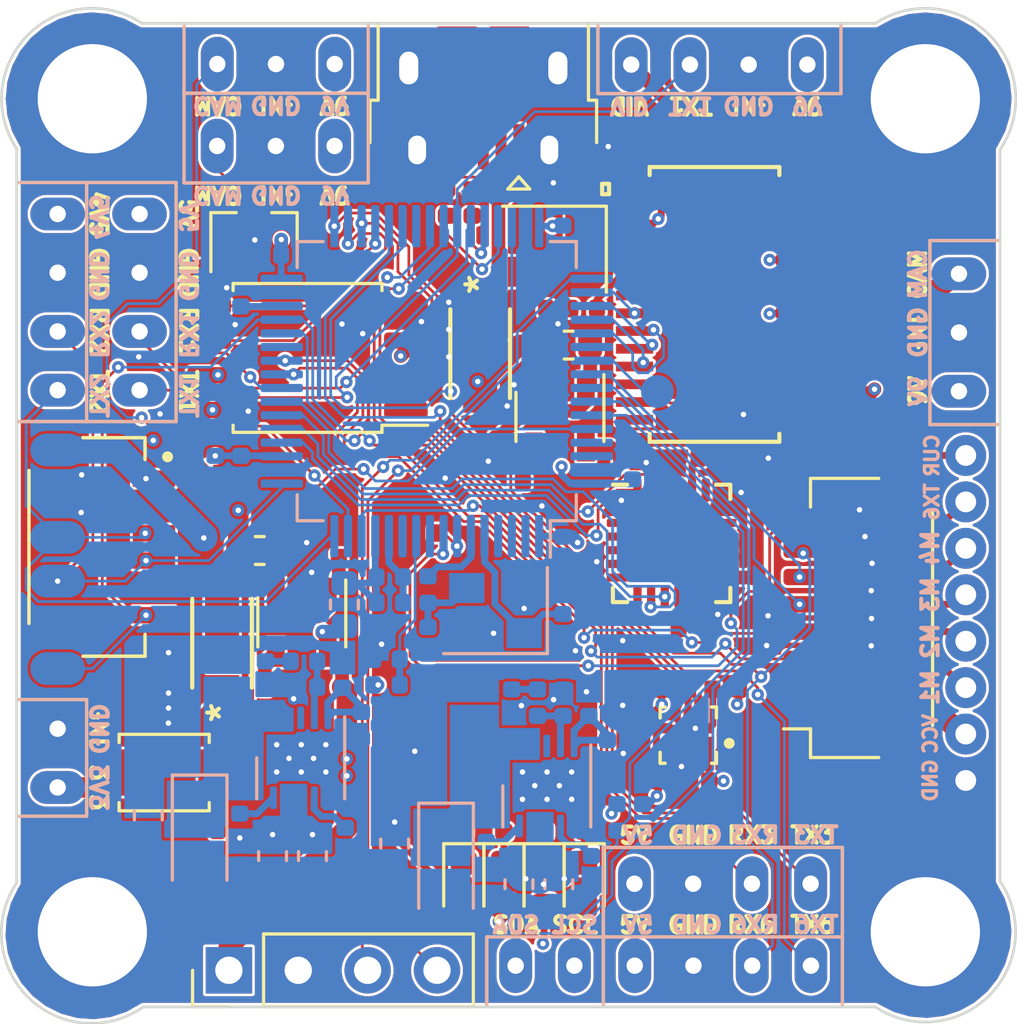
<source format=kicad_pcb>
(kicad_pcb (version 20171130) (host pcbnew "(5.1.6-0-10_14)")
  (layers (0 F.Cu power) (1 In1.Cu power) (2 In2.Cu power) (31 B.Cu power) (34 B.Paste user hide) (35 F.Paste user hide) (36 B.SilkS user) (37 F.SilkS user) (38 B.Mask user hide) (39 F.Mask user hide) (44 Edge.Cuts user))
  (net 0 "")
  (net 1 GND)
  (net 2 +3V3)
  (net 3 +3.3VA)
  (net 4 VCC)
  (net 5 "Net-(D3-Pad1)")
  (net 6 "Net-(C18-Pad1)")
  (net 7 "Net-(C20-Pad1)")
  (net 8 "Net-(C21-Pad1)")
  (net 9 "Net-(C33-Pad2)")
  (net 10 "Net-(C1-Pad1)")
  (net 11 "Net-(C33-Pad1)")
  (net 12 "Net-(D5-Pad1)")
  (net 13 +5V)
  (net 14 "Net-(R11-Pad2)")
  (net 15 +5V_USB)
  (net 16 "Net-(C17-Pad1)")
  (net 17 GNDA)
  (net 18 +3V3_GYRO)
  (net 19 4V5)
  (net 20 +9V)
  (net 21 "Net-(D7-Pad1)")
  (net 22 "Net-(D8-Pad1)")
  (net 23 "Net-(R29-Pad2)")
  (net 24 "Net-(R10-Pad2)")
  (net 25 "Net-(C2-Pad1)")
  (net 26 "Net-(C20-Pad2)")
  (net 27 "Net-(C21-Pad2)")
  (net 28 /MCU/HSE_IN)
  (net 29 "Net-(C34-Pad2)")
  (net 30 "Net-(C34-Pad1)")
  (net 31 "Net-(C37-Pad2)")
  (net 32 "Net-(C37-Pad1)")
  (net 33 /OSD/SAG)
  (net 34 "Net-(C39-Pad2)")
  (net 35 /CAM)
  (net 36 /OSD/CLKIN)
  (net 37 "Net-(C44-Pad2)")
  (net 38 "Net-(C46-Pad1)")
  (net 39 "Net-(C47-Pad1)")
  (net 40 /Connectors/UART3_TX)
  (net 41 /Connectors/UART3_RX)
  (net 42 /Connectors/UART6_TX)
  (net 43 /Connectors/UART6_RX)
  (net 44 /Connectors/BUZ-)
  (net 45 /Connectors/UART2_RX)
  (net 46 /Connectors/UART2_TX)
  (net 47 /Connectors/SWDIO)
  (net 48 /Connectors/SWCLK)
  (net 49 /Connectors/M3)
  (net 50 /Connectors/M2)
  (net 51 /Connectors/M1)
  (net 52 /Connectors/CURR)
  (net 53 /Connectors/M4)
  (net 54 /Connectors/I2C1_SCL)
  (net 55 /Connectors/I2C1_SDA)
  (net 56 /Connectors/UART1_TX)
  (net 57 /Connectors/UART1_RX)
  (net 58 /Connectors/SWO)
  (net 59 /VID)
  (net 60 /MCU/BUZ-_MCU)
  (net 61 /MCU/BOOT0)
  (net 62 /MCU/HSE_OUT)
  (net 63 "Net-(R7-Pad2)")
  (net 64 /MCU/USB_D-)
  (net 65 "Net-(R15-Pad2)")
  (net 66 /MCU/USB_D+)
  (net 67 "Net-(R17-Pad1)")
  (net 68 /Barometer/I2C3_SDA)
  (net 69 "Net-(R19-Pad1)")
  (net 70 /Barometer/I2C3_SCL)
  (net 71 "Net-(R25-Pad2)")
  (net 72 /MCU/ADC_VSENS)
  (net 73 "Net-(R30-Pad2)")
  (net 74 /OSD/XFB)
  (net 75 /MCU/SPI3_MOSI)
  (net 76 /MCU/SPI3_MISO)
  (net 77 /MCU/SPI3_SCK)
  (net 78 /MCU/SPI3_CS)
  (net 79 /Flash/SPI2_MOSI)
  (net 80 /Flash/SPI2_MISO)
  (net 81 /Flash/SPI2_SCK)
  (net 82 /Flash/SPI2_CS)
  (net 83 /Gyro/SPI1_CS)
  (net 84 /MCU/SPI1_MISO)
  (net 85 /Gyro/SPI1_MISO)
  (net 86 /MCU/SPI1_CS)
  (net 87 "Net-(C32-Pad1)")
  (net 88 /MCU/LED_BLUE)
  (net 89 "Net-(C11-Pad1)")
  (net 90 /MCU/NRST)
  (net 91 /Connectors/LED)
  (module Connector_Wire:SolderWire-0.1sqmm_1x03_P3.6mm_D0.4mm_OD1mm (layer F.Cu) (at 112.98 84.81 90)
    (fp_text reference J5)
    (fp_text value Conn_01x03)
    (pad 2 thru_hole oval (at 0 0 90) (size 1.2 2) (drill 0.6) (layers *.Cu *.Mask) (net 1 GND))
    (pad 3 thru_hole oval (at 2.15 0 90) (size 1.2 2) (drill 0.6) (layers *.Cu *.Mask) (net 35 /CAM))
    (pad 1 thru_hole oval (at -2.15 0 90) (size 1.2 2) (drill 0.6) (layers *.Cu *.Mask) (net 20 +9V))
  )
  (module Connector_PinHeader_2.54mm:PinHeader_1x04_P2.54mm_Vertical (layer F.Cu) (at 90.06 108.16 90)
    (fp_text reference J8)
    (fp_text value Conn_01x04)
    (pad 4 thru_hole oval (at 0 3.81 90) (size 1.7 1.7) (drill 1) (layers *.Cu *.Mask) (net 48 /Connectors/SWCLK))
    (pad 3 thru_hole oval (at 0 1.27 90) (size 1.7 1.7) (drill 1) (layers *.Cu *.Mask) (net 47 /Connectors/SWDIO))
    (pad 2 thru_hole oval (at 0 -1.27 90) (size 1.7 1.7) (drill 1) (layers *.Cu *.Mask) (net 1 GND))
    (pad 1 thru_hole rect (at 0 -3.81 90) (size 1.7 1.7) (drill 1) (layers *.Cu *.Mask) (net 2 +3V3))
  )
  (module Connector_Wire:SolderWire-0.1sqmm_1x08_D0.4mm_OD1mm (layer F.Cu) (at 113.23 95.26 270)
    (fp_text reference J10)
    (fp_text value Conn_01x08)
    (pad 4 thru_hole circle (at -0.85 0 270) (size 1.5 1.5) (drill 0.762) (layers *.Cu *.Mask) (net 49 /Connectors/M3))
    (pad 5 thru_hole circle (at 0.85 0 270) (size 1.5 1.5) (drill 0.762) (layers *.Cu *.Mask) (net 50 /Connectors/M2))
    (pad 6 thru_hole circle (at 2.55 0 270) (size 1.5 1.5) (drill 0.762) (layers *.Cu *.Mask) (net 51 /Connectors/M1))
    (pad 7 thru_hole circle (at 4.25 0 270) (size 1.5 1.5) (drill 0.762) (layers *.Cu *.Mask) (net 4 VCC))
    (pad 8 thru_hole circle (at 5.95 0 270) (size 1.5 1.5) (drill 0.762) (layers *.Cu *.Mask) (net 1 GND))
    (pad 1 thru_hole circle (at -5.95 0 270) (size 1.5 1.5) (drill 0.762) (layers *.Cu *.Mask) (net 52 /Connectors/CURR))
    (pad 2 thru_hole circle (at -4.25 0 270) (size 1.5 1.5) (drill 0.762) (layers *.Cu *.Mask) (net 43 /Connectors/UART6_RX))
    (pad 3 thru_hole circle (at -2.55 0 270) (size 1.5 1.5) (drill 0.762) (layers *.Cu *.Mask) (net 53 /Connectors/M4))
  )
  (module Connector_JST:JST_SH_SM08B-SRSS-TB_1x08-1MP_P1.00mm_Horizontal (layer F.Cu) (at 109.33 95.26 90)
    (fp_text reference J9)
    (fp_text value Conn_01x08)
    (pad 1 smd roundrect (at 4.8 1.875 90) (size 1.2 1.8) (layers F.Cu F.Paste F.Mask) (roundrect_rratio 0.208) (net 1 GND))
    (pad 1 smd roundrect (at -4.8 1.875 90) (size 1.2 1.8) (layers F.Cu F.Paste F.Mask) (roundrect_rratio 0.208) (net 1 GND))
    (pad 8 smd roundrect (at 3.5 -2 90) (size 0.6 1.55) (layers F.Cu F.Paste F.Mask) (net 52 /Connectors/CURR))
    (pad 7 smd roundrect (at 2.5 -2 90) (size 0.6 1.55) (layers F.Cu F.Paste F.Mask) (net 43 /Connectors/UART6_RX))
    (pad 6 smd roundrect (at 1.5 -2 90) (size 0.6 1.55) (layers F.Cu F.Paste F.Mask) (net 53 /Connectors/M4))
    (pad 5 smd roundrect (at 0.5 -2 90) (size 0.6 1.55) (layers F.Cu F.Paste F.Mask) (net 49 /Connectors/M3))
    (pad 4 smd roundrect (at -0.5 -2 90) (size 0.6 1.55) (layers F.Cu F.Paste F.Mask) (net 50 /Connectors/M2))
    (pad 3 smd roundrect (at -1.5 -2 90) (size 0.6 1.55) (layers F.Cu F.Paste F.Mask) (net 51 /Connectors/M1))
    (pad 2 smd roundrect (at -2.5 -2 90) (size 0.6 1.55) (layers F.Cu F.Paste F.Mask) (net 4 VCC))
    (pad 1 smd roundrect (at -3.5 -2 90) (size 0.6 1.55) (layers F.Cu F.Paste F.Mask) (net 1 GND))
  )
  (module Connector_Wire:SolderWire-0.1sqmm_1x01_D0.4mm_OD1mm (layer B.Cu) (at 101.94 86.97)
    (fp_text reference J16)
    (fp_text value Conn_01x01)
    (pad 1 smd circle (at 0 0) (size 1.2 1.2) (layers B.Cu B.Paste B.Mask) (net 58 /Connectors/SWO))
  )
  (module Capacitor_SMD:C_0402_1005Metric (layer B.Cu) (at 92.14 93.76)
    (fp_text reference C14)
    (fp_text value 10nF)
    (pad 2 smd roundrect (at 0.485 0) (size 0.59 0.64) (layers B.Cu B.Paste B.Mask) (net 17 GNDA))
    (pad 1 smd roundrect (at -0.485 0) (size 0.59 0.64) (layers B.Cu B.Paste B.Mask) (net 3 +3.3VA))
  )
  (module Capacitor_SMD:C_0402_1005Metric (layer B.Cu) (at 92.14 94.7)
    (fp_text reference C13)
    (fp_text value 1uF)
    (pad 2 smd roundrect (at 0.485 0) (size 0.59 0.64) (layers B.Cu B.Paste B.Mask) (net 17 GNDA))
    (pad 1 smd roundrect (at -0.485 0) (size 0.59 0.64) (layers B.Cu B.Paste B.Mask) (net 3 +3.3VA))
  )
  (module Inductor_SMD:L_0603_1608Metric (layer B.Cu) (at 90.48 94.77 270)
    (fp_text reference FB2)
    (fp_text value "100 @ 100 MHz")
    (pad 2 smd roundrect (at 0.7875 0 270) (size 0.875 0.95) (layers B.Cu B.Paste B.Mask) (net 2 +3V3))
    (pad 1 smd roundrect (at -0.7875 0 270) (size 0.875 0.95) (layers B.Cu B.Paste B.Mask) (net 3 +3.3VA))
  )
  (module Capacitor_SMD:C_0402_1005Metric (layer B.Cu) (at 86.69 83.37 90)
    (fp_text reference C11)
    (fp_text value 2.2uF)
    (pad 2 smd roundrect (at 0.485 0 90) (size 0.59 0.64) (layers B.Cu B.Paste B.Mask) (net 1 GND))
    (pad 1 smd roundrect (at -0.485 0 90) (size 0.59 0.64) (layers B.Cu B.Paste B.Mask) (net 89 "Net-(C11-Pad1)"))
  )
  (module Resistor_SMD:R_0402_1005Metric (layer F.Cu) (at 102.58 97.87 180)
    (fp_text reference R8)
    (fp_text value 4.7k)
    (pad 2 smd roundrect (at 0.485 0 180) (size 0.59 0.64) (layers F.Cu F.Paste F.Mask) (net 2 +3V3))
    (pad 1 smd roundrect (at -0.485 0 180) (size 0.59 0.64) (layers F.Cu F.Paste F.Mask) (net 68 /Barometer/I2C3_SDA))
  )
  (module Resistor_SMD:R_0402_1005Metric (layer F.Cu) (at 104.44 97.87)
    (fp_text reference R5)
    (fp_text value 4.7k)
    (pad 2 smd roundrect (at 0.485 0) (size 0.59 0.64) (layers F.Cu F.Paste F.Mask) (net 2 +3V3))
    (pad 1 smd roundrect (at -0.485 0) (size 0.59 0.64) (layers F.Cu F.Paste F.Mask) (net 70 /Barometer/I2C3_SCL))
  )
  (module Capacitor_SMD:C_0402_1005Metric (layer F.Cu) (at 103.35 101.23 180)
    (fp_text reference C10)
    (fp_text value 0.1uF)
    (pad 2 smd roundrect (at 0.485 0 180) (size 0.59 0.64) (layers F.Cu F.Paste F.Mask) (net 1 GND))
    (pad 1 smd roundrect (at -0.485 0 180) (size 0.59 0.64) (layers F.Cu F.Paste F.Mask) (net 2 +3V3))
  )
  (module Capacitor_SMD:C_0402_1005Metric (layer F.Cu) (at 101.49 101.23 180)
    (fp_text reference C9)
    (fp_text value 0.1uF)
    (pad 2 smd roundrect (at 0.485 0 180) (size 0.59 0.64) (layers F.Cu F.Paste F.Mask) (net 1 GND))
    (pad 1 smd roundrect (at -0.485 0 180) (size 0.59 0.64) (layers F.Cu F.Paste F.Mask) (net 2 +3V3))
  )
  (module Footprints:BMP388 (layer F.Cu) (at 103.07 99.55 180)
    (fp_text reference U9)
    (fp_text value BMP388)
    (pad 10 smd rect (at -0.5 -0.765 180) (size 0.35 0.38) (layers F.Cu F.Paste F.Mask) (net 2 +3V3))
    (pad 9 smd rect (at 0 -0.765 180) (size 0.35 0.38) (layers F.Cu F.Paste F.Mask) (net 1 GND))
    (pad 8 smd rect (at 0.5 -0.765 180) (size 0.35 0.38) (layers F.Cu F.Paste F.Mask) (net 1 GND))
    (pad 7 smd rect (at 0.765 -0.25 180) (size 0.35 0.38) (layers F.Cu F.Paste F.Mask))
    (pad 6 smd rect (at 0.765 0.25 180) (size 0.35 0.38) (layers F.Cu F.Paste F.Mask) (net 2 +3V3))
    (pad 5 smd rect (at 0.5 0.765 180) (size 0.35 0.38) (layers F.Cu F.Paste F.Mask) (net 1 GND))
    (pad 4 smd rect (at 0 0.765 180) (size 0.35 0.38) (layers F.Cu F.Paste F.Mask) (net 68 /Barometer/I2C3_SDA))
    (pad 3 smd rect (at -0.5 0.765 180) (size 0.35 0.38) (layers F.Cu F.Paste F.Mask) (net 1 GND))
    (pad 2 smd rect (at -0.765 0.25 180) (size 0.35 0.38) (layers F.Cu F.Paste F.Mask) (net 70 /Barometer/I2C3_SCL))
    (pad 1 smd rect (at -0.765 -0.25 180) (size 0.35 0.38) (layers F.Cu F.Paste F.Mask) (net 2 +3V3))
  )
  (module Capacitor_SMD:C_0402_1005Metric (layer B.Cu) (at 101.03 89.7 90)
    (fp_text reference C8)
    (fp_text value 0.1uF)
    (pad 2 smd roundrect (at 0.485 0 90) (size 0.59 0.64) (layers B.Cu B.Paste B.Mask) (net 1 GND))
    (pad 1 smd roundrect (at -0.485 0 90) (size 0.59 0.64) (layers B.Cu B.Paste B.Mask) (net 2 +3V3))
  )
  (module Capacitor_SMD:C_0402_1005Metric (layer B.Cu) (at 85.75 89.81 270)
    (fp_text reference C3)
    (fp_text value 4.7uF)
    (pad 2 smd roundrect (at 0.485 0 270) (size 0.59 0.64) (layers B.Cu B.Paste B.Mask) (net 1 GND))
    (pad 1 smd roundrect (at -0.485 0 270) (size 0.59 0.64) (layers B.Cu B.Paste B.Mask) (net 2 +3V3))
  )
  (module LED_SMD:LED_0603_1608Metric (layer F.Cu) (at 94.85 105.01 270)
    (fp_text reference D8)
    (fp_text value GREEN)
    (pad 2 smd roundrect (at 0.7875 0 270) (size 0.875 0.95) (layers F.Cu F.Paste F.Mask) (net 20 +9V))
    (pad 1 smd roundrect (at -0.7875 0 270) (size 0.875 0.95) (layers F.Cu F.Paste F.Mask) (net 22 "Net-(D8-Pad1)"))
  )
  (module LED_SMD:LED_0603_1608Metric (layer F.Cu) (at 96.32 105.01 270)
    (fp_text reference D7)
    (fp_text value YELLOW)
    (pad 2 smd roundrect (at 0.7875 0 270) (size 0.875 0.95) (layers F.Cu F.Paste F.Mask) (net 13 +5V))
    (pad 1 smd roundrect (at -0.7875 0 270) (size 0.875 0.95) (layers F.Cu F.Paste F.Mask) (net 21 "Net-(D7-Pad1)"))
  )
  (module LED_SMD:LED_0603_1608Metric (layer F.Cu) (at 99.26 105.01 270)
    (fp_text reference D5)
    (fp_text value BLUE)
    (pad 2 smd roundrect (at 0.7875 0 270) (size 0.875 0.95) (layers F.Cu F.Paste F.Mask) (net 88 /MCU/LED_BLUE))
    (pad 1 smd roundrect (at -0.7875 0 270) (size 0.875 0.95) (layers F.Cu F.Paste F.Mask) (net 12 "Net-(D5-Pad1)"))
  )
  (module LED_SMD:LED_0603_1608Metric (layer F.Cu) (at 97.79 105.01 270)
    (fp_text reference D3)
    (fp_text value RED)
    (pad 2 smd roundrect (at 0.7875 0 270) (size 0.875 0.95) (layers F.Cu F.Paste F.Mask) (net 2 +3V3))
    (pad 1 smd roundrect (at -0.7875 0 270) (size 0.875 0.95) (layers F.Cu F.Paste F.Mask) (net 5 "Net-(D3-Pad1)"))
  )
  (module Resistor_SMD:R_0402_1005Metric (layer F.Cu) (at 85.35 103.04 180)
    (fp_text reference R2)
    (fp_text value 10k)
    (pad 2 smd roundrect (at 0.485 0 180) (size 0.59 0.64) (layers F.Cu F.Paste F.Mask) (net 1 GND))
    (pad 1 smd roundrect (at -0.485 0 180) (size 0.59 0.64) (layers F.Cu F.Paste F.Mask) (net 61 /MCU/BOOT0))
  )
  (module Footprints:SBR3U30P1-7 (layer F.Cu) (at 95.45 85.5851 270)
    (fp_text reference D2)
    (fp_text value D_Schottky)
    (fp_text user * (at -2.54 0 90) (layer F.SilkS))
    (pad 1 smd rect (at 1.1049 0 270) (size 2.1082 1.2446) (layers F.Cu F.Paste F.Mask) (net 19 4V5))
    (pad 2 smd rect (at -1.6637 0 270) (size 0.9906 1.2446) (layers F.Cu F.Paste F.Mask) (net 15 +5V_USB))
  )
  (module Footprints:SBR3U30P1-7 (layer F.Cu) (at 86 96.1837 90)
    (fp_text reference D1)
    (fp_text value D_Schottky)
    (fp_text user * (at -2.54 0 90) (layer F.SilkS))
    (pad 1 smd rect (at 1.1049 0 90) (size 2.1082 1.2446) (layers F.Cu F.Paste F.Mask) (net 19 4V5))
    (pad 2 smd rect (at -1.6637 0 90) (size 0.9906 1.2446) (layers F.Cu F.Paste F.Mask) (net 13 +5V))
  )
  (module Inductor_SMD:L_0603_1608Metric (layer F.Cu) (at 98.69 85.27 180)
    (fp_text reference FB3)
    (fp_text value "100 @ 100 Mhz")
    (pad 2 smd roundrect (at 0.7875 0 180) (size 0.875 0.95) (layers F.Cu F.Paste F.Mask) (net 19 4V5))
    (pad 1 smd roundrect (at -0.7875 0 180) (size 0.875 0.95) (layers F.Cu F.Paste F.Mask) (net 16 "Net-(C17-Pad1)"))
  )
  (module Inductor_SMD:L_0603_1608Metric (layer F.Cu) (at 87.38 92.79 180)
    (fp_text reference FB1)
    (fp_text value "100 @ 100 Mhz")
    (pad 2 smd roundrect (at 0.7875 0 180) (size 0.875 0.95) (layers F.Cu F.Paste F.Mask) (net 19 4V5))
    (pad 1 smd roundrect (at -0.7875 0 180) (size 0.875 0.95) (layers F.Cu F.Paste F.Mask) (net 10 "Net-(C1-Pad1)"))
  )
  (module Capacitor_SMD:C_0402_1005Metric (layer F.Cu) (at 101.1 89.41)
    (fp_text reference C19)
    (fp_text value 2.2uF)
    (pad 2 smd roundrect (at 0.485 0) (size 0.59 0.64) (layers F.Cu F.Paste F.Mask) (net 1 GND))
    (pad 1 smd roundrect (at -0.485 0) (size 0.59 0.64) (layers F.Cu F.Paste F.Mask) (net 18 +3V3_GYRO))
  )
  (module Capacitor_SMD:C_0402_1005Metric (layer F.Cu) (at 96.1 89.18 270)
    (fp_text reference C17)
    (fp_text value 1uF)
    (pad 2 smd roundrect (at 0.485 0 270) (size 0.59 0.64) (layers F.Cu F.Paste F.Mask) (net 1 GND))
    (pad 1 smd roundrect (at -0.485 0 270) (size 0.59 0.64) (layers F.Cu F.Paste F.Mask) (net 16 "Net-(C17-Pad1)"))
  )
  (module Capacitor_SMD:C_0402_1005Metric (layer F.Cu) (at 89.91 97.79 180)
    (fp_text reference C16)
    (fp_text value 2.2uF)
    (pad 2 smd roundrect (at 0.485 0 180) (size 0.59 0.64) (layers F.Cu F.Paste F.Mask) (net 1 GND))
    (pad 1 smd roundrect (at -0.485 0 180) (size 0.59 0.64) (layers F.Cu F.Paste F.Mask) (net 2 +3V3))
  )
  (module Capacitor_SMD:C_0402_1005Metric (layer F.Cu) (at 89.79 93.05 180)
    (fp_text reference C1)
    (fp_text value 1uF)
    (pad 2 smd roundrect (at 0.485 0 180) (size 0.59 0.64) (layers F.Cu F.Paste F.Mask) (net 1 GND))
    (pad 1 smd roundrect (at -0.485 0 180) (size 0.59 0.64) (layers F.Cu F.Paste F.Mask) (net 10 "Net-(C1-Pad1)"))
  )
  (module Connector_Wire:Connector_Wire_Solder_DJI (layer B.Cu) (at 79.98 93.11 270)
    (fp_text reference J7)
    (fp_text value Conn_01x06)
    (pad 1 smd oval (at -4 0 270) (size 1.2 2) (layers B.Cu B.Paste B.Mask) (net 20 +9V))
    (pad 2 smd oval (at -2.4 0 270) (size 1.2 2) (layers B.Cu B.Paste B.Mask) (net 1 GND))
    (pad 6 smd oval (at 4 0 270) (size 1.2 2) (layers B.Cu B.Paste B.Mask) (net 41 /Connectors/UART3_RX))
    (pad 5 smd oval (at 2.4 0 270) (size 1.2 2) (layers B.Cu B.Paste B.Mask) (net 1 GND))
    (pad 4 smd oval (at 0.8 0 270) (size 1.2 2) (layers B.Cu B.Paste B.Mask) (net 45 /Connectors/UART2_RX))
    (pad 3 smd oval (at -0.8 0 270) (size 1.2 2) (layers B.Cu B.Paste B.Mask) (net 46 /Connectors/UART2_TX))
  )
  (module JPW_Footprints:MAX7456EUI&plus_T (layer F.Cu) (at 104.03 83.78)
    (fp_text reference U6)
    (fp_text value MAX7456EUI+)
    (pad 29 smd rect (at 0 0) (size 3.0988 6.9088) (layers F.Cu F.Paste F.Mask) (net 1 GND))
    (pad 28 smd rect (at 2.92735 -4.225) (size 1.3589 0.3556) (layers F.Cu F.Paste F.Mask))
    (pad 27 smd rect (at 2.92735 -3.574999) (size 1.3589 0.3556) (layers F.Cu F.Paste F.Mask))
    (pad 26 smd rect (at 2.92735 -2.925) (size 1.3589 0.3556) (layers F.Cu F.Paste F.Mask) (net 31 "Net-(C37-Pad2)"))
    (pad 25 smd rect (at 2.92735 -2.274999) (size 1.3589 0.3556) (layers F.Cu F.Paste F.Mask) (net 33 /OSD/SAG))
    (pad 24 smd rect (at 2.92735 -1.625001) (size 1.3589 0.3556) (layers F.Cu F.Paste F.Mask) (net 2 +3V3))
    (pad 23 smd rect (at 2.92735 -0.974999) (size 1.3589 0.3556) (layers F.Cu F.Paste F.Mask) (net 1 GND))
    (pad 22 smd rect (at 2.92735 -0.325001) (size 1.3589 0.3556) (layers F.Cu F.Paste F.Mask) (net 34 "Net-(C39-Pad2)"))
    (pad 21 smd rect (at 2.92735 0.325001) (size 1.3589 0.3556) (layers F.Cu F.Paste F.Mask) (net 2 +3V3))
    (pad 20 smd rect (at 2.92735 0.974999) (size 1.3589 0.3556) (layers F.Cu F.Paste F.Mask) (net 1 GND))
    (pad 19 smd rect (at 2.92735 1.625001) (size 1.3589 0.3556) (layers F.Cu F.Paste F.Mask) (net 2 +3V3))
    (pad 18 smd rect (at 2.92735 2.274999) (size 1.3589 0.3556) (layers F.Cu F.Paste F.Mask) (net 71 "Net-(R25-Pad2)"))
    (pad 17 smd rect (at 2.92735 2.925) (size 1.3589 0.3556) (layers F.Cu F.Paste F.Mask) (net 23 "Net-(R29-Pad2)"))
    (pad 16 smd rect (at 2.92735 3.574999) (size 1.3589 0.3556) (layers F.Cu F.Paste F.Mask))
    (pad 15 smd rect (at 2.92735 4.225) (size 1.3589 0.3556) (layers F.Cu F.Paste F.Mask))
    (pad 14 smd rect (at -2.92735 4.224998) (size 1.3589 0.3556) (layers F.Cu F.Paste F.Mask))
    (pad 13 smd rect (at -2.92735 3.574999) (size 1.3589 0.3556) (layers F.Cu F.Paste F.Mask))
    (pad 12 smd rect (at -2.92735 2.924998) (size 1.3589 0.3556) (layers F.Cu F.Paste F.Mask) (net 73 "Net-(R30-Pad2)"))
    (pad 11 smd rect (at -2.92735 2.274999) (size 1.3589 0.3556) (layers F.Cu F.Paste F.Mask) (net 76 /MCU/SPI3_MISO))
    (pad 10 smd rect (at -2.92735 1.624998) (size 1.3589 0.3556) (layers F.Cu F.Paste F.Mask) (net 77 /MCU/SPI3_SCK))
    (pad 9 smd rect (at -2.92735 0.974999) (size 1.3589 0.3556) (layers F.Cu F.Paste F.Mask) (net 75 /MCU/SPI3_MOSI))
    (pad 8 smd rect (at -2.92735 0.324998) (size 1.3589 0.3556) (layers F.Cu F.Paste F.Mask) (net 78 /MCU/SPI3_CS))
    (pad 7 smd rect (at -2.92735 -0.325001) (size 1.3589 0.3556) (layers F.Cu F.Paste F.Mask))
    (pad 6 smd rect (at -2.92735 -0.974999) (size 1.3589 0.3556) (layers F.Cu F.Paste F.Mask) (net 74 /OSD/XFB))
    (pad 5 smd rect (at -2.92735 -1.625001) (size 1.3589 0.3556) (layers F.Cu F.Paste F.Mask) (net 36 /OSD/CLKIN))
    (pad 4 smd rect (at -2.92735 -2.274999) (size 1.3589 0.3556) (layers F.Cu F.Paste F.Mask) (net 1 GND))
    (pad 3 smd rect (at -2.92735 -2.925) (size 1.3589 0.3556) (layers F.Cu F.Paste F.Mask) (net 2 +3V3))
    (pad 2 smd rect (at -2.92735 -3.574999) (size 1.3589 0.3556) (layers F.Cu F.Paste F.Mask))
    (pad 1 smd rect (at -2.92735 -4.225) (size 1.3589 0.3556) (layers F.Cu F.Paste F.Mask))
  )
  (module "Footprints:JST_SM06B-SRSS-TB(LF)(SN)" (layer F.Cu) (at 83.505 92.66 270)
    (fp_text reference J6)
    (fp_text value Conn_01x06)
    (pad 2 smd rect (at 3.8 3.875 270) (size 1.2 1.8) (layers F.Cu F.Paste F.Mask) (net 1 GND))
    (pad 2 smd rect (at -3.8 3.875 270) (size 1.2 1.8) (layers F.Cu F.Paste F.Mask) (net 1 GND))
    (pad 5 smd rect (at 1.5 0 270) (size 0.6 1.55) (layers F.Cu F.Paste F.Mask) (net 1 GND))
    (pad 4 smd rect (at 0.5 0 270) (size 0.6 1.55) (layers F.Cu F.Paste F.Mask) (net 45 /Connectors/UART2_RX))
    (pad 3 smd rect (at -0.5 0 270) (size 0.6 1.55) (layers F.Cu F.Paste F.Mask) (net 46 /Connectors/UART2_TX))
    (pad 2 smd rect (at -1.5 0 270) (size 0.6 1.55) (layers F.Cu F.Paste F.Mask) (net 1 GND))
    (pad 1 smd rect (at -2.5 0 270) (size 0.6 1.55) (layers F.Cu F.Paste F.Mask) (net 20 +9V))
    (pad 6 smd rect (at 2.5 0 270) (size 0.6 1.55) (layers F.Cu F.Paste F.Mask) (net 41 /Connectors/UART3_RX))
  )
  (module Package_DFN_QFN:DFN-10-1EP_3x3mm_P0.5mm_EP1.7x2.5mm (layer B.Cu) (at 88.88 100.38 270)
    (fp_text reference U5)
    (fp_text value MP4560_QFN10)
    (pad 6 smd rect (at 0 0 270) (size 1.7 2.5) (layers B.Cu B.Mask) (net 1 GND))
    (pad 10 smd roundrect (at 1.4625 1 270) (size 0.825 0.25) (layers B.Cu B.Paste B.Mask) (net 8 "Net-(C21-Pad1)"))
    (pad 9 smd roundrect (at 1.4625 0.5 270) (size 0.825 0.25) (layers B.Cu B.Paste B.Mask) (net 4 VCC))
    (pad 8 smd roundrect (at 1.4625 0 270) (size 0.825 0.25) (layers B.Cu B.Paste B.Mask) (net 4 VCC))
    (pad 7 smd roundrect (at 1.4625 -0.5 270) (size 0.825 0.25) (layers B.Cu B.Paste B.Mask) (net 69 "Net-(R19-Pad1)"))
    (pad 6 smd roundrect (at 1.4625 -1 270) (size 0.825 0.25) (layers B.Cu B.Paste B.Mask) (net 1 GND))
    (pad 5 smd roundrect (at -1.4625 -1 270) (size 0.825 0.25) (layers B.Cu B.Paste B.Mask) (net 14 "Net-(R11-Pad2)"))
    (pad 4 smd roundrect (at -1.4625 -0.5 270) (size 0.825 0.25) (layers B.Cu B.Paste B.Mask) (net 30 "Net-(C34-Pad1)"))
    (pad 3 smd roundrect (at -1.4625 0 270) (size 0.825 0.25) (layers B.Cu B.Paste B.Mask))
    (pad 2 smd roundrect (at -1.4625 0.5 270) (size 0.825 0.25) (layers B.Cu B.Paste B.Mask) (net 27 "Net-(C21-Pad2)"))
    (pad 1 smd roundrect (at -1.4625 1 270) (size 0.825 0.25) (layers B.Cu B.Paste B.Mask) (net 27 "Net-(C21-Pad2)"))
  )
  (module Capacitor_SMD:C_0603_1608Metric (layer B.Cu) (at 87.85 103.98 90)
    (fp_text reference C29)
    (fp_text value 2.2uF)
    (pad 2 smd roundrect (at 0.7875 0 90) (size 0.875 0.95) (layers B.Cu B.Paste B.Mask) (net 4 VCC))
    (pad 1 smd roundrect (at -0.7875 0 90) (size 0.875 0.95) (layers B.Cu B.Paste B.Mask) (net 1 GND))
  )
  (module Connector_Wire:SolderWire-0.1sqmm_1x04_P3.6mm_D0.4mm_OD1mm (layer F.Cu) (at 104.21 75 180)
    (fp_text reference J17)
    (fp_text value Conn_01x04)
    (pad 4 thru_hole oval (at 3.23 0 180) (size 1.2 2) (drill 0.6) (layers *.Cu *.Mask) (net 59 /VID))
    (pad 2 thru_hole oval (at -1.07 0 180) (size 1.2 2) (drill 0.6) (layers *.Cu *.Mask) (net 1 GND))
    (pad 3 thru_hole oval (at 1.08 0 180) (size 1.2 2) (drill 0.6) (layers *.Cu *.Mask) (net 56 /Connectors/UART1_TX))
    (pad 1 thru_hole oval (at -3.22 0 180) (size 1.2 2) (drill 0.6) (layers *.Cu *.Mask) (net 20 +9V))
  )
  (module Connector_Wire:SolderWire-0.1sqmm_1x04_P3.6mm_D0.4mm_OD1mm (layer F.Cu) (at 82.98 83.69 270)
    (fp_text reference J15)
    (fp_text value Conn_01x04)
    (pad 4 thru_hole oval (at 3.23 0 270) (size 1.2 2) (drill 0.6) (layers *.Cu *.Mask) (net 56 /Connectors/UART1_TX))
    (pad 2 thru_hole oval (at -1.07 0 270) (size 1.2 2) (drill 0.6) (layers *.Cu *.Mask) (net 1 GND))
    (pad 3 thru_hole oval (at 1.08 0 270) (size 1.2 2) (drill 0.6) (layers *.Cu *.Mask) (net 57 /Connectors/UART1_RX))
    (pad 1 thru_hole oval (at -3.22 0 270) (size 1.2 2) (drill 0.6) (layers *.Cu *.Mask) (net 13 +5V))
  )
  (module Connector_Wire:SolderWire-0.1sqmm_1x04_P3.6mm_D0.4mm_OD1mm (layer F.Cu) (at 79.98 83.69 270)
    (fp_text reference J14)
    (fp_text value Conn_01x04)
    (pad 4 thru_hole oval (at 3.23 0 270) (size 1.2 2) (drill 0.6) (layers *.Cu *.Mask) (net 46 /Connectors/UART2_TX))
    (pad 2 thru_hole oval (at -1.07 0 270) (size 1.2 2) (drill 0.6) (layers *.Cu *.Mask) (net 1 GND))
    (pad 3 thru_hole oval (at 1.08 0 270) (size 1.2 2) (drill 0.6) (layers *.Cu *.Mask) (net 45 /Connectors/UART2_RX))
    (pad 1 thru_hole oval (at -3.22 0 270) (size 1.2 2) (drill 0.6) (layers *.Cu *.Mask) (net 19 4V5))
  )
  (module Connector_Wire:SolderWire-0.1sqmm_1x04_P3.6mm_D0.4mm_OD1mm (layer F.Cu) (at 104.33 107.99)
    (fp_text reference J3)
    (fp_text value Conn_01x04)
    (pad 4 thru_hole oval (at 3.23 0) (size 1.2 2) (drill 0.6) (layers *.Cu *.Mask) (net 42 /Connectors/UART6_TX))
    (pad 2 thru_hole oval (at -1.07 0) (size 1.2 2) (drill 0.6) (layers *.Cu *.Mask) (net 1 GND))
    (pad 3 thru_hole oval (at 1.08 0) (size 1.2 2) (drill 0.6) (layers *.Cu *.Mask) (net 43 /Connectors/UART6_RX))
    (pad 1 thru_hole oval (at -3.22 0) (size 1.2 2) (drill 0.6) (layers *.Cu *.Mask) (net 13 +5V))
  )
  (module Connector_Wire:SolderWire-0.1sqmm_1x04_P3.6mm_D0.4mm_OD1mm (layer F.Cu) (at 104.32 104.99)
    (fp_text reference J2)
    (fp_text value Conn_01x04)
    (pad 4 thru_hole oval (at 3.23 0) (size 1.2 2) (drill 0.6) (layers *.Cu *.Mask) (net 40 /Connectors/UART3_TX))
    (pad 2 thru_hole oval (at -1.07 0) (size 1.2 2) (drill 0.6) (layers *.Cu *.Mask) (net 1 GND))
    (pad 3 thru_hole oval (at 1.08 0) (size 1.2 2) (drill 0.6) (layers *.Cu *.Mask) (net 41 /Connectors/UART3_RX))
    (pad 1 thru_hole oval (at -3.22 0) (size 1.2 2) (drill 0.6) (layers *.Cu *.Mask) (net 13 +5V))
  )
  (module Connector_Wire:SolderWire-0.1sqmm_1x02_P3.6mm_D0.4mm_OD1mm (layer F.Cu) (at 97.825 107.99)
    (fp_text reference J12)
    (fp_text value Conn_01x02)
    (pad 2 thru_hole oval (at 1.075 0) (size 1.2 2) (drill 0.6) (layers *.Cu *.Mask) (net 54 /Connectors/I2C1_SCL))
    (pad 1 thru_hole oval (at -1.075 0) (size 1.2 2) (drill 0.6) (layers *.Cu *.Mask) (net 55 /Connectors/I2C1_SDA))
  )
  (module Connector_Wire:SolderWire-0.1sqmm_1x02_P3.6mm_D0.4mm_OD1mm (layer F.Cu) (at 79.98 100.39 90)
    (fp_text reference J1)
    (fp_text value Conn_01x02)
    (pad 2 thru_hole oval (at 1.075 0 90) (size 1.2 2) (drill 0.6) (layers *.Cu *.Mask) (net 1 GND))
    (pad 1 thru_hole oval (at -1.075 0 90) (size 1.2 2) (drill 0.6) (layers *.Cu *.Mask) (net 2 +3V3))
  )
  (module Connector_Wire:SolderWire-0.1sqmm_1x03_P3.6mm_D0.4mm_OD1mm (layer F.Cu) (at 87.97 77.98 180)
    (fp_text reference J4)
    (fp_text value Conn_01x03)
    (pad 2 thru_hole oval (at 0 0 180) (size 1.2 2) (drill 0.6) (layers *.Cu *.Mask) (net 1 GND))
    (pad 3 thru_hole oval (at 2.15 0 180) (size 1.2 2) (drill 0.6) (layers *.Cu *.Mask) (net 44 /Connectors/BUZ-))
    (pad 1 thru_hole oval (at -2.15 0 180) (size 1.2 2) (drill 0.6) (layers *.Cu *.Mask) (net 13 +5V))
  )
  (module Connector_Wire:SolderWire-0.1sqmm_1x03_P3.6mm_D0.4mm_OD1mm (layer F.Cu) (at 87.974999 74.98 180)
    (fp_text reference J11)
    (fp_text value Conn_01x03)
    (pad 2 thru_hole oval (at 0 0 180) (size 1.2 2) (drill 0.6) (layers *.Cu *.Mask) (net 1 GND))
    (pad 3 thru_hole oval (at 2.15 0 180) (size 1.2 2) (drill 0.6) (layers *.Cu *.Mask) (net 91 /Connectors/LED))
    (pad 1 thru_hole oval (at -2.15 0 180) (size 1.2 2) (drill 0.6) (layers *.Cu *.Mask) (net 13 +5V))
  )
  (module Package_DFN_QFN:DFN-10-1EP_3x3mm_P0.5mm_EP1.7x2.5mm (layer B.Cu) (at 97.89 101.41 270)
    (fp_text reference U4)
    (fp_text value MP4560_QFN10)
    (pad 6 smd rect (at 0 0 270) (size 1.7 2.5) (layers B.Cu B.Mask) (net 1 GND))
    (pad 10 smd roundrect (at 1.4625 1 270) (size 0.825 0.25) (layers B.Cu B.Paste B.Mask) (net 7 "Net-(C20-Pad1)"))
    (pad 9 smd roundrect (at 1.4625 0.5 270) (size 0.825 0.25) (layers B.Cu B.Paste B.Mask) (net 4 VCC))
    (pad 8 smd roundrect (at 1.4625 0 270) (size 0.825 0.25) (layers B.Cu B.Paste B.Mask) (net 4 VCC))
    (pad 7 smd roundrect (at 1.4625 -0.5 270) (size 0.825 0.25) (layers B.Cu B.Paste B.Mask) (net 67 "Net-(R17-Pad1)"))
    (pad 6 smd roundrect (at 1.4625 -1 270) (size 0.825 0.25) (layers B.Cu B.Paste B.Mask) (net 1 GND))
    (pad 5 smd roundrect (at -1.4625 -1 270) (size 0.825 0.25) (layers B.Cu B.Paste B.Mask) (net 24 "Net-(R10-Pad2)"))
    (pad 4 smd roundrect (at -1.4625 -0.5 270) (size 0.825 0.25) (layers B.Cu B.Paste B.Mask) (net 11 "Net-(C33-Pad1)"))
    (pad 3 smd roundrect (at -1.4625 0 270) (size 0.825 0.25) (layers B.Cu B.Paste B.Mask))
    (pad 2 smd roundrect (at -1.4625 0.5 270) (size 0.825 0.25) (layers B.Cu B.Paste B.Mask) (net 26 "Net-(C20-Pad2)"))
    (pad 1 smd roundrect (at -1.4625 1 270) (size 0.825 0.25) (layers B.Cu B.Paste B.Mask) (net 26 "Net-(C20-Pad2)"))
  )
  (module Capacitor_SMD:C_0603_1608Metric (layer B.Cu) (at 83.3 102.49 270)
    (fp_text reference C23)
    (fp_text value 22uF)
    (pad 2 smd roundrect (at 0.7875 0 270) (size 0.875 0.95) (layers B.Cu B.Paste B.Mask) (net 1 GND))
    (pad 1 smd roundrect (at -0.7875 0 270) (size 0.875 0.95) (layers B.Cu B.Paste B.Mask) (net 13 +5V))
  )
  (module Capacitor_SMD:C_0603_1608Metric (layer B.Cu) (at 92.32 103.52 270)
    (fp_text reference C22)
    (fp_text value 22uF)
    (pad 2 smd roundrect (at 0.7875 0 270) (size 0.875 0.95) (layers B.Cu B.Paste B.Mask) (net 1 GND))
    (pad 1 smd roundrect (at -0.7875 0 270) (size 0.875 0.95) (layers B.Cu B.Paste B.Mask) (net 20 +9V))
  )
  (module Capacitor_SMD:C_0603_1608Metric (layer B.Cu) (at 89.31 103.98 90)
    (fp_text reference C30)
    (fp_text value 2.2uF)
    (pad 2 smd roundrect (at 0.7875 0 90) (size 0.875 0.95) (layers B.Cu B.Paste B.Mask) (net 4 VCC))
    (pad 1 smd roundrect (at -0.7875 0 90) (size 0.875 0.95) (layers B.Cu B.Paste B.Mask) (net 1 GND))
  )
  (module Capacitor_SMD:C_0603_1608Metric (layer B.Cu) (at 96.87 105.0075 90)
    (fp_text reference C27)
    (fp_text value 2.2uF)
    (pad 2 smd roundrect (at 0.7875 0 90) (size 0.875 0.95) (layers B.Cu B.Paste B.Mask) (net 4 VCC))
    (pad 1 smd roundrect (at -0.7875 0 90) (size 0.875 0.95) (layers B.Cu B.Paste B.Mask) (net 1 GND))
  )
  (module Capacitor_SMD:C_0603_1608Metric (layer B.Cu) (at 98.33 105.01 90)
    (fp_text reference C24)
    (fp_text value 2.2uF)
    (pad 2 smd roundrect (at 0.7875 0 90) (size 0.875 0.95) (layers B.Cu B.Paste B.Mask) (net 4 VCC))
    (pad 1 smd roundrect (at -0.7875 0 90) (size 0.875 0.95) (layers B.Cu B.Paste B.Mask) (net 1 GND))
  )
  (module Inductor_SMD:L_XGL4030 (layer B.Cu) (at 85.22 99.11 180)
    (fp_text reference L2)
    (fp_text value 12uH)
    (pad 2 smd rect (at 1.185 0 180) (size 0.98 3.4) (layers B.Cu B.Paste B.Mask) (net 13 +5V))
    (pad 1 smd rect (at -1.185 0 180) (size 0.98 3.4) (layers B.Cu B.Paste B.Mask) (net 27 "Net-(C21-Pad2)"))
  )
  (module Inductor_SMD:L_XGL4030 (layer B.Cu) (at 94.24 100.14 180)
    (fp_text reference L1)
    (fp_text value 15uH)
    (pad 2 smd rect (at 1.185 0 180) (size 0.98 3.4) (layers B.Cu B.Paste B.Mask) (net 20 +9V))
    (pad 1 smd rect (at -1.185 0 180) (size 0.98 3.4) (layers B.Cu B.Paste B.Mask) (net 26 "Net-(C20-Pad2)"))
  )
  (module Diode_SMD:D_SOD-123F (layer B.Cu) (at 85.18 103.21 270)
    (fp_text reference D6)
    (fp_text value "90V, 2A")
    (pad 2 smd rect (at 1.4 0 270) (size 1.1 1.1) (layers B.Cu B.Paste B.Mask) (net 1 GND))
    (pad 1 smd rect (at -1.4 0 270) (size 1.1 1.1) (layers B.Cu B.Paste B.Mask) (net 27 "Net-(C21-Pad2)"))
  )
  (module Diode_SMD:D_SOD-123F (layer B.Cu) (at 94.2 104.24 270)
    (fp_text reference D4)
    (fp_text value "90V, 2A")
    (pad 2 smd rect (at 1.4 0 270) (size 1.1 1.1) (layers B.Cu B.Paste B.Mask) (net 1 GND))
    (pad 1 smd rect (at -1.4 0 270) (size 1.1 1.1) (layers B.Cu B.Paste B.Mask) (net 26 "Net-(C20-Pad2)"))
  )
  (module Connector_USB:USB_Micro-B_Amphenol_10103594-0001LF_Horizontal (layer F.Cu) (at 95.54 76.24 180)
    (fp_text reference J13)
    (fp_text value USB_B_Micro)
    (pad 6 smd rect (at 0.935 1.385 270) (size 2.5 1.43) (layers F.Cu F.Paste F.Mask) (net 1 GND))
    (pad 6 smd rect (at -0.985 1.385 270) (size 2.5 1.43) (layers F.Cu F.Paste F.Mask) (net 1 GND))
    (pad 6 thru_hole oval (at 2.705 1.115 270) (size 1.7 1.35) (drill oval 1.2 0.7) (layers *.Cu *.Mask) (net 1 GND))
    (pad 6 thru_hole oval (at -2.755 1.115 270) (size 1.7 1.35) (drill oval 1.2 0.7) (layers *.Cu *.Mask) (net 1 GND))
    (pad 6 thru_hole oval (at 2.395 -1.885 270) (size 1.5 1.1) (drill oval 1.05 0.65) (layers *.Cu *.Mask) (net 1 GND))
    (pad 6 thru_hole oval (at -2.445 -1.885 270) (size 1.5 1.1) (drill oval 1.05 0.65) (layers *.Cu *.Mask) (net 1 GND))
    (pad 5 smd rect (at 1.275 -1.765 270) (size 1.65 0.4) (layers F.Cu F.Paste F.Mask) (net 1 GND))
    (pad 4 smd rect (at 0.625 -1.765 270) (size 1.65 0.4) (layers F.Cu F.Paste F.Mask))
    (pad 3 smd rect (at -0.025 -1.765 270) (size 1.65 0.4) (layers F.Cu F.Paste F.Mask) (net 66 /MCU/USB_D+))
    (pad 2 smd rect (at -0.675 -1.765 270) (size 1.65 0.4) (layers F.Cu F.Paste F.Mask) (net 64 /MCU/USB_D-))
    (pad 1 smd rect (at -1.325 -1.765 270) (size 1.65 0.4) (layers F.Cu F.Paste F.Mask) (net 15 +5V_USB))
    (pad 6 smd rect (at 2.875 -1.885 180) (size 2 1.5) (layers F.Cu F.Paste F.Mask) (net 1 GND))
    (pad 6 smd rect (at -2.875 -1.865 180) (size 2 1.5) (layers F.Cu F.Paste F.Mask) (net 1 GND))
    (pad 6 smd rect (at 2.975 -0.565 180) (size 1.825 0.7) (layers F.Cu F.Paste F.Mask) (net 1 GND))
    (pad 6 smd rect (at -2.975 -0.565 180) (size 1.825 0.7) (layers F.Cu F.Paste F.Mask) (net 1 GND))
    (pad 6 smd rect (at -2.755 0.185 180) (size 1.35 2) (layers F.Cu F.Paste F.Mask) (net 1 GND))
    (pad 6 smd rect (at 2.725 0.185 180) (size 1.35 2) (layers F.Cu F.Paste F.Mask) (net 1 GND))
  )
  (module MountingHole:MountingHole_2.7mm_Pad (layer F.Cu) (at 81.25 106.75)
    (fp_text reference H4)
    (fp_text value MountingHole_Pad)
    (pad 1 thru_hole circle (at 0 0) (size 6 6) (drill 4) (layers *.Cu *.Mask) (net 1 GND))
  )
  (module Oscillator:Oscillator_SMD_Abracon_ASE-4Pin_3.2x2.5mm (layer F.Cu) (at 98.17 81.76 180)
    (fp_text reference Y1)
    (fp_text value 27MHz)
    (pad 4 smd rect (at -1.05 -0.825 180) (size 1.3 1.1) (layers F.Cu F.Paste F.Mask) (net 1 GND))
    (pad 3 smd rect (at 1.05 -0.825 180) (size 1.3 1.1) (layers F.Cu F.Paste F.Mask) (net 37 "Net-(C44-Pad2)"))
    (pad 2 smd rect (at 1.05 0.825 180) (size 1.3 1.1) (layers F.Cu F.Paste F.Mask) (net 1 GND))
    (pad 1 smd rect (at -1.05 0.825 180) (size 1.3 1.1) (layers F.Cu F.Paste F.Mask) (net 36 /OSD/CLKIN))
  )
  (module Package_SO:SOIC-8_5.23x5.23mm_P1.27mm (layer F.Cu) (at 89.13 85.74 180)
    (fp_text reference U10)
    (fp_text value W25Q128JVS)
    (pad 8 smd roundrect (at 3.6 -1.905 180) (size 1.6 0.6) (layers F.Cu F.Paste F.Mask) (net 2 +3V3))
    (pad 7 smd roundrect (at 3.6 -0.635 180) (size 1.6 0.6) (layers F.Cu F.Paste F.Mask) (net 2 +3V3))
    (pad 6 smd roundrect (at 3.6 0.635 180) (size 1.6 0.6) (layers F.Cu F.Paste F.Mask) (net 81 /Flash/SPI2_SCK))
    (pad 5 smd roundrect (at 3.6 1.905 180) (size 1.6 0.6) (layers F.Cu F.Paste F.Mask) (net 79 /Flash/SPI2_MOSI))
    (pad 4 smd roundrect (at -3.6 1.905 180) (size 1.6 0.6) (layers F.Cu F.Paste F.Mask) (net 1 GND))
    (pad 3 smd roundrect (at -3.6 0.635 180) (size 1.6 0.6) (layers F.Cu F.Paste F.Mask) (net 2 +3V3))
    (pad 2 smd roundrect (at -3.6 -0.635 180) (size 1.6 0.6) (layers F.Cu F.Paste F.Mask) (net 80 /Flash/SPI2_MISO))
    (pad 1 smd roundrect (at -3.6 -1.905 180) (size 1.6 0.6) (layers F.Cu F.Paste F.Mask) (net 82 /Flash/SPI2_CS))
  )
  (module Sensor_Motion:InvenSense_QFN-24_4x4mm_P0.5mm (layer F.Cu) (at 102.46 92.53)
    (fp_text reference U7)
    (fp_text value MPU-6000)
    (pad 24 smd roundrect (at -1.25 -1.95 90) (size 0.85 0.3) (layers F.Cu F.Paste F.Mask) (net 86 /MCU/SPI1_CS))
    (pad 23 smd roundrect (at -0.75 -1.95 90) (size 0.85 0.3) (layers F.Cu F.Paste F.Mask) (net 84 /MCU/SPI1_MISO))
    (pad 22 smd roundrect (at -0.25 -1.95 90) (size 0.85 0.3) (layers F.Cu F.Paste F.Mask))
    (pad 21 smd roundrect (at 0.25 -1.95 90) (size 0.85 0.3) (layers F.Cu F.Paste F.Mask))
    (pad 20 smd roundrect (at 0.75 -1.95 90) (size 0.85 0.3) (layers F.Cu F.Paste F.Mask) (net 38 "Net-(C46-Pad1)"))
    (pad 19 smd roundrect (at 1.25 -1.95 90) (size 0.85 0.3) (layers F.Cu F.Paste F.Mask))
    (pad 18 smd roundrect (at 1.95 -1.25) (size 0.85 0.3) (layers F.Cu F.Paste F.Mask) (net 1 GND))
    (pad 17 smd roundrect (at 1.95 -0.75) (size 0.85 0.3) (layers F.Cu F.Paste F.Mask))
    (pad 16 smd roundrect (at 1.95 -0.25) (size 0.85 0.3) (layers F.Cu F.Paste F.Mask))
    (pad 15 smd roundrect (at 1.95 0.25) (size 0.85 0.3) (layers F.Cu F.Paste F.Mask))
    (pad 14 smd roundrect (at 1.95 0.75) (size 0.85 0.3) (layers F.Cu F.Paste F.Mask))
    (pad 13 smd roundrect (at 1.95 1.25) (size 0.85 0.3) (layers F.Cu F.Paste F.Mask) (net 18 +3V3_GYRO))
    (pad 12 smd roundrect (at 1.25 1.95 90) (size 0.85 0.3) (layers F.Cu F.Paste F.Mask))
    (pad 11 smd roundrect (at 0.75 1.95 90) (size 0.85 0.3) (layers F.Cu F.Paste F.Mask) (net 1 GND))
    (pad 10 smd roundrect (at 0.25 1.95 90) (size 0.85 0.3) (layers F.Cu F.Paste F.Mask) (net 39 "Net-(C47-Pad1)"))
    (pad 9 smd roundrect (at -0.25 1.95 90) (size 0.85 0.3) (layers F.Cu F.Paste F.Mask) (net 85 /Gyro/SPI1_MISO))
    (pad 8 smd roundrect (at -0.75 1.95 90) (size 0.85 0.3) (layers F.Cu F.Paste F.Mask) (net 83 /Gyro/SPI1_CS))
    (pad 7 smd roundrect (at -1.25 1.95 90) (size 0.85 0.3) (layers F.Cu F.Paste F.Mask))
    (pad 6 smd roundrect (at -1.95 1.25) (size 0.85 0.3) (layers F.Cu F.Paste F.Mask))
    (pad 5 smd roundrect (at -1.95 0.75) (size 0.85 0.3) (layers F.Cu F.Paste F.Mask))
    (pad 4 smd roundrect (at -1.95 0.25) (size 0.85 0.3) (layers F.Cu F.Paste F.Mask))
    (pad 3 smd roundrect (at -1.95 -0.25) (size 0.85 0.3) (layers F.Cu F.Paste F.Mask))
    (pad 2 smd roundrect (at -1.95 -0.75) (size 0.85 0.3) (layers F.Cu F.Paste F.Mask))
    (pad 1 smd roundrect (at -1.95 -1.25) (size 0.85 0.3) (layers F.Cu F.Paste F.Mask) (net 1 GND))
  )
  (module Package_TO_SOT_SMD:SOT-23-5 (layer F.Cu) (at 98.37 87.9 270)
    (fp_text reference U3)
    (fp_text value LP2985-3.3)
    (pad 5 smd rect (at 1.1 -0.95 270) (size 1.06 0.65) (layers F.Cu F.Paste F.Mask) (net 18 +3V3_GYRO))
    (pad 4 smd rect (at 1.1 0.95 270) (size 1.06 0.65) (layers F.Cu F.Paste F.Mask) (net 6 "Net-(C18-Pad1)"))
    (pad 3 smd rect (at -1.1 0.95 270) (size 1.06 0.65) (layers F.Cu F.Paste F.Mask) (net 16 "Net-(C17-Pad1)"))
    (pad 2 smd rect (at -1.1 0 270) (size 1.06 0.65) (layers F.Cu F.Paste F.Mask) (net 1 GND))
    (pad 1 smd rect (at -1.1 -0.95 270) (size 1.06 0.65) (layers F.Cu F.Paste F.Mask) (net 16 "Net-(C17-Pad1)"))
  )
  (module Package_QFP:LQFP-64_10x10mm_P0.5mm (layer B.Cu) (at 93.86 86.59 90)
    (fp_text reference U2)
    (fp_text value STM32F722RETx)
    (pad 64 smd roundrect (at -3.75 5.675 90) (size 0.3 1.55) (layers B.Cu B.Paste B.Mask) (net 2 +3V3))
    (pad 63 smd roundrect (at -3.25 5.675 90) (size 0.3 1.55) (layers B.Cu B.Paste B.Mask) (net 1 GND))
    (pad 62 smd roundrect (at -2.75 5.675 90) (size 0.3 1.55) (layers B.Cu B.Paste B.Mask))
    (pad 61 smd roundrect (at -2.25 5.675 90) (size 0.3 1.55) (layers B.Cu B.Paste B.Mask))
    (pad 60 smd roundrect (at -1.75 5.675 90) (size 0.3 1.55) (layers B.Cu B.Paste B.Mask) (net 61 /MCU/BOOT0))
    (pad 59 smd roundrect (at -1.25 5.675 90) (size 0.3 1.55) (layers B.Cu B.Paste B.Mask) (net 55 /Connectors/I2C1_SDA))
    (pad 58 smd roundrect (at -0.75 5.675 90) (size 0.3 1.55) (layers B.Cu B.Paste B.Mask) (net 54 /Connectors/I2C1_SCL))
    (pad 57 smd roundrect (at -0.25 5.675 90) (size 0.3 1.55) (layers B.Cu B.Paste B.Mask) (net 49 /Connectors/M3))
    (pad 56 smd roundrect (at 0.25 5.675 90) (size 0.3 1.55) (layers B.Cu B.Paste B.Mask) (net 53 /Connectors/M4))
    (pad 55 smd roundrect (at 0.75 5.675 90) (size 0.3 1.55) (layers B.Cu B.Paste B.Mask) (net 58 /Connectors/SWO))
    (pad 54 smd roundrect (at 1.25 5.675 90) (size 0.3 1.55) (layers B.Cu B.Paste B.Mask))
    (pad 53 smd roundrect (at 1.75 5.675 90) (size 0.3 1.55) (layers B.Cu B.Paste B.Mask) (net 75 /MCU/SPI3_MOSI))
    (pad 52 smd roundrect (at 2.25 5.675 90) (size 0.3 1.55) (layers B.Cu B.Paste B.Mask) (net 76 /MCU/SPI3_MISO))
    (pad 51 smd roundrect (at 2.75 5.675 90) (size 0.3 1.55) (layers B.Cu B.Paste B.Mask) (net 77 /MCU/SPI3_SCK))
    (pad 50 smd roundrect (at 3.25 5.675 90) (size 0.3 1.55) (layers B.Cu B.Paste B.Mask) (net 78 /MCU/SPI3_CS))
    (pad 49 smd roundrect (at 3.75 5.675 90) (size 0.3 1.55) (layers B.Cu B.Paste B.Mask) (net 48 /Connectors/SWCLK))
    (pad 48 smd roundrect (at 5.675 3.75 90) (size 1.55 0.3) (layers B.Cu B.Paste B.Mask) (net 2 +3V3))
    (pad 47 smd roundrect (at 5.675 3.25 90) (size 1.55 0.3) (layers B.Cu B.Paste B.Mask) (net 1 GND))
    (pad 46 smd roundrect (at 5.675 2.75 90) (size 1.55 0.3) (layers B.Cu B.Paste B.Mask) (net 47 /Connectors/SWDIO))
    (pad 45 smd roundrect (at 5.675 2.25 90) (size 1.55 0.3) (layers B.Cu B.Paste B.Mask) (net 65 "Net-(R15-Pad2)"))
    (pad 44 smd roundrect (at 5.675 1.75 90) (size 1.55 0.3) (layers B.Cu B.Paste B.Mask) (net 63 "Net-(R7-Pad2)"))
    (pad 43 smd roundrect (at 5.675 1.25 90) (size 1.55 0.3) (layers B.Cu B.Paste B.Mask) (net 57 /Connectors/UART1_RX))
    (pad 42 smd roundrect (at 5.675 0.75 90) (size 1.55 0.3) (layers B.Cu B.Paste B.Mask) (net 56 /Connectors/UART1_TX))
    (pad 41 smd roundrect (at 5.675 0.25 90) (size 1.55 0.3) (layers B.Cu B.Paste B.Mask) (net 70 /Barometer/I2C3_SCL))
    (pad 40 smd roundrect (at 5.675 -0.25 90) (size 1.55 0.3) (layers B.Cu B.Paste B.Mask) (net 68 /Barometer/I2C3_SDA))
    (pad 39 smd roundrect (at 5.675 -0.75 90) (size 1.55 0.3) (layers B.Cu B.Paste B.Mask))
    (pad 38 smd roundrect (at 5.675 -1.25 90) (size 1.55 0.3) (layers B.Cu B.Paste B.Mask) (net 43 /Connectors/UART6_RX))
    (pad 37 smd roundrect (at 5.675 -1.75 90) (size 1.55 0.3) (layers B.Cu B.Paste B.Mask) (net 42 /Connectors/UART6_TX))
    (pad 36 smd roundrect (at 5.675 -2.25 90) (size 1.55 0.3) (layers B.Cu B.Paste B.Mask) (net 79 /Flash/SPI2_MOSI))
    (pad 35 smd roundrect (at 5.675 -2.75 90) (size 1.55 0.3) (layers B.Cu B.Paste B.Mask) (net 80 /Flash/SPI2_MISO))
    (pad 34 smd roundrect (at 5.675 -3.25 90) (size 1.55 0.3) (layers B.Cu B.Paste B.Mask) (net 81 /Flash/SPI2_SCK))
    (pad 33 smd roundrect (at 5.675 -3.75 90) (size 1.55 0.3) (layers B.Cu B.Paste B.Mask) (net 82 /Flash/SPI2_CS))
    (pad 32 smd roundrect (at 3.75 -5.675 90) (size 0.3 1.55) (layers B.Cu B.Paste B.Mask) (net 2 +3V3))
    (pad 31 smd roundrect (at 3.25 -5.675 90) (size 0.3 1.55) (layers B.Cu B.Paste B.Mask) (net 1 GND))
    (pad 30 smd roundrect (at 2.75 -5.675 90) (size 0.3 1.55) (layers B.Cu B.Paste B.Mask) (net 89 "Net-(C11-Pad1)"))
    (pad 29 smd roundrect (at 2.25 -5.675 90) (size 0.3 1.55) (layers B.Cu B.Paste B.Mask) (net 41 /Connectors/UART3_RX))
    (pad 28 smd roundrect (at 1.75 -5.675 90) (size 0.3 1.55) (layers B.Cu B.Paste B.Mask) (net 40 /Connectors/UART3_TX))
    (pad 27 smd roundrect (at 1.25 -5.675 90) (size 0.3 1.55) (layers B.Cu B.Paste B.Mask))
    (pad 26 smd roundrect (at 0.75 -5.675 90) (size 0.3 1.55) (layers B.Cu B.Paste B.Mask) (net 51 /Connectors/M1))
    (pad 25 smd roundrect (at 0.25 -5.675 90) (size 0.3 1.55) (layers B.Cu B.Paste B.Mask) (net 50 /Connectors/M2))
    (pad 24 smd roundrect (at -0.25 -5.675 90) (size 0.3 1.55) (layers B.Cu B.Paste B.Mask) (net 60 /MCU/BUZ-_MCU))
    (pad 23 smd roundrect (at -0.75 -5.675 90) (size 0.3 1.55) (layers B.Cu B.Paste B.Mask) (net 83 /Gyro/SPI1_CS))
    (pad 22 smd roundrect (at -1.25 -5.675 90) (size 0.3 1.55) (layers B.Cu B.Paste B.Mask) (net 84 /MCU/SPI1_MISO))
    (pad 21 smd roundrect (at -1.75 -5.675 90) (size 0.3 1.55) (layers B.Cu B.Paste B.Mask) (net 85 /Gyro/SPI1_MISO))
    (pad 20 smd roundrect (at -2.25 -5.675 90) (size 0.3 1.55) (layers B.Cu B.Paste B.Mask) (net 86 /MCU/SPI1_CS))
    (pad 19 smd roundrect (at -2.75 -5.675 90) (size 0.3 1.55) (layers B.Cu B.Paste B.Mask) (net 2 +3V3))
    (pad 18 smd roundrect (at -3.25 -5.675 90) (size 0.3 1.55) (layers B.Cu B.Paste B.Mask) (net 1 GND))
    (pad 17 smd roundrect (at -3.75 -5.675 90) (size 0.3 1.55) (layers B.Cu B.Paste B.Mask) (net 45 /Connectors/UART2_RX))
    (pad 16 smd roundrect (at -5.675 -3.75 90) (size 1.55 0.3) (layers B.Cu B.Paste B.Mask) (net 46 /Connectors/UART2_TX))
    (pad 15 smd roundrect (at -5.675 -3.25 90) (size 1.55 0.3) (layers B.Cu B.Paste B.Mask) (net 91 /Connectors/LED))
    (pad 14 smd roundrect (at -5.675 -2.75 90) (size 1.55 0.3) (layers B.Cu B.Paste B.Mask) (net 88 /MCU/LED_BLUE))
    (pad 13 smd roundrect (at -5.675 -2.25 90) (size 1.55 0.3) (layers B.Cu B.Paste B.Mask) (net 3 +3.3VA))
    (pad 12 smd roundrect (at -5.675 -1.75 90) (size 1.55 0.3) (layers B.Cu B.Paste B.Mask) (net 17 GNDA))
    (pad 11 smd roundrect (at -5.675 -1.25 90) (size 1.55 0.3) (layers B.Cu B.Paste B.Mask))
    (pad 10 smd roundrect (at -5.675 -0.75 90) (size 1.55 0.3) (layers B.Cu B.Paste B.Mask) (net 72 /MCU/ADC_VSENS))
    (pad 9 smd roundrect (at -5.675 -0.25 90) (size 1.55 0.3) (layers B.Cu B.Paste B.Mask))
    (pad 8 smd roundrect (at -5.675 0.25 90) (size 1.55 0.3) (layers B.Cu B.Paste B.Mask) (net 52 /Connectors/CURR))
    (pad 7 smd roundrect (at -5.675 0.75 90) (size 1.55 0.3) (layers B.Cu B.Paste B.Mask) (net 90 /MCU/NRST))
    (pad 6 smd roundrect (at -5.675 1.25 90) (size 1.55 0.3) (layers B.Cu B.Paste B.Mask) (net 62 /MCU/HSE_OUT))
    (pad 5 smd roundrect (at -5.675 1.75 90) (size 1.55 0.3) (layers B.Cu B.Paste B.Mask) (net 28 /MCU/HSE_IN))
    (pad 4 smd roundrect (at -5.675 2.25 90) (size 1.55 0.3) (layers B.Cu B.Paste B.Mask))
    (pad 3 smd roundrect (at -5.675 2.75 90) (size 1.55 0.3) (layers B.Cu B.Paste B.Mask))
    (pad 2 smd roundrect (at -5.675 3.25 90) (size 1.55 0.3) (layers B.Cu B.Paste B.Mask))
    (pad 1 smd roundrect (at -5.675 3.75 90) (size 1.55 0.3) (layers B.Cu B.Paste B.Mask) (net 2 +3V3))
  )
  (module Package_TO_SOT_SMD:SOT-23-5 (layer F.Cu) (at 88.92 95.42 270)
    (fp_text reference U1)
    (fp_text value LP2985-3.3)
    (pad 5 smd rect (at 1.1 -0.95 270) (size 1.06 0.65) (layers F.Cu F.Paste F.Mask) (net 2 +3V3))
    (pad 4 smd rect (at 1.1 0.95 270) (size 1.06 0.65) (layers F.Cu F.Paste F.Mask) (net 25 "Net-(C2-Pad1)"))
    (pad 3 smd rect (at -1.1 0.95 270) (size 1.06 0.65) (layers F.Cu F.Paste F.Mask) (net 10 "Net-(C1-Pad1)"))
    (pad 2 smd rect (at -1.1 0 270) (size 1.06 0.65) (layers F.Cu F.Paste F.Mask) (net 1 GND))
    (pad 1 smd rect (at -1.1 -0.95 270) (size 1.06 0.65) (layers F.Cu F.Paste F.Mask) (net 10 "Net-(C1-Pad1)"))
  )
  (module Button_Switch_SMD:SW_SPST_B3U-1000P (layer F.Cu) (at 83.88 100.92)
    (fp_text reference SW1)
    (fp_text value SW_Push)
    (pad 2 smd rect (at 1.7 0) (size 0.9 1.7) (layers F.Cu F.Paste F.Mask) (net 61 /MCU/BOOT0))
    (pad 1 smd rect (at -1.7 0) (size 0.9 1.7) (layers F.Cu F.Paste F.Mask) (net 2 +3V3))
  )
  (module Resistor_SMD:R_0402_1005Metric (layer F.Cu) (at 99.24 83.93 180)
    (fp_text reference R35)
    (fp_text value 589)
    (pad 2 smd roundrect (at 0.485 0 180) (size 0.59 0.64) (layers F.Cu F.Paste F.Mask) (net 37 "Net-(C44-Pad2)"))
    (pad 1 smd roundrect (at -0.485 0 180) (size 0.59 0.64) (layers F.Cu F.Paste F.Mask) (net 74 /OSD/XFB))
  )
  (module Resistor_SMD:R_0402_1005Metric (layer F.Cu) (at 108.82 83.13)
    (fp_text reference R34)
    (fp_text value 75)
    (pad 2 smd roundrect (at 0.485 0) (size 0.59 0.64) (layers F.Cu F.Paste F.Mask) (net 35 /CAM))
    (pad 1 smd roundrect (at -0.485 0) (size 0.59 0.64) (layers F.Cu F.Paste F.Mask) (net 1 GND))
  )
  (module Resistor_SMD:R_0402_1005Metric (layer F.Cu) (at 108.82 79.37)
    (fp_text reference R33)
    (fp_text value 75)
    (pad 2 smd roundrect (at 0.485 0) (size 0.59 0.64) (layers F.Cu F.Paste F.Mask) (net 32 "Net-(C37-Pad1)"))
    (pad 1 smd roundrect (at -0.485 0) (size 0.59 0.64) (layers F.Cu F.Paste F.Mask) (net 59 /VID))
  )
  (module Resistor_SMD:R_0402_1005Metric (layer B.Cu) (at 92.02 96.77)
    (fp_text reference R31)
    (fp_text value 1k)
    (pad 2 smd roundrect (at 0.485 0) (size 0.59 0.64) (layers B.Cu B.Paste B.Mask) (net 72 /MCU/ADC_VSENS))
    (pad 1 smd roundrect (at -0.485 0) (size 0.59 0.64) (layers B.Cu B.Paste B.Mask) (net 1 GND))
  )
  (module Resistor_SMD:R_0402_1005Metric (layer F.Cu) (at 108.82 87.97 180)
    (fp_text reference R30)
    (fp_text value 1k)
    (pad 2 smd roundrect (at 0.485 0 180) (size 0.59 0.64) (layers F.Cu F.Paste F.Mask) (net 73 "Net-(R30-Pad2)"))
    (pad 1 smd roundrect (at -0.485 0 180) (size 0.59 0.64) (layers F.Cu F.Paste F.Mask) (net 2 +3V3))
  )
  (module Resistor_SMD:R_0402_1005Metric (layer F.Cu) (at 108.82 87.03 180)
    (fp_text reference R29)
    (fp_text value 1k)
    (pad 2 smd roundrect (at 0.485 0 180) (size 0.59 0.64) (layers F.Cu F.Paste F.Mask) (net 23 "Net-(R29-Pad2)"))
    (pad 1 smd roundrect (at -0.485 0 180) (size 0.59 0.64) (layers F.Cu F.Paste F.Mask) (net 2 +3V3))
  )
  (module Resistor_SMD:R_0402_1005Metric (layer F.Cu) (at 94.85 102.6 90)
    (fp_text reference R28)
    (fp_text value 233)
    (pad 2 smd roundrect (at 0.485 0 90) (size 0.59 0.64) (layers F.Cu F.Paste F.Mask) (net 1 GND))
    (pad 1 smd roundrect (at -0.485 0 90) (size 0.59 0.64) (layers F.Cu F.Paste F.Mask) (net 22 "Net-(D8-Pad1)"))
  )
  (module Resistor_SMD:R_0402_1005Metric (layer B.Cu) (at 92.02 97.71)
    (fp_text reference R27)
    (fp_text value 10k)
    (pad 2 smd roundrect (at 0.485 0) (size 0.59 0.64) (layers B.Cu B.Paste B.Mask) (net 72 /MCU/ADC_VSENS))
    (pad 1 smd roundrect (at -0.485 0) (size 0.59 0.64) (layers B.Cu B.Paste B.Mask) (net 4 VCC))
  )
  (module Resistor_SMD:R_0402_1005Metric (layer F.Cu) (at 96.32 102.6 90)
    (fp_text reference R26)
    (fp_text value 100)
    (pad 2 smd roundrect (at 0.485 0 90) (size 0.59 0.64) (layers F.Cu F.Paste F.Mask) (net 1 GND))
    (pad 1 smd roundrect (at -0.485 0 90) (size 0.59 0.64) (layers F.Cu F.Paste F.Mask) (net 21 "Net-(D7-Pad1)"))
  )
  (module Resistor_SMD:R_0402_1005Metric (layer F.Cu) (at 108.82 86.09 180)
    (fp_text reference R25)
    (fp_text value 1k)
    (pad 2 smd roundrect (at 0.485 0 180) (size 0.59 0.64) (layers F.Cu F.Paste F.Mask) (net 71 "Net-(R25-Pad2)"))
    (pad 1 smd roundrect (at -0.485 0 180) (size 0.59 0.64) (layers F.Cu F.Paste F.Mask) (net 2 +3V3))
  )
  (module Resistor_SMD:R_0402_1005Metric (layer B.Cu) (at 87.59 97.33 270)
    (fp_text reference R24)
    (fp_text value 68k)
    (pad 2 smd roundrect (at 0.485 0 270) (size 0.59 0.64) (layers B.Cu B.Paste B.Mask) (net 1 GND))
    (pad 1 smd roundrect (at -0.485 0 270) (size 0.59 0.64) (layers B.Cu B.Paste B.Mask) (net 29 "Net-(C34-Pad2)"))
  )
  (module Resistor_SMD:R_0402_1005Metric (layer F.Cu) (at 99.26 102.6 90)
    (fp_text reference R23)
    (fp_text value 1k)
    (pad 2 smd roundrect (at 0.485 0 90) (size 0.59 0.64) (layers F.Cu F.Paste F.Mask) (net 1 GND))
    (pad 1 smd roundrect (at -0.485 0 90) (size 0.59 0.64) (layers F.Cu F.Paste F.Mask) (net 12 "Net-(D5-Pad1)"))
  )
  (module Resistor_SMD:R_0402_1005Metric (layer B.Cu) (at 96.61 98.36 270)
    (fp_text reference R22)
    (fp_text value 120k)
    (pad 2 smd roundrect (at 0.485 0 270) (size 0.59 0.64) (layers B.Cu B.Paste B.Mask) (net 1 GND))
    (pad 1 smd roundrect (at -0.485 0 270) (size 0.59 0.64) (layers B.Cu B.Paste B.Mask) (net 9 "Net-(C33-Pad2)"))
  )
  (module Resistor_SMD:R_0402_1005Metric (layer F.Cu) (at 97.79 102.6 90)
    (fp_text reference R21)
    (fp_text value 1k)
    (pad 2 smd roundrect (at 0.485 0 90) (size 0.59 0.64) (layers F.Cu F.Paste F.Mask) (net 1 GND))
    (pad 1 smd roundrect (at -0.485 0 90) (size 0.59 0.64) (layers F.Cu F.Paste F.Mask) (net 5 "Net-(D3-Pad1)"))
  )
  (module Resistor_SMD:R_0402_1005Metric (layer B.Cu) (at 90.51 103.43 270)
    (fp_text reference R19)
    (fp_text value 200k)
    (pad 2 smd roundrect (at 0.485 0 270) (size 0.59 0.64) (layers B.Cu B.Paste B.Mask) (net 1 GND))
    (pad 1 smd roundrect (at -0.485 0 270) (size 0.59 0.64) (layers B.Cu B.Paste B.Mask) (net 69 "Net-(R19-Pad1)"))
  )
  (module Resistor_SMD:R_0402_1005Metric (layer B.Cu) (at 99.53 104.46 270)
    (fp_text reference R17)
    (fp_text value 200k)
    (pad 2 smd roundrect (at 0.485 0 270) (size 0.59 0.64) (layers B.Cu B.Paste B.Mask) (net 1 GND))
    (pad 1 smd roundrect (at -0.485 0 270) (size 0.59 0.64) (layers B.Cu B.Paste B.Mask) (net 67 "Net-(R17-Pad1)"))
  )
  (module Resistor_SMD:R_0402_1005Metric (layer F.Cu) (at 94.22 80.05 270)
    (fp_text reference R15)
    (fp_text value 22)
    (pad 2 smd roundrect (at 0.485 0 270) (size 0.59 0.64) (layers F.Cu F.Paste F.Mask) (net 65 "Net-(R15-Pad2)"))
    (pad 1 smd roundrect (at -0.485 0 270) (size 0.59 0.64) (layers F.Cu F.Paste F.Mask) (net 66 /MCU/USB_D+))
  )
  (module Resistor_SMD:R_0402_1005Metric (layer B.Cu) (at 91.1 99.19 270)
    (fp_text reference R13)
    (fp_text value 3.8k)
    (pad 2 smd roundrect (at 0.485 0 270) (size 0.59 0.64) (layers B.Cu B.Paste B.Mask) (net 1 GND))
    (pad 1 smd roundrect (at -0.485 0 270) (size 0.59 0.64) (layers B.Cu B.Paste B.Mask) (net 14 "Net-(R11-Pad2)"))
  )
  (module Resistor_SMD:R_0402_1005Metric (layer B.Cu) (at 100.11 100.22 270)
    (fp_text reference R12)
    (fp_text value 2k)
    (pad 2 smd roundrect (at 0.485 0 270) (size 0.59 0.64) (layers B.Cu B.Paste B.Mask) (net 1 GND))
    (pad 1 smd roundrect (at -0.485 0 270) (size 0.59 0.64) (layers B.Cu B.Paste B.Mask) (net 24 "Net-(R10-Pad2)"))
  )
  (module Resistor_SMD:R_0402_1005Metric (layer B.Cu) (at 90.41 97.33 270)
    (fp_text reference R11)
    (fp_text value 20k)
    (pad 2 smd roundrect (at 0.485 0 270) (size 0.59 0.64) (layers B.Cu B.Paste B.Mask) (net 14 "Net-(R11-Pad2)"))
    (pad 1 smd roundrect (at -0.485 0 270) (size 0.59 0.64) (layers B.Cu B.Paste B.Mask) (net 13 +5V))
  )
  (module Resistor_SMD:R_0402_1005Metric (layer B.Cu) (at 99.43 98.36 270)
    (fp_text reference R10)
    (fp_text value 20k)
    (pad 2 smd roundrect (at 0.485 0 270) (size 0.59 0.64) (layers B.Cu B.Paste B.Mask) (net 24 "Net-(R10-Pad2)"))
    (pad 1 smd roundrect (at -0.485 0 270) (size 0.59 0.64) (layers B.Cu B.Paste B.Mask) (net 20 +9V))
  )
  (module Resistor_SMD:R_0402_1005Metric (layer F.Cu) (at 95.16 80.05 270)
    (fp_text reference R7)
    (fp_text value 22)
    (pad 2 smd roundrect (at 0.485 0 270) (size 0.59 0.64) (layers F.Cu F.Paste F.Mask) (net 63 "Net-(R7-Pad2)"))
    (pad 1 smd roundrect (at -0.485 0 270) (size 0.59 0.64) (layers F.Cu F.Paste F.Mask) (net 64 /MCU/USB_D-))
  )
  (module Resistor_SMD:R_0402_1005Metric (layer B.Cu) (at 93.54 94.22 270)
    (fp_text reference R6)
    (fp_text value 2k)
    (pad 2 smd roundrect (at 0.485 0 270) (size 0.59 0.64) (layers B.Cu B.Paste B.Mask) (net 87 "Net-(C32-Pad1)"))
    (pad 1 smd roundrect (at -0.485 0 270) (size 0.59 0.64) (layers B.Cu B.Paste B.Mask) (net 62 /MCU/HSE_OUT))
  )
  (module Resistor_SMD:R_0402_1005Metric (layer B.Cu) (at 101.4 102.56 270)
    (fp_text reference R4)
    (fp_text value 3.7k)
    (pad 2 smd roundrect (at 0.485 0 270) (size 0.59 0.64) (layers B.Cu B.Paste B.Mask) (net 54 /Connectors/I2C1_SCL))
    (pad 1 smd roundrect (at -0.485 0 270) (size 0.59 0.64) (layers B.Cu B.Paste B.Mask) (net 2 +3V3))
  )
  (module Resistor_SMD:R_0402_1005Metric (layer B.Cu) (at 100.46 102.56 270)
    (fp_text reference R3)
    (fp_text value 3.7k)
    (pad 2 smd roundrect (at 0.485 0 270) (size 0.59 0.64) (layers B.Cu B.Paste B.Mask) (net 55 /Connectors/I2C1_SDA))
    (pad 1 smd roundrect (at -0.485 0 270) (size 0.59 0.64) (layers B.Cu B.Paste B.Mask) (net 2 +3V3))
  )
  (module Resistor_SMD:R_0402_1005Metric (layer F.Cu) (at 84.95 81.95 90)
    (fp_text reference R1)
    (fp_text value 10k)
    (pad 2 smd roundrect (at 0.485 0 90) (size 0.59 0.64) (layers F.Cu F.Paste F.Mask) (net 1 GND))
    (pad 1 smd roundrect (at -0.485 0 90) (size 0.59 0.64) (layers F.Cu F.Paste F.Mask) (net 60 /MCU/BUZ-_MCU))
  )
  (module Package_TO_SOT_SMD:SOT-23 (layer F.Cu) (at 87.17 81.18 90)
    (fp_text reference Q1)
    (fp_text value BSS138)
    (pad 3 smd rect (at 1 0 90) (size 0.9 0.8) (layers F.Cu F.Paste F.Mask) (net 44 /Connectors/BUZ-))
    (pad 2 smd rect (at -1 0.95 90) (size 0.9 0.8) (layers F.Cu F.Paste F.Mask) (net 1 GND))
    (pad 1 smd rect (at -1 -0.95 90) (size 0.9 0.8) (layers F.Cu F.Paste F.Mask) (net 60 /MCU/BUZ-_MCU))
  )
  (module Oscillator:Oscillator_SMD_Abracon_ASE-4Pin_3.2x2.5mm (layer B.Cu) (at 96.01 94.99 180)
    (fp_text reference HSE1)
    (fp_text value 8MHz)
    (pad 4 smd rect (at -1.05 0.825 180) (size 1.3 1.1) (layers B.Cu B.Paste B.Mask) (net 1 GND))
    (pad 3 smd rect (at 1.05 0.825 180) (size 1.3 1.1) (layers B.Cu B.Paste B.Mask) (net 87 "Net-(C32-Pad1)"))
    (pad 2 smd rect (at 1.05 -0.825 180) (size 1.3 1.1) (layers B.Cu B.Paste B.Mask) (net 1 GND))
    (pad 1 smd rect (at -1.05 -0.825 180) (size 1.3 1.1) (layers B.Cu B.Paste B.Mask) (net 28 /MCU/HSE_IN))
  )
  (module Capacitor_SMD:C_0402_1005Metric (layer F.Cu) (at 103.2 95.65)
    (fp_text reference C47)
    (fp_text value 0.1uF)
    (pad 2 smd roundrect (at 0.485 0) (size 0.59 0.64) (layers F.Cu F.Paste F.Mask) (net 1 GND))
    (pad 1 smd roundrect (at -0.485 0) (size 0.59 0.64) (layers F.Cu F.Paste F.Mask) (net 39 "Net-(C47-Pad1)"))
  )
  (module Capacitor_SMD:C_0402_1005Metric (layer F.Cu) (at 102.96 89.41 180)
    (fp_text reference C46)
    (fp_text value 2.2uF)
    (pad 2 smd roundrect (at 0.485 0 180) (size 0.59 0.64) (layers F.Cu F.Paste F.Mask) (net 1 GND))
    (pad 1 smd roundrect (at -0.485 0 180) (size 0.59 0.64) (layers F.Cu F.Paste F.Mask) (net 38 "Net-(C46-Pad1)"))
  )
  (module Capacitor_SMD:C_0402_1005Metric (layer F.Cu) (at 105.58 94.25 270)
    (fp_text reference C45)
    (fp_text value 0.1uF)
    (pad 2 smd roundrect (at 0.485 0 270) (size 0.59 0.64) (layers F.Cu F.Paste F.Mask) (net 1 GND))
    (pad 1 smd roundrect (at -0.485 0 270) (size 0.59 0.64) (layers F.Cu F.Paste F.Mask) (net 18 +3V3_GYRO))
  )
  (module Capacitor_SMD:C_0402_1005Metric (layer F.Cu) (at 97.38 83.93)
    (fp_text reference C44)
    (fp_text value 10pF)
    (pad 2 smd roundrect (at 0.485 0) (size 0.59 0.64) (layers F.Cu F.Paste F.Mask) (net 37 "Net-(C44-Pad2)"))
    (pad 1 smd roundrect (at -0.485 0) (size 0.59 0.64) (layers F.Cu F.Paste F.Mask) (net 1 GND))
  )
  (module Capacitor_SMD:C_0402_1005Metric (layer F.Cu) (at 99.24 79.59)
    (fp_text reference C43)
    (fp_text value 10pF)
    (pad 2 smd roundrect (at 0.485 0) (size 0.59 0.64) (layers F.Cu F.Paste F.Mask) (net 36 /OSD/CLKIN))
    (pad 1 smd roundrect (at -0.485 0) (size 0.59 0.64) (layers F.Cu F.Paste F.Mask) (net 1 GND))
  )
  (module Capacitor_SMD:C_0402_1005Metric (layer F.Cu) (at 108.82 85.11)
    (fp_text reference C42)
    (fp_text value 0.1uF)
    (pad 2 smd roundrect (at 0.485 0) (size 0.59 0.64) (layers F.Cu F.Paste F.Mask) (net 1 GND))
    (pad 1 smd roundrect (at -0.485 0) (size 0.59 0.64) (layers F.Cu F.Paste F.Mask) (net 2 +3V3))
  )
  (module Capacitor_SMD:C_0402_1005Metric (layer F.Cu) (at 108.82 82.19)
    (fp_text reference C41)
    (fp_text value 0.1uF)
    (pad 2 smd roundrect (at 0.485 0) (size 0.59 0.64) (layers F.Cu F.Paste F.Mask) (net 1 GND))
    (pad 1 smd roundrect (at -0.485 0) (size 0.59 0.64) (layers F.Cu F.Paste F.Mask) (net 2 +3V3))
  )
  (module Capacitor_SMD:C_0402_1005Metric (layer F.Cu) (at 100.6 78.65 180)
    (fp_text reference C40)
    (fp_text value 0.1uF)
    (pad 2 smd roundrect (at 0.485 0 180) (size 0.59 0.64) (layers F.Cu F.Paste F.Mask) (net 1 GND))
    (pad 1 smd roundrect (at -0.485 0 180) (size 0.59 0.64) (layers F.Cu F.Paste F.Mask) (net 2 +3V3))
  )
  (module Capacitor_SMD:C_0402_1005Metric (layer F.Cu) (at 108.82 84.07 180)
    (fp_text reference C39)
    (fp_text value 0.1uF)
    (pad 2 smd roundrect (at 0.485 0 180) (size 0.59 0.64) (layers F.Cu F.Paste F.Mask) (net 34 "Net-(C39-Pad2)"))
    (pad 1 smd roundrect (at -0.485 0 180) (size 0.59 0.64) (layers F.Cu F.Paste F.Mask) (net 35 /CAM))
  )
  (module Capacitor_SMD:C_0402_1005Metric (layer F.Cu) (at 108.82 81.25 180)
    (fp_text reference C38)
    (fp_text value 10uF)
    (pad 2 smd roundrect (at 0.485 0 180) (size 0.59 0.64) (layers F.Cu F.Paste F.Mask) (net 33 /OSD/SAG))
    (pad 1 smd roundrect (at -0.485 0 180) (size 0.59 0.64) (layers F.Cu F.Paste F.Mask) (net 32 "Net-(C37-Pad1)"))
  )
  (module Capacitor_SMD:C_0402_1005Metric (layer F.Cu) (at 108.82 80.31 180)
    (fp_text reference C37)
    (fp_text value 10uF)
    (pad 2 smd roundrect (at 0.485 0 180) (size 0.59 0.64) (layers F.Cu F.Paste F.Mask) (net 31 "Net-(C37-Pad2)"))
    (pad 1 smd roundrect (at -0.485 0 180) (size 0.59 0.64) (layers F.Cu F.Paste F.Mask) (net 32 "Net-(C37-Pad1)"))
  )
  (module Capacitor_SMD:C_0402_1005Metric (layer B.Cu) (at 89 97.79 180)
    (fp_text reference C36)
    (fp_text value 2pF)
    (pad 2 smd roundrect (at 0.485 0 180) (size 0.59 0.64) (layers B.Cu B.Paste B.Mask) (net 1 GND))
    (pad 1 smd roundrect (at -0.485 0 180) (size 0.59 0.64) (layers B.Cu B.Paste B.Mask) (net 30 "Net-(C34-Pad1)"))
  )
  (module Capacitor_SMD:C_0402_1005Metric (layer B.Cu) (at 98.49 98.36 90)
    (fp_text reference C35)
    (fp_text value 1pF)
    (pad 2 smd roundrect (at 0.485 0 90) (size 0.59 0.64) (layers B.Cu B.Paste B.Mask) (net 1 GND))
    (pad 1 smd roundrect (at -0.485 0 90) (size 0.59 0.64) (layers B.Cu B.Paste B.Mask) (net 11 "Net-(C33-Pad1)"))
  )
  (module Capacitor_SMD:C_0402_1005Metric (layer B.Cu) (at 89 96.85 180)
    (fp_text reference C34)
    (fp_text value 560pF)
    (pad 2 smd roundrect (at 0.485 0 180) (size 0.59 0.64) (layers B.Cu B.Paste B.Mask) (net 29 "Net-(C34-Pad2)"))
    (pad 1 smd roundrect (at -0.485 0 180) (size 0.59 0.64) (layers B.Cu B.Paste B.Mask) (net 30 "Net-(C34-Pad1)"))
  )
  (module Capacitor_SMD:C_0402_1005Metric (layer B.Cu) (at 97.55 98.36 90)
    (fp_text reference C33)
    (fp_text value 560pF)
    (pad 2 smd roundrect (at 0.485 0 90) (size 0.59 0.64) (layers B.Cu B.Paste B.Mask) (net 9 "Net-(C33-Pad2)"))
    (pad 1 smd roundrect (at -0.485 0 90) (size 0.59 0.64) (layers B.Cu B.Paste B.Mask) (net 11 "Net-(C33-Pad1)"))
  )
  (module Capacitor_SMD:C_0402_1005Metric (layer B.Cu) (at 93.54 96.08 270)
    (fp_text reference C32)
    (fp_text value 10pF)
    (pad 2 smd roundrect (at 0.485 0 270) (size 0.59 0.64) (layers B.Cu B.Paste B.Mask) (net 1 GND))
    (pad 1 smd roundrect (at -0.485 0 270) (size 0.59 0.64) (layers B.Cu B.Paste B.Mask) (net 87 "Net-(C32-Pad1)"))
  )
  (module Capacitor_SMD:C_0402_1005Metric (layer B.Cu) (at 86.65 103.8 90)
    (fp_text reference C31)
    (fp_text value 0.1uF)
    (pad 2 smd roundrect (at 0.485 0 90) (size 0.59 0.64) (layers B.Cu B.Paste B.Mask) (net 4 VCC))
    (pad 1 smd roundrect (at -0.485 0 90) (size 0.59 0.64) (layers B.Cu B.Paste B.Mask) (net 1 GND))
  )
  (module Capacitor_SMD:C_0402_1005Metric (layer B.Cu) (at 95.67 104.83 90)
    (fp_text reference C28)
    (fp_text value 0.1uF)
    (pad 2 smd roundrect (at 0.485 0 90) (size 0.59 0.64) (layers B.Cu B.Paste B.Mask) (net 4 VCC))
    (pad 1 smd roundrect (at -0.485 0 90) (size 0.59 0.64) (layers B.Cu B.Paste B.Mask) (net 1 GND))
  )
  (module Capacitor_SMD:C_0402_1005Metric (layer B.Cu) (at 98.48 94.63 90)
    (fp_text reference C26)
    (fp_text value 10pF)
    (pad 2 smd roundrect (at 0.485 0 90) (size 0.59 0.64) (layers B.Cu B.Paste B.Mask) (net 1 GND))
    (pad 1 smd roundrect (at -0.485 0 90) (size 0.59 0.64) (layers B.Cu B.Paste B.Mask) (net 28 /MCU/HSE_IN))
  )
  (module Capacitor_SMD:C_0402_1005Metric (layer B.Cu) (at 86.65 101.94 90)
    (fp_text reference C21)
    (fp_text value 0.1uF)
    (pad 2 smd roundrect (at 0.485 0 90) (size 0.59 0.64) (layers B.Cu B.Paste B.Mask) (net 27 "Net-(C21-Pad2)"))
    (pad 1 smd roundrect (at -0.485 0 90) (size 0.59 0.64) (layers B.Cu B.Paste B.Mask) (net 8 "Net-(C21-Pad1)"))
  )
  (module Capacitor_SMD:C_0402_1005Metric (layer B.Cu) (at 95.67 102.97 90)
    (fp_text reference C20)
    (fp_text value 0.1uF)
    (pad 2 smd roundrect (at 0.485 0 90) (size 0.59 0.64) (layers B.Cu B.Paste B.Mask) (net 26 "Net-(C20-Pad2)"))
    (pad 1 smd roundrect (at -0.485 0 90) (size 0.59 0.64) (layers B.Cu B.Paste B.Mask) (net 7 "Net-(C20-Pad1)"))
  )
  (module Capacitor_SMD:C_0402_1005Metric (layer F.Cu) (at 97.5 90.27)
    (fp_text reference C18)
    (fp_text value 10nF)
    (pad 2 smd roundrect (at 0.485 0) (size 0.59 0.64) (layers F.Cu F.Paste F.Mask) (net 1 GND))
    (pad 1 smd roundrect (at -0.485 0) (size 0.59 0.64) (layers F.Cu F.Paste F.Mask) (net 6 "Net-(C18-Pad1)"))
  )
  (module Capacitor_SMD:C_0402_1005Metric (layer F.Cu) (at 93.35 92.15 180)
    (fp_text reference C15)
    (fp_text value 0.1uF)
    (pad 2 smd roundrect (at 0.485 0 180) (size 0.59 0.64) (layers F.Cu F.Paste F.Mask) (net 1 GND))
    (pad 1 smd roundrect (at -0.485 0 180) (size 0.59 0.64) (layers F.Cu F.Paste F.Mask) (net 90 /MCU/NRST))
  )
  (module Capacitor_SMD:C_0402_1005Metric (layer B.Cu) (at 98.48 80.41 90)
    (fp_text reference C7)
    (fp_text value 0.1uF)
    (pad 2 smd roundrect (at 0.485 0 90) (size 0.59 0.64) (layers B.Cu B.Paste B.Mask) (net 1 GND))
    (pad 1 smd roundrect (at -0.485 0 90) (size 0.59 0.64) (layers B.Cu B.Paste B.Mask) (net 2 +3V3))
  )
  (module Capacitor_SMD:C_0402_1005Metric (layer B.Cu) (at 87.68 81.97 180)
    (fp_text reference C6)
    (fp_text value 0.1uF)
    (pad 2 smd roundrect (at 0.485 0 180) (size 0.59 0.64) (layers B.Cu B.Paste B.Mask) (net 1 GND))
    (pad 1 smd roundrect (at -0.485 0 180) (size 0.59 0.64) (layers B.Cu B.Paste B.Mask) (net 2 +3V3))
  )
  (module Capacitor_SMD:C_0402_1005Metric (layer B.Cu) (at 98.48 92.77 270)
    (fp_text reference C5)
    (fp_text value 0.1uF)
    (pad 2 smd roundrect (at 0.485 0 270) (size 0.59 0.64) (layers B.Cu B.Paste B.Mask) (net 1 GND))
    (pad 1 smd roundrect (at -0.485 0 270) (size 0.59 0.64) (layers B.Cu B.Paste B.Mask) (net 2 +3V3))
  )
  (module Capacitor_SMD:C_0402_1005Metric (layer B.Cu) (at 86.69 89.81 270)
    (fp_text reference C4)
    (fp_text value 0.1uF)
    (pad 2 smd roundrect (at 0.485 0 270) (size 0.59 0.64) (layers B.Cu B.Paste B.Mask) (net 1 GND))
    (pad 1 smd roundrect (at -0.485 0 270) (size 0.59 0.64) (layers B.Cu B.Paste B.Mask) (net 2 +3V3))
  )
  (module Capacitor_SMD:C_0402_1005Metric (layer F.Cu) (at 88.05 97.79)
    (fp_text reference C2)
    (fp_text value 10nF)
    (pad 2 smd roundrect (at 0.485 0) (size 0.59 0.64) (layers F.Cu F.Paste F.Mask) (net 1 GND))
    (pad 1 smd roundrect (at -0.485 0) (size 0.59 0.64) (layers F.Cu F.Paste F.Mask) (net 25 "Net-(C2-Pad1)"))
  )
  (module MountingHole:MountingHole_2.7mm_Pad (layer F.Cu) (at 81.25 76.25)
    (fp_text reference H1)
    (fp_text value MountingHole_Pad)
    (pad 1 thru_hole circle (at 0 0) (size 6 6) (drill 4) (layers *.Cu *.Mask) (net 1 GND))
  )
  (module MountingHole:MountingHole_2.7mm_Pad (layer F.Cu) (at 111.75 106.75)
    (fp_text reference H2)
    (fp_text value MountingHole_Pad)
    (pad 1 thru_hole circle (at 0 0) (size 6 6) (drill 4) (layers *.Cu *.Mask) (net 1 GND))
  )
  (module MountingHole:MountingHole_2.7mm_Pad (layer F.Cu) (at 111.75 76.25)
    (fp_text reference H3)
    (fp_text value MountingHole_Pad)
    (pad 1 thru_hole circle (at 0 0) (size 6 6) (drill 4) (layers *.Cu *.Mask) (net 1 GND))
  )
  (gr_text M3 (at 111.93 94.41 90) (layer B.SilkS) (effects (font (size 0.6 0.6)) (justify mirror)))
  (gr_text M2 (at 111.93 96.11 90) (layer B.SilkS) (effects (font (size 0.6 0.6)) (justify mirror)))
  (gr_text M1 (at 111.93 97.81 90) (layer B.SilkS) (effects (font (size 0.6 0.6)) (justify mirror)))
  (gr_text VCC (at 111.93 99.51 90) (layer B.SilkS) (effects (font (size 0.5 0.5) (thickness 0.125)) (justify mirror)))
  (gr_text GND (at 111.93 101.21 90) (layer B.SilkS) (effects (font (size 0.5 0.5) (thickness 0.125)) (justify mirror)))
  (gr_text TX6 (at 111.99 91.01 90) (layer B.SilkS) (effects (font (size 0.5 0.5) (thickness 0.125)) (justify mirror)))
  (gr_text M4 (at 111.93 92.71 90) (layer B.SilkS) (effects (font (size 0.6 0.6)) (justify mirror)))
  (gr_text CUR (at 111.99 89.31 90) (layer B.SilkS) (effects (font (size 0.5 0.5) (thickness 0.125)) (justify mirror)))
  (gr_line (start 81.04 102.52) (end 81.04 98.25) (layer B.SilkS) (width 0.12))
  (gr_line (start 81.04 98.25) (end 81.04 102.52) (layer F.SilkS) (width 0.12))
  (gr_line (start 78.49 102.52) (end 81.04 102.52) (layer B.SilkS) (width 0.12))
  (gr_line (start 78.49 102.52) (end 81.04 102.52) (layer F.SilkS) (width 0.12))
  (gr_line (start 78.49 98.25) (end 81.04 98.25) (layer F.SilkS) (width 0.12))
  (gr_line (start 78.49 98.25) (end 81.04 98.25) (layer B.SilkS) (width 0.12))
  (gr_text 3V3 (at 81.475 101.475 270) (layer B.SilkS) (effects (font (size 0.6 0.6)) (justify mirror)))
  (gr_text 3V3 (at 81.475 101.475 270) (layer F.SilkS) (effects (font (size 0.6 0.6))))
  (gr_text GND (at 81.475 99.325 270) (layer F.SilkS) (effects (font (size 0.6 0.6))))
  (gr_text GND (at 81.475 99.325 270) (layer B.SilkS) (effects (font (size 0.6 0.6)) (justify mirror)))
  (gr_line (start 95.69 106.94) (end 100.11 106.94) (layer F.SilkS) (width 0.12))
  (gr_line (start 95.69 109.49) (end 95.69 106.94) (layer F.SilkS) (width 0.12))
  (gr_line (start 100.11 106.94) (end 95.69 106.94) (layer B.SilkS) (width 0.12))
  (gr_line (start 95.69 109.49) (end 95.69 106.94) (layer B.SilkS) (width 0.12))
  (gr_text SDA (at 96.765 106.505) (layer B.SilkS) (effects (font (size 0.6 0.6)) (justify mirror)))
  (gr_text SDA (at 96.765 106.505) (layer F.SilkS) (effects (font (size 0.6 0.6))))
  (gr_text SCL (at 98.915 106.505) (layer B.SilkS) (effects (font (size 0.6 0.6)) (justify mirror)))
  (gr_text SCL (at 98.915 106.505) (layer F.SilkS) (effects (font (size 0.6 0.6))))
  (gr_line (start 91.35 79.33) (end 84.61 79.33) (layer F.SilkS) (width 0.12))
  (gr_line (start 91.35 76.04) (end 91.35 79.33) (layer F.SilkS) (width 0.12))
  (gr_line (start 84.61 79.33) (end 91.35 79.33) (layer B.SilkS) (width 0.12))
  (gr_line (start 91.35 76.04) (end 91.35 79.33) (layer B.SilkS) (width 0.12))
  (gr_line (start 84.61 79.33) (end 84.61 76.04) (layer F.SilkS) (width 0.12))
  (gr_line (start 84.61 79.33) (end 84.61 76.04) (layer B.SilkS) (width 0.12))
  (gr_text 9V (at 90.125 79.765 180) (layer B.SilkS) (effects (font (size 0.6 0.6)) (justify mirror)))
  (gr_text 9V (at 90.125 79.765 180) (layer F.SilkS) (effects (font (size 0.6 0.6))))
  (gr_text CAM (at 85.845 79.775 180) (layer F.SilkS) (effects (font (size 0.6 0.6))))
  (gr_text GND (at 87.975 79.765 180) (layer B.SilkS) (effects (font (size 0.6 0.6)) (justify mirror)))
  (gr_text CAM (at 85.845 79.775 180) (layer B.SilkS) (effects (font (size 0.6 0.6)) (justify mirror)))
  (gr_text GND (at 87.975 79.765 180) (layer F.SilkS) (effects (font (size 0.6 0.6))))
  (gr_line (start 84.61 76.05) (end 91.35 76.05) (layer B.SilkS) (width 0.12))
  (gr_line (start 84.61 76.05) (end 84.61 73.5) (layer B.SilkS) (width 0.12))
  (gr_line (start 91.35 73.5) (end 91.35 76.05) (layer F.SilkS) (width 0.12))
  (gr_line (start 84.61 76.05) (end 84.61 73.5) (layer F.SilkS) (width 0.12))
  (gr_line (start 91.35 73.5) (end 91.35 76.05) (layer B.SilkS) (width 0.12))
  (gr_line (start 91.35 76.05) (end 84.61 76.05) (layer F.SilkS) (width 0.12))
  (gr_text GND (at 87.975 76.485 180) (layer B.SilkS) (effects (font (size 0.6 0.6)) (justify mirror)))
  (gr_text 9V (at 90.125 76.485 180) (layer B.SilkS) (effects (font (size 0.6 0.6)) (justify mirror)))
  (gr_text GND (at 87.975 76.485 180) (layer F.SilkS) (effects (font (size 0.6 0.6))))
  (gr_text CAM (at 85.845 76.495 180) (layer F.SilkS) (effects (font (size 0.6 0.6))))
  (gr_text CAM (at 85.845 76.495 180) (layer B.SilkS) (effects (font (size 0.6 0.6)) (justify mirror)))
  (gr_text 9V (at 90.125 76.485 180) (layer F.SilkS) (effects (font (size 0.6 0.6))))
  (gr_line (start 99.76 76.06) (end 99.76 73.51) (layer F.SilkS) (width 0.12))
  (gr_line (start 108.66 73.51) (end 108.66 76.06) (layer F.SilkS) (width 0.12))
  (gr_line (start 108.66 73.51) (end 108.66 76.06) (layer B.SilkS) (width 0.12))
  (gr_line (start 108.66 76.06) (end 99.76 76.06) (layer F.SilkS) (width 0.12))
  (gr_line (start 99.765 76.06) (end 108.66 76.06) (layer B.SilkS) (width 0.12))
  (gr_line (start 99.76 76.06) (end 99.76 73.51) (layer B.SilkS) (width 0.12))
  (gr_text VID (at 100.915 76.505 180) (layer B.SilkS) (effects (font (size 0.6 0.6)) (justify mirror)))
  (gr_text GND (at 105.285 76.495 180) (layer B.SilkS) (effects (font (size 0.6 0.6)) (justify mirror)))
  (gr_text 9V (at 107.435 76.495 180) (layer B.SilkS) (effects (font (size 0.6 0.6)) (justify mirror)))
  (gr_text TX1 (at 103.155 76.505 180) (layer B.SilkS) (effects (font (size 0.6 0.6)) (justify mirror)))
  (gr_text 9V (at 107.435 76.495 180) (layer F.SilkS) (effects (font (size 0.6 0.6))))
  (gr_text GND (at 105.285 76.495 180) (layer F.SilkS) (effects (font (size 0.6 0.6))))
  (gr_text TX1 (at 103.155 76.505 180) (layer F.SilkS) (effects (font (size 0.6 0.6))))
  (gr_text VID (at 100.915 76.505 180) (layer F.SilkS) (effects (font (size 0.6 0.6))))
  (gr_line (start 111.92 81.44) (end 114.47 81.44) (layer F.SilkS) (width 0.12))
  (gr_line (start 114.47 88.18) (end 111.92 88.18) (layer F.SilkS) (width 0.12))
  (gr_line (start 114.47 88.18) (end 111.92 88.18) (layer B.SilkS) (width 0.12))
  (gr_line (start 111.92 88.18) (end 111.92 81.44) (layer F.SilkS) (width 0.12))
  (gr_line (start 111.92 81.44) (end 111.92 88.18) (layer B.SilkS) (width 0.12))
  (gr_line (start 111.92 81.44) (end 114.47 81.44) (layer B.SilkS) (width 0.12))
  (gr_text GND (at 111.485 84.805 90) (layer B.SilkS) (effects (font (size 0.6 0.6)) (justify mirror)))
  (gr_text 9V (at 111.485 86.955 90) (layer B.SilkS) (effects (font (size 0.6 0.6)) (justify mirror)))
  (gr_text CAM (at 111.475 82.675 90) (layer B.SilkS) (effects (font (size 0.6 0.6)) (justify mirror)))
  (gr_text 9V (at 111.485 86.955 90) (layer F.SilkS) (effects (font (size 0.6 0.6))))
  (gr_text GND (at 111.485 84.805 90) (layer F.SilkS) (effects (font (size 0.6 0.6))))
  (gr_text CAM (at 111.475 82.675 90) (layer F.SilkS) (effects (font (size 0.6 0.6))))
  (gr_line (start 99.96 103.66) (end 108.71 103.66) (layer F.SilkS) (width 0.12))
  (gr_line (start 99.96 106.94) (end 99.96 103.66) (layer B.SilkS) (width 0.12))
  (gr_line (start 108.71 106.94) (end 99.96 106.94) (layer B.SilkS) (width 0.12))
  (gr_line (start 108.71 106.94) (end 108.71 109.49) (layer B.SilkS) (width 0.12))
  (gr_line (start 108.71 103.66) (end 99.96 103.66) (layer B.SilkS) (width 0.12))
  (gr_line (start 108.71 103.66) (end 108.71 106.94) (layer B.SilkS) (width 0.12))
  (gr_line (start 99.96 109.49) (end 99.96 106.94) (layer F.SilkS) (width 0.12))
  (gr_line (start 99.96 106.94) (end 108.71 106.94) (layer F.SilkS) (width 0.12))
  (gr_line (start 99.96 109.49) (end 99.96 106.94) (layer B.SilkS) (width 0.12))
  (gr_line (start 99.96 106.94) (end 99.96 103.66) (layer F.SilkS) (width 0.12))
  (gr_line (start 108.71 106.94) (end 108.71 109.49) (layer F.SilkS) (width 0.12))
  (gr_line (start 108.71 103.66) (end 108.71 106.94) (layer F.SilkS) (width 0.12))
  (gr_text TX3 (at 107.627 103.217) (layer F.SilkS) (effects (font (size 0.6 0.6))))
  (gr_text 5V (at 101.105 106.505) (layer F.SilkS) (effects (font (size 0.6 0.6))))
  (gr_text GND (at 103.255 106.505) (layer F.SilkS) (effects (font (size 0.6 0.6))))
  (gr_text 5V (at 101.237 103.227) (layer B.SilkS) (effects (font (size 0.6 0.6)) (justify mirror)))
  (gr_text RX6 (at 105.385 106.495) (layer F.SilkS) (effects (font (size 0.6 0.6))))
  (gr_text "RX6\n" (at 105.515 106.495) (layer B.SilkS) (effects (font (size 0.6 0.6)) (justify mirror)))
  (gr_text GND (at 103.385 106.505) (layer B.SilkS) (effects (font (size 0.6 0.6)) (justify mirror)))
  (gr_text RX3 (at 105.517 103.217) (layer B.SilkS) (effects (font (size 0.6 0.6)) (justify mirror)))
  (gr_text TX6 (at 107.625 106.495) (layer F.SilkS) (effects (font (size 0.6 0.6))))
  (gr_text 5V (at 101.235 106.505) (layer B.SilkS) (effects (font (size 0.6 0.6)) (justify mirror)))
  (gr_text RX3 (at 105.387 103.217) (layer F.SilkS) (effects (font (size 0.6 0.6))))
  (gr_text 5V (at 101.107 103.227) (layer F.SilkS) (effects (font (size 0.6 0.6))))
  (gr_text GND (at 103.257 103.227) (layer F.SilkS) (effects (font (size 0.6 0.6))))
  (gr_text TX3 (at 107.757 103.217) (layer B.SilkS) (effects (font (size 0.6 0.6)) (justify mirror)))
  (gr_text GND (at 103.387 103.227) (layer B.SilkS) (effects (font (size 0.6 0.6)) (justify mirror)))
  (gr_text TX6 (at 107.755 106.495) (layer B.SilkS) (effects (font (size 0.6 0.6)) (justify mirror)))
  (gr_line (start 81.04 88.07) (end 78.49 88.07) (layer F.SilkS) (width 0.12))
  (gr_line (start 78.49 79.32) (end 81.04 79.32) (layer F.SilkS) (width 0.12))
  (gr_line (start 84.32 88.07) (end 81.04 88.07) (layer F.SilkS) (width 0.12))
  (gr_line (start 81.04 79.32) (end 84.32 79.32) (layer F.SilkS) (width 0.12))
  (gr_line (start 84.32 79.32) (end 84.32 88.07) (layer F.SilkS) (width 0.12))
  (gr_line (start 78.49 79.32) (end 81.04 79.32) (layer B.SilkS) (width 0.12))
  (gr_line (start 81.04 79.32) (end 81.04 88.07) (layer F.SilkS) (width 0.12))
  (gr_line (start 81.04 88.07) (end 81.04 79.32) (layer B.SilkS) (width 0.12))
  (gr_line (start 81.04 88.07) (end 78.49 88.07) (layer B.SilkS) (width 0.12))
  (gr_line (start 84.32 88.07) (end 81.04 88.07) (layer B.SilkS) (width 0.12))
  (gr_line (start 84.32 88.07) (end 84.32 79.32) (layer B.SilkS) (width 0.12))
  (gr_line (start 81.04 79.32) (end 84.32 79.32) (layer B.SilkS) (width 0.12))
  (gr_text TX2 (at 81.485 87.115 270) (layer B.SilkS) (effects (font (size 0.6 0.6)) (justify mirror)))
  (gr_text TX1 (at 84.763 87.117 270) (layer B.SilkS) (effects (font (size 0.6 0.6)) (justify mirror)))
  (gr_text GND (at 81.475 82.745 270) (layer B.SilkS) (effects (font (size 0.6 0.6)) (justify mirror)))
  (gr_text 4V5 (at 81.475 80.595 270) (layer B.SilkS) (effects (font (size 0.6 0.6)) (justify mirror)))
  (gr_text 5V (at 84.753 80.467 270) (layer F.SilkS) (effects (font (size 0.6 0.6))))
  (gr_text GND (at 84.753 82.617 270) (layer F.SilkS) (effects (font (size 0.6 0.6))))
  (gr_text TX1 (at 84.763 86.987 270) (layer F.SilkS) (effects (font (size 0.6 0.6))))
  (gr_text RX1 (at 84.763 84.747 270) (layer F.SilkS) (effects (font (size 0.6 0.6))))
  (gr_text RX2 (at 81.485 84.875 270) (layer B.SilkS) (effects (font (size 0.6 0.6)) (justify mirror)))
  (gr_text RX1 (at 84.763 84.877 270) (layer B.SilkS) (effects (font (size 0.6 0.6)) (justify mirror)))
  (gr_text 5V (at 84.753 80.597 270) (layer B.SilkS) (effects (font (size 0.6 0.6)) (justify mirror)))
  (gr_text 4V5 (at 81.475 80.465 270) (layer F.SilkS) (effects (font (size 0.6 0.6))))
  (gr_text GND (at 81.475 82.615 270) (layer F.SilkS) (effects (font (size 0.6 0.6))))
  (gr_text RX2 (at 81.485 84.745 270) (layer F.SilkS) (effects (font (size 0.6 0.6))))
  (gr_text TX2 (at 81.485 86.985 270) (layer F.SilkS) (effects (font (size 0.6 0.6))))
  (gr_text GND (at 84.753 82.747 270) (layer B.SilkS) (effects (font (size 0.6 0.6)) (justify mirror)))
  (gr_arc (start 81.22 106.8) (end 78.48 104.96) (angle -159.0196873) (layer Edge.Cuts) (width 0.1))
  (gr_line (start 83.12 109.499716) (end 109.92 109.5) (layer Edge.Cuts) (width 0.1))
  (gr_line (start 114.479862 104.890094) (end 114.48 78.12) (layer Edge.Cuts) (width 0.1))
  (gr_line (start 78.48 78.08) (end 78.48 104.96) (layer Edge.Cuts) (width 0.1))
  (gr_line (start 109.924254 73.490208) (end 83.07 73.49) (layer Edge.Cuts) (width 0.1))
  (gr_arc (start 111.75 76.25) (end 114.48 78.12) (angle -157.8971387) (layer Edge.Cuts) (width 0.1))
  (gr_arc (start 111.75 106.75) (end 109.92 109.5) (angle -157.909296) (layer Edge.Cuts) (width 0.1))
  (gr_arc (start 81.24 76.25) (end 83.07 73.49) (angle -157.0922172) (layer Edge.Cuts) (width 0.1))
  (via (at 98.3 84.49) (size 0.45) (drill 0.2) (layers F.Cu B.Cu) (net 1))
  (via (at 98.8 100.9) (size 0.45) (drill 0.2) (layers F.Cu B.Cu) (net 1))
  (via (at 97.9 100.9) (size 0.45) (drill 0.2) (layers F.Cu B.Cu) (net 1))
  (via (at 97 100.9) (size 0.45) (drill 0.2) (layers F.Cu B.Cu) (net 1))
  (via (at 98.8 101.9) (size 0.45) (drill 0.2) (layers F.Cu B.Cu) (net 1))
  (via (at 97.9 101.9) (size 0.45) (drill 0.2) (layers F.Cu B.Cu) (net 1))
  (via (at 97 101.9) (size 0.45) (drill 0.2) (layers F.Cu B.Cu) (net 1))
  (via (at 97.45 101.4) (size 0.45) (drill 0.2) (layers F.Cu B.Cu) (net 1))
  (via (at 98.35 101.4) (size 0.45) (drill 0.2) (layers F.Cu B.Cu) (net 1))
  (via (at 88 99.9) (size 0.45) (drill 0.2) (layers F.Cu B.Cu) (net 1))
  (via (at 88.9 99.9) (size 0.45) (drill 0.2) (layers F.Cu B.Cu) (net 1))
  (via (at 88.45 100.4) (size 0.45) (drill 0.2) (layers F.Cu B.Cu) (net 1))
  (via (at 88 100.9) (size 0.45) (drill 0.2) (layers F.Cu B.Cu) (net 1))
  (via (at 89.8 99.9) (size 0.45) (drill 0.2) (layers F.Cu B.Cu) (net 1))
  (via (at 89.8 100.9) (size 0.45) (drill 0.2) (layers F.Cu B.Cu) (net 1))
  (via (at 88.9 100.9) (size 0.45) (drill 0.2) (layers F.Cu B.Cu) (net 1))
  (via (at 89.35 100.4) (size 0.45) (drill 0.2) (layers F.Cu B.Cu) (net 1))
  (via (at 94.3 83.7) (size 0.45) (drill 0.2) (layers F.Cu B.Cu) (net 1))
  (via (at 94.3 84.7) (size 0.45) (drill 0.2) (layers F.Cu B.Cu) (net 1))
  (via (at 94.3 85.7) (size 0.45) (drill 0.2) (layers F.Cu B.Cu) (net 1))
  (via (at 87.2 81.42) (size 0.45) (drill 0.2) (layers F.Cu B.Cu) (net 1))
  (via (at 86.17 83.17) (size 0.45) (drill 0.2) (layers F.Cu B.Cu) (net 1))
  (via (at 98.13 79.33) (size 0.45) (drill 0.2) (layers F.Cu B.Cu) (net 1))
  (via (at 100.14 78) (size 0.45) (drill 0.2) (layers F.Cu B.Cu) (net 1))
  (via (at 95.94 95.82) (size 0.45) (drill 0.2) (layers F.Cu B.Cu) (net 1))
  (segment (start 94.965 95.82) (end 94.96 95.815) (width 1) (layer B.Cu) (net 1))
  (segment (start 98.46 94.165) (end 98.48 94.145) (width 0.5) (layer B.Cu) (net 1))
  (segment (start 97.06 94.165) (end 98.46 94.165) (width 0.5) (layer B.Cu) (net 1))
  (segment (start 98.48 93.255) (end 98.48 94.145) (width 0.5) (layer B.Cu) (net 1))
  (via (at 97.06 94.91) (size 0.45) (drill 0.2) (layers F.Cu B.Cu) (net 1))
  (via (at 101.53 89.57) (size 0.45) (drill 0.2) (layers F.Cu B.Cu) (net 1))
  (via (at 105.99 95.18) (size 0.45) (drill 0.2) (layers F.Cu B.Cu) (net 1))
  (via (at 104.15 95.13) (size 0.45) (drill 0.2) (layers F.Cu B.Cu) (net 1))
  (via (at 98.14 98.25) (size 0.45) (drill 0.2) (layers F.Cu B.Cu) (net 1))
  (via (at 96.96 98.47) (size 0.45) (drill 0.2) (layers F.Cu B.Cu) (net 1))
  (via (at 95.75 89.52) (size 0.45) (drill 0.2) (layers F.Cu B.Cu) (net 1))
  (via (at 97.71 91.16) (size 0.45) (drill 0.2) (layers F.Cu B.Cu) (net 1))
  (via (at 103.33 99.3) (size 0.45) (drill 0.2) (layers F.Cu B.Cu) (net 1))
  (via (at 102.82 100.7) (size 0.45) (drill 0.2) (layers F.Cu B.Cu) (net 1))
  (via (at 88.62 98.22) (size 0.45) (drill 0.2) (layers F.Cu B.Cu) (net 1))
  (via (at 93.3 84.41) (size 0.45) (drill 0.2) (layers F.Cu B.Cu) (net 1))
  (via (at 80.86 90.02) (size 0.45) (drill 0.2) (layers F.Cu B.Cu) (net 1))
  (via (at 80.84 91.4) (size 0.45) (drill 0.2) (layers F.Cu B.Cu) (net 1))
  (segment (start 88.62 97.895) (end 88.515 97.79) (width 0.25) (layer B.Cu) (net 1))
  (segment (start 88.62 98.22) (end 88.62 97.895) (width 0.25) (layer B.Cu) (net 1))
  (via (at 89.28 93.59) (size 0.45) (drill 0.2) (layers F.Cu B.Cu) (net 1))
  (via (at 89.1 92.5) (size 0.45) (drill 0.2) (layers F.Cu B.Cu) (net 1))
  (via (at 91.84 96.22) (size 0.45) (drill 0.2) (layers F.Cu B.Cu) (net 1))
  (via (at 86.96 87.69) (size 0.45) (drill 0.2) (layers F.Cu B.Cu) (net 1))
  (via (at 90.39 84.5) (size 0.45) (drill 0.2) (layers F.Cu B.Cu) (net 1))
  (via (at 91.15 84.85) (size 0.45) (drill 0.2) (layers F.Cu B.Cu) (net 1))
  (via (at 86.48 84.52) (size 0.45) (drill 0.2) (layers F.Cu B.Cu) (net 1))
  (via (at 94.17 90.14) (size 0.45) (drill 0.2) (layers F.Cu B.Cu) (net 1))
  (via (at 105.94 96.27) (size 0.45) (drill 0.2) (layers F.Cu B.Cu) (net 1))
  (via (at 109.77 96.28) (size 0.45) (drill 0.2) (layers F.Cu B.Cu) (net 1))
  (via (at 109.78 95.28) (size 0.45) (drill 0.2) (layers F.Cu B.Cu) (net 1))
  (via (at 109.77 94.26) (size 0.45) (drill 0.2) (layers F.Cu B.Cu) (net 1))
  (via (at 109.8 93.26) (size 0.45) (drill 0.2) (layers F.Cu B.Cu) (net 1))
  (via (at 109.54 92.28) (size 0.45) (drill 0.2) (layers F.Cu B.Cu) (net 1))
  (via (at 105.09 87.81) (size 0.45) (drill 0.2) (layers F.Cu B.Cu) (net 1))
  (via (at 109.34 91.3) (size 0.45) (drill 0.2) (layers F.Cu B.Cu) (net 1))
  (via (at 106 89.41) (size 0.45) (drill 0.2) (layers F.Cu B.Cu) (net 1))
  (via (at 83.73 87.79) (size 0.45) (drill 0.2) (layers F.Cu B.Cu) (net 1))
  (via (at 82.95 85.7) (size 0.45) (drill 0.2) (layers F.Cu B.Cu) (net 1))
  (via (at 96.69 86.72) (size 0.45) (drill 0.2) (layers F.Cu B.Cu) (net 1))
  (via (at 96.44 87.5) (size 0.45) (drill 0.2) (layers F.Cu B.Cu) (net 1))
  (via (at 99.72 93.2) (size 0.45) (drill 0.2) (layers F.Cu B.Cu) (net 1))
  (via (at 98.94 96.46) (size 0.45) (drill 0.2) (layers F.Cu B.Cu) (net 1))
  (via (at 100.67 98.46) (size 0.45) (drill 0.2) (layers F.Cu B.Cu) (net 1))
  (via (at 100.69 100.22) (size 0.45) (drill 0.2) (layers F.Cu B.Cu) (net 1))
  (via (at 100.67 96.09) (size 0.45) (drill 0.2) (layers F.Cu B.Cu) (net 1))
  (via (at 100.621059 90.956059) (size 0.45) (drill 0.2) (layers F.Cu B.Cu) (net 1))
  (segment (start 100.51 91.067118) (end 100.621059 90.956059) (width 0.25) (layer F.Cu) (net 1))
  (segment (start 100.51 91.28) (end 100.51 91.067118) (width 0.25) (layer F.Cu) (net 1))
  (via (at 105.005 90.664669) (size 0.45) (drill 0.2) (layers F.Cu B.Cu) (net 1))
  (segment (start 104.41 91.259669) (end 105.005 90.664669) (width 0.25) (layer F.Cu) (net 1))
  (segment (start 104.41 91.28) (end 104.41 91.259669) (width 0.25) (layer F.Cu) (net 1))
  (via (at 85.85 86.36) (size 0.45) (drill 0.2) (layers F.Cu B.Cu) (net 2))
  (via (at 85.65 87.64) (size 0.45) (drill 0.2) (layers F.Cu B.Cu) (net 2))
  (segment (start 108.335 85.1225) (end 108.335 85.11) (width 0.1) (layer F.Cu) (net 2))
  (segment (start 108.335 84.945) (end 108.335 85.11) (width 0.25) (layer F.Cu) (net 2))
  (segment (start 107.495001 84.105001) (end 108.335 84.945) (width 0.25) (layer F.Cu) (net 2))
  (segment (start 106.95735 84.105001) (end 107.495001 84.105001) (width 0.25) (layer F.Cu) (net 2))
  (segment (start 108.335 85.12) (end 109.305 86.09) (width 0.25) (layer F.Cu) (net 2))
  (segment (start 108.335 85.11) (end 108.335 85.12) (width 0.25) (layer F.Cu) (net 2))
  (segment (start 108.039999 85.405001) (end 108.335 85.11) (width 0.25) (layer F.Cu) (net 2))
  (segment (start 106.95735 85.405001) (end 108.039999 85.405001) (width 0.25) (layer F.Cu) (net 2))
  (segment (start 108.299999 82.154999) (end 108.335 82.19) (width 0.25) (layer F.Cu) (net 2))
  (segment (start 106.95735 82.154999) (end 108.299999 82.154999) (width 0.25) (layer F.Cu) (net 2))
  (segment (start 90.395 97.045) (end 90.395 97.79) (width 0.5) (layer F.Cu) (net 2))
  (segment (start 89.87 96.52) (end 90.395 97.045) (width 0.5) (layer F.Cu) (net 2))
  (segment (start 88.165 82.82) (end 88.185 82.84) (width 0.25) (layer B.Cu) (net 2))
  (segment (start 88.165 81.97) (end 88.165 82.82) (width 0.25) (layer B.Cu) (net 2))
  (segment (start 85.75 89.325) (end 85.75 89.325) (width 0.25) (layer B.Cu) (net 2))
  (segment (start 88.17 89.325) (end 88.185 89.34) (width 0.25) (layer B.Cu) (net 2))
  (segment (start 86.69 89.325) (end 88.17 89.325) (width 0.25) (layer B.Cu) (net 2))
  (segment (start 98.46 92.265) (end 98.48 92.285) (width 0.25) (layer B.Cu) (net 2))
  (segment (start 97.61 92.265) (end 98.46 92.265) (width 0.25) (layer B.Cu) (net 2))
  (segment (start 100.875 90.34) (end 99.535 90.34) (width 0.25) (layer B.Cu) (net 2))
  (segment (start 101.03 90.185) (end 100.875 90.34) (width 0.25) (layer B.Cu) (net 2))
  (segment (start 85.75 89.325) (end 86.69 89.325) (width 0.25) (layer B.Cu) (net 2))
  (via (at 85.75 89.325) (size 0.45) (drill 0.2) (layers F.Cu B.Cu) (net 2))
  (via (at 97.75 107.185) (size 0.45) (drill 0.2) (layers F.Cu B.Cu) (net 2))
  (segment (start 97.79 107.145) (end 97.75 107.185) (width 0.25) (layer F.Cu) (net 2))
  (segment (start 97.79 105.7975) (end 97.79 107.145) (width 0.25) (layer F.Cu) (net 2))
  (segment (start 101.904999 101.159999) (end 101.975 101.23) (width 0.25) (layer F.Cu) (net 2))
  (segment (start 101.904999 99.429999) (end 101.904999 101.159999) (width 0.25) (layer F.Cu) (net 2))
  (segment (start 102.034998 99.3) (end 101.904999 99.429999) (width 0.25) (layer F.Cu) (net 2))
  (segment (start 102.305 99.3) (end 102.034998 99.3) (width 0.25) (layer F.Cu) (net 2))
  (segment (start 103.835 100.58) (end 103.57 100.315) (width 0.25) (layer F.Cu) (net 2))
  (segment (start 103.835 101.23) (end 103.835 100.58) (width 0.25) (layer F.Cu) (net 2))
  (segment (start 103.835 99.8) (end 103.835 100.58) (width 0.25) (layer F.Cu) (net 2))
  (via (at 92.54 85.67) (size 0.45) (drill 0.2) (layers F.Cu B.Cu) (net 2))
  (segment (start 92.73 85.48) (end 92.54 85.67) (width 0.5) (layer F.Cu) (net 2))
  (segment (start 92.73 85.105) (end 92.73 85.48) (width 0.5) (layer F.Cu) (net 2))
  (via (at 88.17 81.404998) (size 0.45) (drill 0.2) (layers F.Cu B.Cu) (net 2))
  (segment (start 88.165 81.409998) (end 88.17 81.404998) (width 0.5) (layer B.Cu) (net 2))
  (segment (start 88.165 81.97) (end 88.165 81.409998) (width 0.5) (layer B.Cu) (net 2))
  (via (at 99.018559 92.501441) (size 0.45) (drill 0.2) (layers F.Cu B.Cu) (net 2))
  (segment (start 98.802118 92.285) (end 99.018559 92.501441) (width 0.5) (layer B.Cu) (net 2))
  (segment (start 98.48 92.285) (end 98.802118 92.285) (width 0.5) (layer B.Cu) (net 2))
  (segment (start 98.43 90.01) (end 98.43 89.72) (width 0.25) (layer B.Cu) (net 2))
  (via (at 98.43 89.72) (size 0.45) (drill 0.2) (layers F.Cu B.Cu) (net 2))
  (segment (start 98.76 90.34) (end 98.43 90.01) (width 0.25) (layer B.Cu) (net 2))
  (segment (start 99.535 90.34) (end 98.76 90.34) (width 0.25) (layer B.Cu) (net 2))
  (via (at 89.67 95.76) (size 0.45) (drill 0.2) (layers F.Cu B.Cu) (net 2))
  (segment (start 90.2775 95.76) (end 90.48 95.5575) (width 0.5) (layer B.Cu) (net 2))
  (segment (start 89.67 95.76) (end 90.2775 95.76) (width 0.5) (layer B.Cu) (net 2))
  (segment (start 89.87 95.96) (end 89.710011 95.800011) (width 0.5) (layer F.Cu) (net 2))
  (segment (start 89.710011 95.800011) (end 89.67 95.800011) (width 0.5) (layer F.Cu) (net 2))
  (segment (start 89.87 96.52) (end 89.87 95.96) (width 0.5) (layer F.Cu) (net 2))
  (via (at 102.1 98.42) (size 0.45) (drill 0.2) (layers F.Cu B.Cu) (net 2))
  (segment (start 102.095 98.415) (end 102.1 98.42) (width 0.25) (layer F.Cu) (net 2))
  (segment (start 102.095 97.87) (end 102.095 98.415) (width 0.25) (layer F.Cu) (net 2))
  (segment (start 101.904999 98.615001) (end 102.1 98.42) (width 0.25) (layer F.Cu) (net 2))
  (segment (start 101.904999 99.429999) (end 101.904999 98.615001) (width 0.25) (layer F.Cu) (net 2))
  (via (at 104.36 101.23) (size 0.45) (drill 0.2) (layers F.Cu B.Cu) (net 2))
  (segment (start 103.835 101.23) (end 104.36 101.23) (width 0.25) (layer F.Cu) (net 2))
  (segment (start 101.975 101.725) (end 101.92 101.78) (width 0.25) (layer F.Cu) (net 2))
  (via (at 101.92 101.78) (size 0.45) (drill 0.2) (layers F.Cu B.Cu) (net 2))
  (segment (start 101.975 101.23) (end 101.975 101.725) (width 0.25) (layer F.Cu) (net 2))
  (segment (start 101.625 102.075) (end 101.92 101.78) (width 0.25) (layer B.Cu) (net 2))
  (segment (start 101.4 102.075) (end 101.625 102.075) (width 0.25) (layer B.Cu) (net 2))
  (via (at 100.26001 102.42) (size 0.45) (drill 0.2) (layers F.Cu B.Cu) (net 2))
  (segment (start 100.46 102.22001) (end 100.26001 102.42) (width 0.25) (layer B.Cu) (net 2))
  (segment (start 100.46 102.075) (end 100.46 102.22001) (width 0.25) (layer B.Cu) (net 2))
  (via (at 104.859999 98.42) (size 0.45) (drill 0.2) (layers F.Cu B.Cu) (net 2))
  (segment (start 104.925 98.354999) (end 104.859999 98.42) (width 0.25) (layer F.Cu) (net 2))
  (segment (start 104.925 97.87) (end 104.925 98.354999) (width 0.25) (layer F.Cu) (net 2))
  (segment (start 103.01 99.8) (end 103.835 99.8) (width 0.25) (layer F.Cu) (net 2))
  (segment (start 102.51 99.3) (end 103.01 99.8) (width 0.25) (layer F.Cu) (net 2))
  (segment (start 102.305 99.3) (end 102.51 99.3) (width 0.25) (layer F.Cu) (net 2))
  (via (at 98.1 80.91) (size 0.45) (drill 0.2) (layers F.Cu B.Cu) (net 2))
  (segment (start 81.635 101.465) (end 82.18 100.92) (width 0.75) (layer F.Cu) (net 2))
  (segment (start 79.98 101.465) (end 81.635 101.465) (width 0.75) (layer F.Cu) (net 2))
  (segment (start 98.095 80.915) (end 98.1 80.91) (width 0.25) (layer B.Cu) (net 2))
  (segment (start 97.61 80.915) (end 98.095 80.915) (width 0.25) (layer B.Cu) (net 2))
  (segment (start 98.115 80.895) (end 98.1 80.91) (width 0.25) (layer B.Cu) (net 2))
  (segment (start 98.48 80.895) (end 98.115 80.895) (width 0.25) (layer B.Cu) (net 2))
  (via (at 101.969865 80.648088) (size 0.45) (drill 0.2) (layers F.Cu B.Cu) (net 2))
  (segment (start 101.762953 80.855) (end 101.969865 80.648088) (width 0.25) (layer F.Cu) (net 2))
  (segment (start 101.10265 80.855) (end 101.762953 80.855) (width 0.25) (layer F.Cu) (net 2))
  (segment (start 102.08 80.537953) (end 101.969865 80.648088) (width 0.25) (layer F.Cu) (net 2))
  (segment (start 102.08 79.270098) (end 102.08 80.537953) (width 0.25) (layer F.Cu) (net 2))
  (segment (start 101.459902 78.65) (end 102.08 79.270098) (width 0.25) (layer F.Cu) (net 2))
  (segment (start 101.085 78.65) (end 101.459902 78.65) (width 0.25) (layer F.Cu) (net 2))
  (via (at 106.05 82.15) (size 0.45) (drill 0.2) (layers F.Cu B.Cu) (net 2))
  (segment (start 106.054999 82.154999) (end 106.05 82.15) (width 0.25) (layer F.Cu) (net 2))
  (segment (start 106.95735 82.154999) (end 106.054999 82.154999) (width 0.25) (layer F.Cu) (net 2))
  (via (at 106.05 84.12) (size 0.45) (drill 0.2) (layers F.Cu B.Cu) (net 2))
  (segment (start 106.064999 84.105001) (end 106.05 84.12) (width 0.25) (layer F.Cu) (net 2))
  (segment (start 106.95735 84.105001) (end 106.064999 84.105001) (width 0.25) (layer F.Cu) (net 2))
  (segment (start 109.305 87.97) (end 109.305 86.09) (width 0.5) (layer F.Cu) (net 2))
  (via (at 90.57 100.42) (size 0.45) (drill 0.2) (layers F.Cu B.Cu) (net 2))
  (segment (start 90.57 100.42) (end 90.57 101.04) (width 0.75) (layer F.Cu) (net 2))
  (via (at 90.57 101.04) (size 0.45) (drill 0.2) (layers F.Cu B.Cu) (net 2))
  (segment (start 90.395 97.79) (end 90.57 97.965) (width 0.75) (layer F.Cu) (net 2))
  (segment (start 90.57 97.965) (end 90.57 100.42) (width 0.75) (layer F.Cu) (net 2))
  (segment (start 109.743272 87.03) (end 109.888272 86.885) (width 0.5) (layer F.Cu) (net 2))
  (via (at 109.888272 86.885) (size 0.45) (drill 0.2) (layers F.Cu B.Cu) (net 2))
  (segment (start 109.305 87.03) (end 109.743272 87.03) (width 0.5) (layer F.Cu) (net 2))
  (segment (start 86.25 107.288502) (end 86.25 108.16) (width 0.75) (layer F.Cu) (net 2))
  (segment (start 90.57 102.968502) (end 86.25 107.288502) (width 0.75) (layer F.Cu) (net 2))
  (segment (start 90.57 101.04) (end 90.57 102.968502) (width 0.75) (layer F.Cu) (net 2))
  (segment (start 91.61 93.715) (end 91.655 93.76) (width 0.25) (layer B.Cu) (net 3))
  (segment (start 91.61 92.265) (end 91.61 93.715) (width 0.25) (layer B.Cu) (net 3))
  (segment (start 91.655 93.76) (end 91.655 94.7) (width 0.25) (layer B.Cu) (net 3))
  (segment (start 91.655 94.7) (end 91.655 94.7) (width 0.25) (layer B.Cu) (net 3))
  (segment (start 91.655 93.76) (end 91.655 94.7) (width 0.25) (layer B.Cu) (net 3))
  (segment (start 91.4325 93.9825) (end 91.655 93.76) (width 0.25) (layer B.Cu) (net 3))
  (segment (start 90.48 93.9825) (end 91.4325 93.9825) (width 0.25) (layer B.Cu) (net 3))
  (segment (start 90.9375 93.9825) (end 91.655 94.7) (width 0.25) (layer B.Cu) (net 3))
  (segment (start 90.48 93.9825) (end 90.9375 93.9825) (width 0.25) (layer B.Cu) (net 3))
  (segment (start 113.056998 99.51) (end 113.17 99.51) (width 0.75) (layer F.Cu) (net 4))
  (segment (start 111.306998 97.76) (end 113.056998 99.51) (width 0.75) (layer F.Cu) (net 4))
  (segment (start 107.145 97.76) (end 111.306998 97.76) (width 0.75) (layer F.Cu) (net 4))
  (via (at 98.53 104.81) (size 0.45) (drill 0.2) (layers F.Cu B.Cu) (net 4))
  (via (at 97.12 104.81) (size 0.45) (drill 0.2) (layers F.Cu B.Cu) (net 4))
  (via (at 97.77 105.01) (size 0.45) (drill 0.2) (layers F.Cu B.Cu) (net 4))
  (segment (start 96.96999 104.75749) (end 97.51749 104.75749) (width 1) (layer B.Cu) (net 4))
  (segment (start 96.87 104.6575) (end 96.96999 104.75749) (width 1) (layer B.Cu) (net 4))
  (segment (start 97.51749 104.75749) (end 97.627298 104.867298) (width 1) (layer B.Cu) (net 4))
  (segment (start 96.87 104.22) (end 96.87 104.6575) (width 1) (layer B.Cu) (net 4))
  (segment (start 97.734606 104.75999) (end 97.627298 104.867298) (width 1) (layer B.Cu) (net 4))
  (segment (start 98.26001 104.75999) (end 97.734606 104.75999) (width 1) (layer B.Cu) (net 4))
  (segment (start 98.33 104.69) (end 98.26001 104.75999) (width 1) (layer B.Cu) (net 4))
  (segment (start 98.33 104.2225) (end 98.33 104.69) (width 1) (layer B.Cu) (net 4))
  (via (at 89.31 103.1925) (size 0.45) (drill 0.2) (layers F.Cu B.Cu) (net 4))
  (via (at 87.85 103.1925) (size 0.45) (drill 0.2) (layers F.Cu B.Cu) (net 4))
  (via (at 86.65 103.315) (size 0.45) (drill 0.2) (layers F.Cu B.Cu) (net 4))
  (via (at 91.715 97.71) (size 0.45) (drill 0.2) (layers F.Cu B.Cu) (net 4))
  (segment (start 91.715 97.71) (end 91.535 97.71) (width 0.25) (layer B.Cu) (net 4))
  (segment (start 97.79 103.085) (end 97.79 104.2225) (width 0.25) (layer F.Cu) (net 5))
  (segment (start 97.015 89.405) (end 97.42 89) (width 0.5) (layer F.Cu) (net 6))
  (segment (start 97.015 90.27) (end 97.015 89.405) (width 0.5) (layer F.Cu) (net 6))
  (segment (start 96.3075 103.455) (end 96.89 102.8725) (width 0.25) (layer B.Cu) (net 7))
  (segment (start 95.67 103.455) (end 96.3075 103.455) (width 0.25) (layer B.Cu) (net 7))
  (segment (start 86.65 102.425) (end 87.2875 102.425) (width 0.25) (layer B.Cu) (net 8))
  (segment (start 87.2875 102.425) (end 87.87 101.8425) (width 0.25) (layer B.Cu) (net 8))
  (segment (start 97.55 97.875) (end 96.61 97.875) (width 0.25) (layer B.Cu) (net 9))
  (segment (start 87.97 94.855002) (end 87.97 94.32) (width 0.5) (layer F.Cu) (net 10))
  (segment (start 88.314999 95.200001) (end 87.97 94.855002) (width 0.5) (layer F.Cu) (net 10))
  (segment (start 89.87 94.855002) (end 89.525001 95.200001) (width 0.5) (layer F.Cu) (net 10))
  (segment (start 89.525001 95.200001) (end 88.314999 95.200001) (width 0.5) (layer F.Cu) (net 10))
  (segment (start 89.87 94.32) (end 89.87 94.855002) (width 0.5) (layer F.Cu) (net 10))
  (segment (start 90.275 93.915) (end 90.275 93.05) (width 0.5) (layer F.Cu) (net 10))
  (segment (start 89.87 94.32) (end 90.275 93.915) (width 0.5) (layer F.Cu) (net 10))
  (segment (start 87.97 92.9875) (end 88.1675 92.79) (width 0.5) (layer F.Cu) (net 10))
  (segment (start 87.97 94.32) (end 87.97 92.9875) (width 0.5) (layer F.Cu) (net 10))
  (segment (start 98.39 98.945) (end 98.49 98.845) (width 0.25) (layer B.Cu) (net 11))
  (segment (start 98.39 99.9475) (end 98.39 98.945) (width 0.25) (layer B.Cu) (net 11))
  (segment (start 98.49 98.845) (end 97.55 98.845) (width 0.25) (layer B.Cu) (net 11))
  (segment (start 99.26 103.085) (end 99.26 104.2225) (width 0.25) (layer F.Cu) (net 12))
  (via (at 84.035 99.11) (size 0.45) (drill 0.2) (layers F.Cu B.Cu) (net 13))
  (via (at 84.04 98.56) (size 0.45) (drill 0.2) (layers F.Cu B.Cu) (net 13))
  (via (at 84.04 98.01) (size 0.45) (drill 0.2) (layers F.Cu B.Cu) (net 13))
  (via (at 96.13 106.38) (size 0.45) (drill 0.2) (layers F.Cu B.Cu) (net 13))
  (segment (start 96.32 106.269834) (end 96.211075 106.378759) (width 0.25) (layer F.Cu) (net 13))
  (segment (start 96.32 105.7975) (end 96.32 106.269834) (width 0.25) (layer F.Cu) (net 13))
  (segment (start 85.2976 97.8474) (end 84.035 99.11) (width 0.75) (layer F.Cu) (net 13))
  (segment (start 86 97.8474) (end 85.2976 97.8474) (width 0.75) (layer F.Cu) (net 13))
  (via (at 84.04 96.53) (size 0.45) (drill 0.2) (layers F.Cu B.Cu) (net 13))
  (segment (start 85.3574 97.8474) (end 84.04 96.53) (width 0.75) (layer F.Cu) (net 13))
  (segment (start 86 97.8474) (end 85.3574 97.8474) (width 0.75) (layer F.Cu) (net 13))
  (segment (start 91.09 98.705) (end 91.09 98.495) (width 0.25) (layer B.Cu) (net 14))
  (segment (start 89.87 98.9175) (end 89.87 98.355) (width 0.25) (layer B.Cu) (net 14))
  (segment (start 91.09 98.495) (end 90.41 97.815) (width 0.25) (layer B.Cu) (net 14))
  (segment (start 89.87 98.355) (end 90.41 97.815) (width 0.25) (layer B.Cu) (net 14))
  (segment (start 90.0825 98.705) (end 89.87 98.9175) (width 0.25) (layer B.Cu) (net 14))
  (segment (start 91.09 98.705) (end 90.0825 98.705) (width 0.25) (layer B.Cu) (net 14))
  (segment (start 96.119999 80.104999) (end 96.119999 83.251401) (width 0.5) (layer F.Cu) (net 15))
  (segment (start 96.865 79.359998) (end 96.119999 80.104999) (width 0.5) (layer F.Cu) (net 15))
  (segment (start 96.119999 83.251401) (end 95.45 83.9214) (width 0.5) (layer F.Cu) (net 15))
  (segment (start 96.865 78.005) (end 96.865 79.359998) (width 0.5) (layer F.Cu) (net 15))
  (segment (start 97.42 87.335002) (end 97.42 86.8) (width 0.5) (layer F.Cu) (net 16))
  (segment (start 97.764999 87.680001) (end 97.42 87.335002) (width 0.5) (layer F.Cu) (net 16))
  (segment (start 99.32 87.335002) (end 98.975001 87.680001) (width 0.5) (layer F.Cu) (net 16))
  (segment (start 98.975001 87.680001) (end 97.764999 87.680001) (width 0.5) (layer F.Cu) (net 16))
  (segment (start 99.32 86.8) (end 99.32 87.335002) (width 0.5) (layer F.Cu) (net 16))
  (segment (start 99.4775 86.6425) (end 99.32 86.8) (width 0.5) (layer F.Cu) (net 16))
  (segment (start 99.4775 85.27) (end 99.4775 86.6425) (width 0.5) (layer F.Cu) (net 16))
  (segment (start 97.114999 87.680001) (end 97.764999 87.680001) (width 0.5) (layer F.Cu) (net 16))
  (segment (start 96.1 88.695) (end 97.114999 87.680001) (width 0.5) (layer F.Cu) (net 16))
  (segment (start 97.42 87.375) (end 97.114999 87.680001) (width 0.5) (layer F.Cu) (net 16))
  (segment (start 97.42 86.8) (end 97.42 87.375) (width 0.5) (layer F.Cu) (net 16))
  (segment (start 92.625 94.7) (end 92.625 94.7) (width 0.25) (layer B.Cu) (net 17))
  (segment (start 92.11 93.245) (end 92.625 93.76) (width 0.25) (layer B.Cu) (net 17))
  (segment (start 92.11 92.265) (end 92.11 93.245) (width 0.25) (layer B.Cu) (net 17))
  (segment (start 92.625 94.7) (end 92.625 93.76) (width 0.25) (layer B.Cu) (net 17))
  (segment (start 92.625 93.76) (end 92.625 94.7) (width 0.25) (layer B.Cu) (net 17))
  (segment (start 100.205 89) (end 100.615 89.41) (width 0.5) (layer F.Cu) (net 18))
  (segment (start 99.32 89) (end 100.205 89) (width 0.5) (layer F.Cu) (net 18))
  (segment (start 105.575 93.78) (end 105.58 93.785) (width 0.5) (layer F.Cu) (net 18))
  (segment (start 105.565 93.78) (end 105.58 93.765) (width 0.5) (layer F.Cu) (net 18))
  (segment (start 104.41 93.78) (end 105.565 93.78) (width 0.5) (layer F.Cu) (net 18))
  (segment (start 100.615 89.09) (end 100.615 89.41) (width 0.5) (layer F.Cu) (net 18))
  (segment (start 100.96501 88.73999) (end 100.615 89.09) (width 0.5) (layer F.Cu) (net 18))
  (segment (start 103.90999 88.73999) (end 100.96501 88.73999) (width 0.5) (layer F.Cu) (net 18))
  (segment (start 105.58 90.41) (end 103.90999 88.73999) (width 0.5) (layer F.Cu) (net 18))
  (segment (start 105.58 93.765) (end 105.58 90.41) (width 0.5) (layer F.Cu) (net 18))
  (segment (start 86 93.3825) (end 86.5925 92.79) (width 0.5) (layer F.Cu) (net 19))
  (segment (start 86 95.0788) (end 86 93.3825) (width 0.5) (layer F.Cu) (net 19))
  (segment (start 96.87 85.27) (end 97.9025 85.27) (width 0.75) (layer F.Cu) (net 19))
  (segment (start 95.45 86.69) (end 96.87 85.27) (width 0.75) (layer F.Cu) (net 19))
  (via (at 83.48 88.76) (size 0.45) (drill 0.2) (layers F.Cu B.Cu) (net 19))
  (segment (start 86.5925 91.317498) (end 86.5925 92.79) (width 0.75) (layer F.Cu) (net 19))
  (segment (start 84.035002 88.76) (end 86.5925 91.317498) (width 0.75) (layer F.Cu) (net 19))
  (segment (start 83.48 88.76) (end 84.035002 88.76) (width 0.75) (layer F.Cu) (net 19))
  (via (at 86.5925 91.317498) (size 0.45) (drill 0.2) (layers F.Cu B.Cu) (net 19))
  (via (at 95.362336 86.602336) (size 0.45) (drill 0.2) (layers F.Cu B.Cu) (net 19))
  (via (at 83.215 90.16) (size 0.45) (drill 0.2) (layers F.Cu B.Cu) (net 20))
  (segment (start 82.165 89.11) (end 83.215 90.16) (width 1) (layer B.Cu) (net 20))
  (segment (start 79.98 89.11) (end 82.165 89.11) (width 1) (layer B.Cu) (net 20))
  (via (at 93.055 100.14) (size 0.45) (drill 0.2) (layers F.Cu B.Cu) (net 20))
  (via (at 92.32 102.7325) (size 0.45) (drill 0.2) (layers F.Cu B.Cu) (net 20))
  (segment (start 92.32 103.2675) (end 92.32 102.7325) (width 0.25) (layer F.Cu) (net 20))
  (segment (start 94.85 105.7975) (end 92.32 103.2675) (width 0.25) (layer F.Cu) (net 20))
  (via (at 99.342327 97.962673) (size 0.45) (drill 0.2) (layers F.Cu B.Cu) (net 20))
  (via (at 85.33 92.33) (size 0.45) (drill 0.2) (layers F.Cu B.Cu) (net 20))
  (segment (start 83.215 90.16) (end 85.33 92.275) (width 1) (layer B.Cu) (net 20))
  (segment (start 85.33 92.275) (end 85.33 92.33) (width 1) (layer B.Cu) (net 20))
  (segment (start 96.32 103.085) (end 96.32 104.2225) (width 0.25) (layer F.Cu) (net 21))
  (segment (start 94.85 103.085) (end 94.85 104.2225) (width 0.25) (layer F.Cu) (net 22))
  (segment (start 108.01 86.705) (end 108.335 87.03) (width 0.1) (layer F.Cu) (net 23))
  (segment (start 106.95735 86.705) (end 108.01 86.705) (width 0.1) (layer F.Cu) (net 23))
  (segment (start 98.89 99.385) (end 99.43 98.845) (width 0.25) (layer B.Cu) (net 24))
  (segment (start 98.89 99.9475) (end 98.89 99.385) (width 0.25) (layer B.Cu) (net 24))
  (segment (start 100.11 99.525) (end 99.43 98.845) (width 0.25) (layer B.Cu) (net 24))
  (segment (start 100.11 99.735) (end 100.11 99.525) (width 0.25) (layer B.Cu) (net 24))
  (segment (start 99.1025 99.735) (end 98.89 99.9475) (width 0.25) (layer B.Cu) (net 24))
  (segment (start 100.11 99.735) (end 99.1025 99.735) (width 0.25) (layer B.Cu) (net 24))
  (segment (start 87.565 96.925) (end 87.97 96.52) (width 0.5) (layer F.Cu) (net 25))
  (segment (start 87.565 97.79) (end 87.565 96.925) (width 0.5) (layer F.Cu) (net 25))
  (segment (start 95.99 94.745) (end 97.06 95.815) (width 0.25) (layer B.Cu) (net 28))
  (segment (start 95.61 93.209998) (end 95.99 93.589998) (width 0.25) (layer B.Cu) (net 28))
  (segment (start 95.99 93.589998) (end 95.99 94.745) (width 0.25) (layer B.Cu) (net 28))
  (segment (start 95.61 92.265) (end 95.61 93.209998) (width 0.25) (layer B.Cu) (net 28))
  (segment (start 97.76 95.115) (end 98.48 95.115) (width 0.25) (layer B.Cu) (net 28))
  (segment (start 97.06 95.815) (end 97.76 95.115) (width 0.25) (layer B.Cu) (net 28))
  (segment (start 88.53 96.845) (end 87.59 96.845) (width 0.25) (layer B.Cu) (net 29))
  (segment (start 89.38 97.895) (end 89.485 97.79) (width 0.25) (layer B.Cu) (net 30))
  (segment (start 89.38 98.9175) (end 89.38 97.895) (width 0.25) (layer B.Cu) (net 30))
  (segment (start 89.485 96.85) (end 89.485 97.79) (width 0.25) (layer B.Cu) (net 30))
  (segment (start 107.79 80.855) (end 108.335 80.31) (width 0.25) (layer F.Cu) (net 31))
  (segment (start 106.95735 80.855) (end 107.79 80.855) (width 0.25) (layer F.Cu) (net 31))
  (segment (start 109.305 80.31) (end 109.305 81.25) (width 0.25) (layer F.Cu) (net 32))
  (segment (start 109.305 79.37) (end 109.305 80.31) (width 0.25) (layer F.Cu) (net 32))
  (segment (start 108.079999 81.505001) (end 108.335 81.25) (width 0.25) (layer F.Cu) (net 33))
  (segment (start 106.95735 81.505001) (end 108.079999 81.505001) (width 0.25) (layer F.Cu) (net 33))
  (segment (start 108.28 84.07) (end 108.335 84.07) (width 0.25) (layer F.Cu) (net 34))
  (segment (start 107.664999 83.454999) (end 108.28 84.07) (width 0.25) (layer F.Cu) (net 34))
  (segment (start 106.95735 83.454999) (end 107.664999 83.454999) (width 0.25) (layer F.Cu) (net 34))
  (segment (start 109.305 83.13) (end 109.305 84.07) (width 0.25) (layer F.Cu) (net 35))
  (segment (start 112.51 83.13) (end 109.305 83.13) (width 0.5) (layer F.Cu) (net 35))
  (segment (start 112.98 82.66) (end 112.51 83.13) (width 0.5) (layer F.Cu) (net 35))
  (segment (start 100.439999 82.154999) (end 101.10265 82.154999) (width 0.25) (layer F.Cu) (net 36))
  (segment (start 99.22 80.935) (end 100.439999 82.154999) (width 0.25) (layer F.Cu) (net 36))
  (segment (start 99.22 80.095) (end 99.725 79.59) (width 0.25) (layer F.Cu) (net 36))
  (segment (start 99.22 80.935) (end 99.22 80.095) (width 0.25) (layer F.Cu) (net 36))
  (segment (start 98.755 83.93) (end 97.865 83.93) (width 0.25) (layer F.Cu) (net 37))
  (segment (start 97.12 83.185) (end 97.865 83.93) (width 0.25) (layer F.Cu) (net 37))
  (segment (start 97.12 82.585) (end 97.12 83.185) (width 0.25) (layer F.Cu) (net 37))
  (segment (start 103.21 89.645) (end 103.445 89.41) (width 0.25) (layer F.Cu) (net 38))
  (segment (start 103.21 90.58) (end 103.21 89.645) (width 0.25) (layer F.Cu) (net 38))
  (segment (start 102.71 95.645) (end 102.715 95.65) (width 0.25) (layer F.Cu) (net 39))
  (segment (start 102.71 94.48) (end 102.71 95.645) (width 0.25) (layer F.Cu) (net 39))
  (via (at 90.85 88.77) (size 0.45) (drill 0.2) (layers F.Cu B.Cu) (net 40))
  (segment (start 89.11999 87.337506) (end 90.552484 88.77) (width 0.1) (layer B.Cu) (net 40))
  (segment (start 88.96 84.84) (end 89.11999 84.99999) (width 0.1) (layer B.Cu) (net 40))
  (segment (start 90.552484 88.77) (end 90.85 88.77) (width 0.1) (layer B.Cu) (net 40))
  (segment (start 89.11999 84.99999) (end 89.11999 87.337506) (width 0.1) (layer B.Cu) (net 40))
  (segment (start 88.185 84.84) (end 88.96 84.84) (width 0.1) (layer B.Cu) (net 40))
  (segment (start 91.683572 88.394999) (end 91.225001 88.394999) (width 0.1) (layer F.Cu) (net 40))
  (segment (start 91.225001 88.394999) (end 90.85 88.77) (width 0.1) (layer F.Cu) (net 40))
  (segment (start 92.023538 88.734966) (end 91.683572 88.394999) (width 0.1) (layer F.Cu) (net 40))
  (segment (start 93.580648 88.734966) (end 92.023538 88.734966) (width 0.1) (layer F.Cu) (net 40))
  (segment (start 97.847233 93.001551) (end 93.580648 88.734966) (width 0.1) (layer F.Cu) (net 40))
  (segment (start 97.847233 93.0058) (end 97.847233 93.001551) (width 0.1) (layer F.Cu) (net 40))
  (segment (start 100.29 95.448567) (end 97.847233 93.0058) (width 0.1) (layer F.Cu) (net 40))
  (segment (start 104.95999 102.39999) (end 101.434245 102.399989) (width 0.1) (layer F.Cu) (net 40))
  (segment (start 107.55 104.99) (end 104.95999 102.39999) (width 0.1) (layer F.Cu) (net 40))
  (segment (start 101.434245 102.399989) (end 100.29 101.255744) (width 0.1) (layer F.Cu) (net 40))
  (segment (start 100.29 101.255744) (end 100.29 95.448567) (width 0.1) (layer F.Cu) (net 40))
  (segment (start 81.265 97.11) (end 83.215 95.16) (width 0.1) (layer B.Cu) (net 41))
  (via (at 83.215 95.16) (size 0.45) (drill 0.2) (layers F.Cu B.Cu) (net 41))
  (segment (start 79.98 97.11) (end 81.265 97.11) (width 0.1) (layer B.Cu) (net 41))
  (via (at 91.400168 88.770177) (size 0.45) (drill 0.2) (layers F.Cu B.Cu) (net 41))
  (segment (start 91.014989 88.384998) (end 91.400168 88.770177) (width 0.1) (layer B.Cu) (net 41))
  (segment (start 89.32 84.7) (end 89.32 87.254658) (width 0.1) (layer B.Cu) (net 41))
  (segment (start 88.96 84.34) (end 89.32 84.7) (width 0.1) (layer B.Cu) (net 41))
  (segment (start 90.45034 88.384998) (end 91.014989 88.384998) (width 0.1) (layer B.Cu) (net 41))
  (segment (start 89.32 87.254658) (end 90.45034 88.384998) (width 0.1) (layer B.Cu) (net 41))
  (segment (start 88.185 84.34) (end 88.96 84.34) (width 0.1) (layer B.Cu) (net 41))
  (via (at 82.195663 86.078614) (size 0.45) (drill 0.2) (layers F.Cu B.Cu) (net 41))
  (segment (start 81.615001 94.145001) (end 81.615001 86.659276) (width 0.1) (layer F.Cu) (net 41))
  (segment (start 83.505 95.16) (end 82.63 95.16) (width 0.1) (layer F.Cu) (net 41))
  (segment (start 88.185 84.34) (end 87.314998 84.34) (width 0.1) (layer B.Cu) (net 41))
  (segment (start 85.576384 86.078614) (end 82.195663 86.078614) (width 0.1) (layer B.Cu) (net 41))
  (segment (start 87.314998 84.34) (end 85.576384 86.078614) (width 0.1) (layer B.Cu) (net 41))
  (segment (start 82.63 95.16) (end 81.615001 94.145001) (width 0.1) (layer F.Cu) (net 41))
  (segment (start 81.615001 86.659276) (end 82.195663 86.078614) (width 0.1) (layer F.Cu) (net 41))
  (segment (start 101.32 102.6) (end 100.089989 101.369989) (width 0.1) (layer F.Cu) (net 41))
  (segment (start 103.01 102.6) (end 101.32 102.6) (width 0.1) (layer F.Cu) (net 41))
  (segment (start 105.4 104.99) (end 103.01 102.6) (width 0.1) (layer F.Cu) (net 41))
  (segment (start 91.564968 88.934977) (end 91.400168 88.770177) (width 0.1) (layer F.Cu) (net 41))
  (segment (start 96.181891 91.623317) (end 96.181891 91.619067) (width 0.1) (layer F.Cu) (net 41))
  (segment (start 93.497801 88.934977) (end 91.564968 88.934977) (width 0.1) (layer F.Cu) (net 41))
  (segment (start 100.089989 101.369989) (end 100.089989 95.531415) (width 0.1) (layer F.Cu) (net 41))
  (segment (start 96.181891 91.619067) (end 93.497801 88.934977) (width 0.1) (layer F.Cu) (net 41))
  (segment (start 100.089989 95.531415) (end 96.181891 91.623317) (width 0.1) (layer F.Cu) (net 41))
  (segment (start 106.59 99.04) (end 105.615173 98.065173) (width 0.1) (layer B.Cu) (net 42))
  (segment (start 107.56 107.99) (end 106.59 107.02) (width 0.1) (layer B.Cu) (net 42))
  (segment (start 106.59 107.02) (end 106.59 99.04) (width 0.1) (layer B.Cu) (net 42))
  (via (at 105.615173 98.065173) (size 0.45) (drill 0.2) (layers F.Cu B.Cu) (net 42))
  (segment (start 90.477139 87.914999) (end 93.765001 87.914999) (width 0.1) (layer B.Cu) (net 42))
  (segment (start 92.11 80.915) (end 92.11 81.907144) (width 0.1) (layer B.Cu) (net 42))
  (via (at 93.99 87.69) (size 0.45) (drill 0.2) (layers F.Cu B.Cu) (net 42))
  (segment (start 92.11 81.907144) (end 89.777575 84.239569) (width 0.1) (layer B.Cu) (net 42))
  (segment (start 89.777575 84.239569) (end 89.777575 87.215435) (width 0.1) (layer B.Cu) (net 42))
  (segment (start 93.765001 87.914999) (end 93.99 87.69) (width 0.1) (layer B.Cu) (net 42))
  (segment (start 89.777575 87.215435) (end 90.477139 87.914999) (width 0.1) (layer B.Cu) (net 42))
  (segment (start 105.615173 98.065173) (end 105.615173 97.819429) (width 0.1) (layer F.Cu) (net 42))
  (segment (start 102.894234 97.199978) (end 93.99 88.295744) (width 0.1) (layer F.Cu) (net 42))
  (segment (start 104.995723 97.199979) (end 102.894234 97.199978) (width 0.1) (layer F.Cu) (net 42))
  (segment (start 93.99 88.295744) (end 93.99 87.69) (width 0.1) (layer F.Cu) (net 42))
  (segment (start 105.615173 97.819429) (end 104.995723 97.199979) (width 0.1) (layer F.Cu) (net 42))
  (segment (start 111.42 92.76) (end 113.17 91.01) (width 0.25) (layer F.Cu) (net 43))
  (segment (start 107.145 92.76) (end 111.42 92.76) (width 0.25) (layer F.Cu) (net 43))
  (via (at 107.2775 92.8925) (size 0.45) (drill 0.2) (layers F.Cu B.Cu) (net 43))
  (via (at 105.738037 97.411962) (size 0.45) (drill 0.2) (layers F.Cu B.Cu) (net 43))
  (segment (start 107.520001 95.629998) (end 105.738037 97.411962) (width 0.1) (layer B.Cu) (net 43))
  (segment (start 107.520001 93.135001) (end 107.520001 95.629998) (width 0.1) (layer B.Cu) (net 43))
  (segment (start 107.2775 92.8925) (end 107.520001 93.135001) (width 0.1) (layer B.Cu) (net 43))
  (segment (start 106.15001 107.24999) (end 105.41 107.99) (width 0.1) (layer B.Cu) (net 43))
  (segment (start 106.15001 104.279336) (end 106.15001 107.24999) (width 0.1) (layer B.Cu) (net 43))
  (segment (start 105.738037 97.411963) (end 105.234999 97.915001) (width 0.1) (layer B.Cu) (net 43))
  (segment (start 105.234999 97.915001) (end 105.234999 103.364325) (width 0.1) (layer B.Cu) (net 43))
  (segment (start 105.738037 97.411962) (end 105.738037 97.411963) (width 0.1) (layer B.Cu) (net 43))
  (segment (start 105.234999 103.364325) (end 106.15001 104.279336) (width 0.1) (layer B.Cu) (net 43))
  (via (at 94.380146 86.963279) (size 0.45) (drill 0.2) (layers F.Cu B.Cu) (net 43))
  (segment (start 89.977586 87.132588) (end 90.409997 87.564999) (width 0.1) (layer B.Cu) (net 43))
  (segment (start 93.460228 87.564999) (end 94.061948 86.963279) (width 0.1) (layer B.Cu) (net 43))
  (segment (start 92.61 81.690002) (end 89.977586 84.322416) (width 0.1) (layer B.Cu) (net 43))
  (segment (start 94.061948 86.963279) (end 94.380146 86.963279) (width 0.1) (layer B.Cu) (net 43))
  (segment (start 92.61 80.915) (end 92.61 81.690002) (width 0.1) (layer B.Cu) (net 43))
  (segment (start 90.409997 87.564999) (end 93.460228 87.564999) (width 0.1) (layer B.Cu) (net 43))
  (segment (start 89.977586 84.322416) (end 89.977586 87.132588) (width 0.1) (layer B.Cu) (net 43))
  (segment (start 96.315754 89.14001) (end 96.58 89.404256) (width 0.1) (layer F.Cu) (net 43))
  (segment (start 94.380146 87.750146) (end 95.77001 89.14001) (width 0.1) (layer F.Cu) (net 43))
  (segment (start 95.77001 89.14001) (end 96.315754 89.14001) (width 0.1) (layer F.Cu) (net 43))
  (segment (start 102.536938 96.550152) (end 104.246659 96.550152) (width 0.1) (layer F.Cu) (net 43))
  (segment (start 96.58 89.964256) (end 96.56999 89.974266) (width 0.1) (layer F.Cu) (net 43))
  (segment (start 96.56999 89.974266) (end 96.56999 90.583204) (width 0.1) (layer F.Cu) (net 43))
  (segment (start 96.58 89.404256) (end 96.58 89.964256) (width 0.1) (layer F.Cu) (net 43))
  (segment (start 105.286085 96.96001) (end 105.738037 97.411962) (width 0.1) (layer F.Cu) (net 43))
  (segment (start 96.56999 90.583204) (end 102.536938 96.550152) (width 0.1) (layer F.Cu) (net 43))
  (segment (start 104.246659 96.550152) (end 104.656517 96.96001) (width 0.1) (layer F.Cu) (net 43))
  (segment (start 104.656517 96.96001) (end 105.286085 96.96001) (width 0.1) (layer F.Cu) (net 43))
  (segment (start 94.380146 86.963279) (end 94.380146 87.750146) (width 0.1) (layer F.Cu) (net 43))
  (segment (start 85.82 78.83) (end 87.17 80.18) (width 0.1) (layer F.Cu) (net 44))
  (segment (start 85.82 77.98) (end 85.82 78.83) (width 0.1) (layer F.Cu) (net 44))
  (via (at 83.215 93.16) (size 0.45) (drill 0.2) (layers F.Cu B.Cu) (net 45))
  (segment (start 82.465 93.91) (end 83.215 93.16) (width 0.1) (layer B.Cu) (net 45))
  (segment (start 79.98 93.91) (end 82.465 93.91) (width 0.1) (layer B.Cu) (net 45))
  (segment (start 85.515 93.16) (end 83.215 93.16) (width 0.1) (layer B.Cu) (net 45))
  (segment (start 88.185 90.34) (end 88.185 90.49) (width 0.1) (layer B.Cu) (net 45))
  (segment (start 88.185 90.49) (end 85.515 93.16) (width 0.1) (layer B.Cu) (net 45))
  (via (at 79.98 93.91) (size 0.45) (drill 0.2) (layers F.Cu B.Cu) (net 45))
  (segment (start 81.27 92.62) (end 79.98 93.91) (width 0.1) (layer F.Cu) (net 45))
  (segment (start 81.27 86.06) (end 81.27 92.62) (width 0.1) (layer F.Cu) (net 45))
  (segment (start 79.98 84.77) (end 81.27 86.06) (width 0.1) (layer F.Cu) (net 45))
  (segment (start 83.034979 92.31) (end 83.184979 92.16) (width 0.1) (layer B.Cu) (net 46))
  (via (at 83.184979 92.16) (size 0.45) (drill 0.2) (layers F.Cu B.Cu) (net 46))
  (segment (start 79.98 92.31) (end 83.034979 92.31) (width 0.1) (layer B.Cu) (net 46))
  (segment (start 78.82999 91.15999) (end 79.98 92.31) (width 0.1) (layer B.Cu) (net 46))
  (segment (start 78.82999 88.07001) (end 78.82999 91.15999) (width 0.1) (layer B.Cu) (net 46))
  (segment (start 79.98 86.92) (end 78.82999 88.07001) (width 0.1) (layer B.Cu) (net 46))
  (segment (start 87.60999 94.66001) (end 79.269336 94.66001) (width 0.1) (layer B.Cu) (net 46))
  (segment (start 90.005 92.265) (end 87.60999 94.66001) (width 0.1) (layer B.Cu) (net 46))
  (segment (start 78.82999 94.220664) (end 78.82999 93.46001) (width 0.1) (layer B.Cu) (net 46))
  (segment (start 79.269336 94.66001) (end 78.82999 94.220664) (width 0.1) (layer B.Cu) (net 46))
  (segment (start 78.82999 93.46001) (end 79.98 92.31) (width 0.1) (layer B.Cu) (net 46))
  (segment (start 90.11 92.265) (end 90.005 92.265) (width 0.1) (layer B.Cu) (net 46))
  (via (at 91.9 89.730008) (size 0.45) (drill 0.2) (layers F.Cu B.Cu) (net 47))
  (segment (start 92.145007 89.485001) (end 91.9 89.730008) (width 0.1) (layer B.Cu) (net 47))
  (segment (start 96.61 80.915) (end 96.61 85.885004) (width 0.1) (layer B.Cu) (net 47))
  (segment (start 96.61 85.885004) (end 93.010003 89.485001) (width 0.1) (layer B.Cu) (net 47))
  (segment (start 93.010003 89.485001) (end 92.145007 89.485001) (width 0.1) (layer B.Cu) (net 47))
  (segment (start 91.135001 107.965001) (end 91.135001 90.495007) (width 0.1) (layer F.Cu) (net 47))
  (segment (start 91.33 108.16) (end 91.135001 107.965001) (width 0.1) (layer F.Cu) (net 47))
  (segment (start 91.135001 90.495007) (end 91.9 89.730008) (width 0.1) (layer F.Cu) (net 47))
  (segment (start 99.535 82.84) (end 98.76 82.84) (width 0.1) (layer B.Cu) (net 48))
  (segment (start 98.76 82.84) (end 96.810011 84.789989) (width 0.1) (layer B.Cu) (net 48))
  (via (at 92.442816 89.867219) (size 0.45) (drill 0.2) (layers F.Cu B.Cu) (net 48))
  (segment (start 96.810011 84.789989) (end 96.810011 85.967851) (width 0.1) (layer B.Cu) (net 48))
  (segment (start 91.34 90.970035) (end 92.442816 89.867219) (width 0.1) (layer F.Cu) (net 48))
  (segment (start 96.810011 85.967851) (end 92.910643 89.867219) (width 0.1) (layer B.Cu) (net 48))
  (segment (start 92.910643 89.867219) (end 92.442816 89.867219) (width 0.1) (layer B.Cu) (net 48))
  (segment (start 93.87 108.16) (end 91.34 105.63) (width 0.1) (layer F.Cu) (net 48))
  (segment (start 91.34 105.63) (end 91.34 90.970035) (width 0.1) (layer F.Cu) (net 48))
  (segment (start 112.82 94.76) (end 113.17 94.41) (width 0.25) (layer F.Cu) (net 49))
  (segment (start 107.145 94.76) (end 112.82 94.76) (width 0.25) (layer F.Cu) (net 49))
  (via (at 107.145 94.76) (size 0.45) (drill 0.2) (layers F.Cu B.Cu) (net 49))
  (segment (start 106.845 94.46) (end 107.145 94.76) (width 0.1) (layer B.Cu) (net 49))
  (segment (start 99.535 86.84) (end 100.365716 86.84) (width 0.1) (layer B.Cu) (net 49))
  (segment (start 100.365716 86.84) (end 105.480022 91.954306) (width 0.1) (layer B.Cu) (net 49))
  (segment (start 105.480022 93.095022) (end 106.845 94.46) (width 0.1) (layer B.Cu) (net 49))
  (segment (start 105.480022 91.954306) (end 105.480022 93.095022) (width 0.1) (layer B.Cu) (net 49))
  (via (at 88.62 86.34) (size 0.45) (drill 0.2) (layers F.Cu B.Cu) (net 50))
  (segment (start 88.185 86.34) (end 88.62 86.34) (width 0.1) (layer B.Cu) (net 50))
  (segment (start 112.82 95.76) (end 113.17 96.11) (width 0.25) (layer F.Cu) (net 50))
  (segment (start 107.145 95.76) (end 112.82 95.76) (width 0.25) (layer F.Cu) (net 50))
  (via (at 103.200002 96.15499) (size 0.45) (drill 0.2) (layers F.Cu B.Cu) (net 50))
  (segment (start 103.920754 96.15499) (end 103.200002 96.15499) (width 0.1) (layer F.Cu) (net 50))
  (segment (start 104.250742 95.825002) (end 103.920754 96.15499) (width 0.1) (layer F.Cu) (net 50))
  (segment (start 107.079998 95.825002) (end 104.250742 95.825002) (width 0.1) (layer F.Cu) (net 50))
  (segment (start 107.145 95.76) (end 107.079998 95.825002) (width 0.1) (layer F.Cu) (net 50))
  (via (at 99.253978 95.982001) (size 0.45) (drill 0.2) (layers F.Cu B.Cu) (net 50))
  (segment (start 99.530978 95.705001) (end 99.253978 95.982001) (width 0.1) (layer B.Cu) (net 50))
  (segment (start 103.200002 96.15499) (end 102.750013 95.705001) (width 0.1) (layer B.Cu) (net 50))
  (segment (start 102.750013 95.705001) (end 99.530978 95.705001) (width 0.1) (layer B.Cu) (net 50))
  (segment (start 95.440476 91.730476) (end 99.253978 95.543978) (width 0.1) (layer F.Cu) (net 50))
  (segment (start 94.841802 91.73) (end 94.924616 91.73) (width 0.1) (layer F.Cu) (net 50))
  (segment (start 92.4668 89.354998) (end 94.841802 91.73) (width 0.1) (layer F.Cu) (net 50))
  (segment (start 90.494998 89.354998) (end 92.4668 89.354998) (width 0.1) (layer F.Cu) (net 50))
  (segment (start 90.24 89.1) (end 90.494998 89.354998) (width 0.1) (layer F.Cu) (net 50))
  (segment (start 88.844999 86.115001) (end 90.590351 86.115001) (width 0.1) (layer F.Cu) (net 50))
  (segment (start 90.955001 87.730001) (end 90.24 88.445002) (width 0.1) (layer F.Cu) (net 50))
  (segment (start 90.590351 86.115001) (end 90.955001 86.479651) (width 0.1) (layer F.Cu) (net 50))
  (segment (start 90.955001 86.479651) (end 90.955001 87.730001) (width 0.1) (layer F.Cu) (net 50))
  (segment (start 90.24 88.445002) (end 90.24 89.1) (width 0.1) (layer F.Cu) (net 50))
  (segment (start 99.253978 95.543978) (end 99.253978 95.982001) (width 0.1) (layer F.Cu) (net 50))
  (segment (start 94.925092 91.730476) (end 95.440476 91.730476) (width 0.1) (layer F.Cu) (net 50))
  (segment (start 88.62 86.34) (end 88.844999 86.115001) (width 0.1) (layer F.Cu) (net 50))
  (segment (start 94.924616 91.73) (end 94.925092 91.730476) (width 0.1) (layer F.Cu) (net 50))
  (via (at 88.31 85.84) (size 0.45) (drill 0.2) (layers F.Cu B.Cu) (net 51))
  (segment (start 88.185 85.84) (end 88.31 85.84) (width 0.1) (layer B.Cu) (net 51))
  (segment (start 112.12 96.76) (end 113.17 97.81) (width 0.25) (layer F.Cu) (net 51))
  (segment (start 107.145 96.76) (end 112.12 96.76) (width 0.25) (layer F.Cu) (net 51))
  (via (at 104.428799 96.200012) (size 0.45) (drill 0.2) (layers F.Cu B.Cu) (net 51))
  (segment (start 107.145 96.76) (end 104.988787 96.76) (width 0.1) (layer F.Cu) (net 51))
  (segment (start 104.988787 96.76) (end 104.428799 96.200012) (width 0.1) (layer F.Cu) (net 51))
  (segment (start 104.428799 96.200012) (end 103.935019 96.693792) (width 0.1) (layer B.Cu) (net 51))
  (via (at 99.51 96.468793) (size 0.45) (drill 0.2) (layers F.Cu B.Cu) (net 51))
  (segment (start 99.734999 96.693792) (end 99.51 96.468793) (width 0.1) (layer B.Cu) (net 51))
  (segment (start 103.935019 96.693792) (end 99.734999 96.693792) (width 0.1) (layer B.Cu) (net 51))
  (segment (start 90.679985 89.154987) (end 92.632461 89.154987) (width 0.1) (layer F.Cu) (net 51))
  (segment (start 92.632461 89.154987) (end 95.007939 91.530465) (width 0.1) (layer F.Cu) (net 51))
  (segment (start 99.675001 95.682143) (end 99.675001 96.303792) (width 0.1) (layer F.Cu) (net 51))
  (segment (start 88.31 85.84) (end 90.598208 85.84) (width 0.1) (layer F.Cu) (net 51))
  (segment (start 95.007939 91.530465) (end 95.523323 91.530465) (width 0.1) (layer F.Cu) (net 51))
  (segment (start 91.155012 87.909986) (end 90.474999 88.589999) (width 0.1) (layer F.Cu) (net 51))
  (segment (start 90.598208 85.84) (end 91.155012 86.396804) (width 0.1) (layer F.Cu) (net 51))
  (segment (start 90.474999 88.589999) (end 90.474999 88.950001) (width 0.1) (layer F.Cu) (net 51))
  (segment (start 95.523323 91.530465) (end 99.675001 95.682143) (width 0.1) (layer F.Cu) (net 51))
  (segment (start 91.155012 86.396804) (end 91.155012 87.909986) (width 0.1) (layer F.Cu) (net 51))
  (segment (start 99.675001 96.303792) (end 99.51 96.468793) (width 0.1) (layer F.Cu) (net 51))
  (segment (start 90.474999 88.950001) (end 90.679985 89.154987) (width 0.1) (layer F.Cu) (net 51))
  (via (at 94.09 92.92) (size 0.45) (drill 0.2) (layers F.Cu B.Cu) (net 52))
  (segment (start 94.09 92.92) (end 93.59 92.92) (width 0.1) (layer F.Cu) (net 52))
  (segment (start 93.59 92.92) (end 92.88 93.63) (width 0.1) (layer F.Cu) (net 52))
  (segment (start 92.88 93.63) (end 92.88 96.66) (width 0.1) (layer F.Cu) (net 52))
  (via (at 99.41 97.01) (size 0.45) (drill 0.2) (layers F.Cu B.Cu) (net 52))
  (segment (start 93.23 97.01) (end 99.41 97.01) (width 0.1) (layer F.Cu) (net 52))
  (segment (start 92.88 96.66) (end 93.23 97.01) (width 0.1) (layer F.Cu) (net 52))
  (via (at 104.63 95.45) (size 0.45) (drill 0.2) (layers F.Cu B.Cu) (net 52))
  (segment (start 104.173815 97.01) (end 104.854999 96.328816) (width 0.1) (layer B.Cu) (net 52))
  (segment (start 105.281812 94.28999) (end 104.63 94.941802) (width 0.1) (layer F.Cu) (net 52))
  (segment (start 105.795754 94.28999) (end 105.281812 94.28999) (width 0.1) (layer F.Cu) (net 52))
  (segment (start 99.41 97.01) (end 104.173815 97.01) (width 0.1) (layer B.Cu) (net 52))
  (segment (start 104.854999 96.328816) (end 104.854999 95.674999) (width 0.1) (layer B.Cu) (net 52))
  (segment (start 106.52 91.76) (end 106.05001 92.22999) (width 0.1) (layer F.Cu) (net 52))
  (segment (start 107.145 91.76) (end 106.52 91.76) (width 0.1) (layer F.Cu) (net 52))
  (segment (start 104.854999 95.674999) (end 104.63 95.45) (width 0.1) (layer B.Cu) (net 52))
  (segment (start 106.05001 92.22999) (end 106.05001 94.035734) (width 0.1) (layer F.Cu) (net 52))
  (segment (start 106.05001 94.035734) (end 105.795754 94.28999) (width 0.1) (layer F.Cu) (net 52))
  (segment (start 104.63 94.941802) (end 104.63 95.45) (width 0.1) (layer F.Cu) (net 52))
  (segment (start 110.59 89.31) (end 113.17 89.31) (width 0.25) (layer F.Cu) (net 52))
  (segment (start 108.14 91.76) (end 110.59 89.31) (width 0.25) (layer F.Cu) (net 52))
  (segment (start 107.145 91.76) (end 108.14 91.76) (width 0.25) (layer F.Cu) (net 52))
  (segment (start 112.12 93.76) (end 113.17 92.71) (width 0.25) (layer F.Cu) (net 53))
  (segment (start 107.145 93.76) (end 112.12 93.76) (width 0.25) (layer F.Cu) (net 53))
  (via (at 107.145 93.76) (size 0.45) (drill 0.2) (layers F.Cu B.Cu) (net 53))
  (segment (start 107.145 93.335) (end 107.145 93.76) (width 0.1) (layer B.Cu) (net 53))
  (segment (start 100.15 86.34) (end 107.145 93.335) (width 0.1) (layer B.Cu) (net 53))
  (segment (start 99.535 86.34) (end 100.15 86.34) (width 0.1) (layer B.Cu) (net 53))
  (segment (start 103.970011 97.832847) (end 103.970011 100.794989) (width 0.1) (layer B.Cu) (net 54))
  (segment (start 105.280011 92.037153) (end 105.280011 96.522847) (width 0.1) (layer B.Cu) (net 54))
  (segment (start 105.280011 96.522847) (end 103.970011 97.832847) (width 0.1) (layer B.Cu) (net 54))
  (segment (start 99.535 87.34) (end 100.582858 87.34) (width 0.1) (layer B.Cu) (net 54))
  (segment (start 101.72 103.045) (end 101.4 103.045) (width 0.1) (layer B.Cu) (net 54))
  (segment (start 103.970011 100.794989) (end 101.72 103.045) (width 0.1) (layer B.Cu) (net 54))
  (segment (start 100.582858 87.34) (end 105.280011 92.037153) (width 0.1) (layer B.Cu) (net 54))
  (segment (start 98.9 106.8) (end 98.9 107.99) (width 0.1) (layer B.Cu) (net 54))
  (segment (start 100.28 105.42) (end 98.9 106.8) (width 0.1) (layer B.Cu) (net 54))
  (segment (start 100.28 104.165) (end 100.28 105.42) (width 0.1) (layer B.Cu) (net 54))
  (segment (start 101.4 103.045) (end 100.28 104.165) (width 0.1) (layer B.Cu) (net 54))
  (segment (start 96.75 106.89) (end 96.75 107.99) (width 0.1) (layer B.Cu) (net 55))
  (segment (start 96.830001 106.809999) (end 96.75 106.89) (width 0.1) (layer B.Cu) (net 55))
  (segment (start 98.600001 106.809999) (end 96.830001 106.809999) (width 0.1) (layer B.Cu) (net 55))
  (segment (start 100.079989 105.330011) (end 98.600001 106.809999) (width 0.1) (layer B.Cu) (net 55))
  (segment (start 100.46 103.045) (end 100.46 103.54) (width 0.1) (layer B.Cu) (net 55))
  (segment (start 100.46 103.54) (end 100.079989 103.920011) (width 0.1) (layer B.Cu) (net 55))
  (segment (start 100.079989 103.920011) (end 100.079989 105.330011) (width 0.1) (layer B.Cu) (net 55))
  (segment (start 100.8 87.84) (end 99.535 87.84) (width 0.1) (layer B.Cu) (net 55))
  (segment (start 105.08 96.44) (end 105.08 92.12) (width 0.1) (layer B.Cu) (net 55))
  (segment (start 100.93 100.59) (end 105.08 96.44) (width 0.1) (layer B.Cu) (net 55))
  (segment (start 100.46 103.045) (end 100.93 102.575) (width 0.1) (layer B.Cu) (net 55))
  (segment (start 105.08 92.12) (end 100.8 87.84) (width 0.1) (layer B.Cu) (net 55))
  (segment (start 100.93 102.575) (end 100.93 100.59) (width 0.1) (layer B.Cu) (net 55))
  (segment (start 82.98 86.92) (end 84.08 86.92) (width 0.1) (layer F.Cu) (net 56))
  (segment (start 84.08 86.92) (end 84.35 87.19) (width 0.1) (layer F.Cu) (net 56))
  (via (at 90.58 87.180002) (size 0.45) (drill 0.2) (layers F.Cu B.Cu) (net 56))
  (segment (start 94.61 82.004996) (end 90.177595 86.437401) (width 0.1) (layer B.Cu) (net 56))
  (segment (start 84.35 87.19) (end 90.570002 87.19) (width 0.1) (layer F.Cu) (net 56))
  (segment (start 90.177595 86.437401) (end 90.177595 86.777597) (width 0.1) (layer B.Cu) (net 56))
  (segment (start 94.61 80.915) (end 94.61 82.004996) (width 0.1) (layer B.Cu) (net 56))
  (segment (start 90.570002 87.19) (end 90.58 87.180002) (width 0.1) (layer F.Cu) (net 56))
  (segment (start 90.177595 86.777597) (end 90.58 87.180002) (width 0.1) (layer B.Cu) (net 56))
  (segment (start 94.61 79.56) (end 94.61 80.915) (width 0.1) (layer B.Cu) (net 56))
  (segment (start 97.45 76.72) (end 94.61 79.56) (width 0.1) (layer B.Cu) (net 56))
  (segment (start 101.41 76.72) (end 97.45 76.72) (width 0.1) (layer B.Cu) (net 56))
  (segment (start 103.13 75) (end 101.41 76.72) (width 0.1) (layer B.Cu) (net 56))
  (segment (start 90.327597 86.845671) (end 90.552596 86.620672) (width 0.1) (layer F.Cu) (net 57))
  (segment (start 82.98 84.77) (end 82.98 85.04928) (width 0.1) (layer F.Cu) (net 57))
  (segment (start 84.776391 86.845671) (end 90.327597 86.845671) (width 0.1) (layer F.Cu) (net 57))
  (segment (start 82.98 85.04928) (end 84.776391 86.845671) (width 0.1) (layer F.Cu) (net 57))
  (via (at 90.552596 86.620672) (size 0.45) (drill 0.2) (layers F.Cu B.Cu) (net 57))
  (segment (start 95.11 80.915) (end 94.96 81.065) (width 0.1) (layer B.Cu) (net 57))
  (segment (start 94.96 82.213268) (end 90.552596 86.620672) (width 0.1) (layer B.Cu) (net 57))
  (segment (start 94.96 81.065) (end 94.96 82.213268) (width 0.1) (layer B.Cu) (net 57))
  (segment (start 101.44 86.97) (end 101.94 86.97) (width 0.1) (layer B.Cu) (net 58))
  (segment (start 100.31 85.84) (end 101.44 86.97) (width 0.1) (layer B.Cu) (net 58))
  (segment (start 99.535 85.84) (end 100.31 85.84) (width 0.1) (layer B.Cu) (net 58))
  (segment (start 105.31501 76.35001) (end 108.335 79.37) (width 0.5) (layer F.Cu) (net 59))
  (segment (start 102.33001 76.35001) (end 105.31501 76.35001) (width 0.5) (layer F.Cu) (net 59))
  (segment (start 100.98 75) (end 102.33001 76.35001) (width 0.5) (layer F.Cu) (net 59))
  (via (at 87.03 86.44) (size 0.45) (drill 0.2) (layers F.Cu B.Cu) (net 60))
  (segment (start 87.43 86.84) (end 87.03 86.44) (width 0.1) (layer B.Cu) (net 60))
  (segment (start 88.185 86.84) (end 87.43 86.84) (width 0.1) (layer B.Cu) (net 60))
  (segment (start 84.5 82.885) (end 84.95 82.435) (width 0.1) (layer F.Cu) (net 60))
  (segment (start 84.75573 85.55501) (end 84.5 85.29928) (width 0.1) (layer F.Cu) (net 60))
  (segment (start 84.5 85.29928) (end 84.5 82.885) (width 0.1) (layer F.Cu) (net 60))
  (segment (start 86.14501 85.55501) (end 84.75573 85.55501) (width 0.1) (layer F.Cu) (net 60))
  (segment (start 87.03 86.44) (end 86.14501 85.55501) (width 0.1) (layer F.Cu) (net 60))
  (segment (start 85.205 82.18) (end 84.95 82.435) (width 0.1) (layer F.Cu) (net 60))
  (segment (start 86.22 82.18) (end 85.205 82.18) (width 0.1) (layer F.Cu) (net 60))
  (segment (start 91.61406 90.24406) (end 91.18 89.81) (width 0.1) (layer B.Cu) (net 61))
  (via (at 91.18 89.81) (size 0.45) (drill 0.2) (layers F.Cu B.Cu) (net 61))
  (segment (start 92.816658 90.24406) (end 91.61406 90.24406) (width 0.1) (layer B.Cu) (net 61))
  (segment (start 94.720718 88.34) (end 92.816658 90.24406) (width 0.1) (layer B.Cu) (net 61))
  (segment (start 99.535 88.34) (end 94.720718 88.34) (width 0.1) (layer B.Cu) (net 61))
  (segment (start 90.150992 89.81) (end 91.18 89.81) (width 0.1) (layer F.Cu) (net 61))
  (segment (start 87.39 92.570992) (end 90.150992 89.81) (width 0.1) (layer F.Cu) (net 61))
  (segment (start 87.39 93.38) (end 87.39 92.570992) (width 0.1) (layer F.Cu) (net 61))
  (segment (start 87.11999 99.38001) (end 87.11999 93.65001) (width 0.1) (layer F.Cu) (net 61))
  (segment (start 87.11999 93.65001) (end 87.39 93.38) (width 0.1) (layer F.Cu) (net 61))
  (segment (start 85.58 100.92) (end 87.11999 99.38001) (width 0.1) (layer F.Cu) (net 61))
  (segment (start 85.58 102.785) (end 85.835 103.04) (width 0.1) (layer F.Cu) (net 61))
  (segment (start 85.58 100.92) (end 85.58 102.785) (width 0.1) (layer F.Cu) (net 61))
  (segment (start 93.885001 93.389999) (end 93.54 93.735) (width 0.25) (layer B.Cu) (net 62))
  (segment (start 94.760001 93.389999) (end 93.885001 93.389999) (width 0.25) (layer B.Cu) (net 62))
  (segment (start 95.11 93.04) (end 94.760001 93.389999) (width 0.25) (layer B.Cu) (net 62))
  (segment (start 95.11 92.265) (end 95.11 93.04) (width 0.25) (layer B.Cu) (net 62))
  (segment (start 95.16 80.535) (end 95.16 81.579654) (width 0.1) (layer F.Cu) (net 63))
  (segment (start 95.61 80.915) (end 95.61 81.78) (width 0.1) (layer B.Cu) (net 63))
  (segment (start 95.16 81.579654) (end 95.485173 81.904827) (width 0.1) (layer F.Cu) (net 63))
  (via (at 95.485173 81.904827) (size 0.45) (drill 0.2) (layers F.Cu B.Cu) (net 63))
  (segment (start 95.61 81.78) (end 95.485173 81.904827) (width 0.1) (layer B.Cu) (net 63))
  (segment (start 95.58 79.565) (end 95.16 79.565) (width 0.1) (layer F.Cu) (net 64))
  (segment (start 96.215 78.93) (end 95.58 79.565) (width 0.1) (layer F.Cu) (net 64))
  (segment (start 96.215 78.005) (end 96.215 78.93) (width 0.1) (layer F.Cu) (net 64))
  (segment (start 94.22 81.19) (end 95.52 82.49) (width 0.1) (layer F.Cu) (net 65))
  (segment (start 96.11 80.915) (end 96.11 81.9) (width 0.1) (layer B.Cu) (net 65))
  (via (at 95.52 82.49) (size 0.45) (drill 0.2) (layers F.Cu B.Cu) (net 65))
  (segment (start 94.22 80.535) (end 94.22 81.19) (width 0.1) (layer F.Cu) (net 65))
  (segment (start 96.11 81.9) (end 95.52 82.49) (width 0.1) (layer B.Cu) (net 65))
  (segment (start 95.37501 79.11999) (end 95.565 78.93) (width 0.1) (layer F.Cu) (net 66))
  (segment (start 95.565 78.93) (end 95.565 78.005) (width 0.1) (layer F.Cu) (net 66))
  (segment (start 94.66501 79.11999) (end 95.37501 79.11999) (width 0.1) (layer F.Cu) (net 66))
  (segment (start 94.22 79.565) (end 94.66501 79.11999) (width 0.1) (layer F.Cu) (net 66))
  (segment (start 98.39 103.285) (end 98.39 102.8725) (width 0.25) (layer B.Cu) (net 67))
  (segment (start 98.66499 103.55999) (end 98.39 103.285) (width 0.25) (layer B.Cu) (net 67))
  (segment (start 99.11499 103.55999) (end 98.66499 103.55999) (width 0.25) (layer B.Cu) (net 67))
  (segment (start 99.53 103.975) (end 99.11499 103.55999) (width 0.25) (layer B.Cu) (net 67))
  (segment (start 103.065 98.78) (end 103.07 98.785) (width 0.25) (layer F.Cu) (net 68))
  (segment (start 103.065 97.87) (end 103.065 98.78) (width 0.25) (layer F.Cu) (net 68))
  (via (at 92.05 82.789998) (size 0.45) (drill 0.2) (layers F.Cu B.Cu) (net 68))
  (segment (start 93.61 80.915) (end 93.61 81.69) (width 0.1) (layer B.Cu) (net 68))
  (segment (start 92.510002 82.789998) (end 92.05 82.789998) (width 0.1) (layer B.Cu) (net 68))
  (segment (start 93.61 81.69) (end 92.510002 82.789998) (width 0.1) (layer B.Cu) (net 68))
  (segment (start 91.57 83.269998) (end 92.05 82.789998) (width 0.1) (layer F.Cu) (net 68))
  (segment (start 102.99854 97.87) (end 93.663495 88.534955) (width 0.1) (layer F.Cu) (net 68))
  (segment (start 103.065 97.87) (end 102.99854 97.87) (width 0.1) (layer F.Cu) (net 68))
  (segment (start 92.106421 88.534955) (end 91.57 87.998533) (width 0.1) (layer F.Cu) (net 68))
  (segment (start 91.57 87.998533) (end 91.57 83.269998) (width 0.1) (layer F.Cu) (net 68))
  (segment (start 93.663495 88.534955) (end 92.106421 88.534955) (width 0.1) (layer F.Cu) (net 68))
  (segment (start 89.64499 102.52999) (end 89.37 102.255) (width 0.25) (layer B.Cu) (net 69))
  (segment (start 89.37 102.255) (end 89.37 101.8425) (width 0.25) (layer B.Cu) (net 69))
  (segment (start 90.09499 102.52999) (end 89.64499 102.52999) (width 0.25) (layer B.Cu) (net 69))
  (segment (start 90.51 102.945) (end 90.09499 102.52999) (width 0.25) (layer B.Cu) (net 69))
  (segment (start 103.970001 99.164999) (end 103.835 99.3) (width 0.25) (layer F.Cu) (net 70))
  (segment (start 103.970001 97.885001) (end 103.970001 99.164999) (width 0.25) (layer F.Cu) (net 70))
  (segment (start 103.955 97.87) (end 103.970001 97.885001) (width 0.25) (layer F.Cu) (net 70))
  (via (at 92.468847 83.20501) (size 0.45) (drill 0.2) (layers F.Cu B.Cu) (net 70))
  (segment (start 94.11 80.915) (end 94.26 81.065) (width 0.1) (layer B.Cu) (net 70))
  (segment (start 94.26 81.413857) (end 92.468847 83.20501) (width 0.1) (layer B.Cu) (net 70))
  (segment (start 94.26 81.065) (end 94.26 81.413857) (width 0.1) (layer B.Cu) (net 70))
  (segment (start 91.77999 83.55599) (end 92.13097 83.20501) (width 0.1) (layer F.Cu) (net 70))
  (segment (start 91.77999 87.91927) (end 91.77999 83.55599) (width 0.1) (layer F.Cu) (net 70))
  (segment (start 92.13097 83.20501) (end 92.468847 83.20501) (width 0.1) (layer F.Cu) (net 70))
  (segment (start 103.484989 97.399989) (end 102.811386 97.399988) (width 0.1) (layer F.Cu) (net 70))
  (segment (start 103.955 97.87) (end 103.484989 97.399989) (width 0.1) (layer F.Cu) (net 70))
  (segment (start 93.746342 88.334944) (end 92.195663 88.334944) (width 0.1) (layer F.Cu) (net 70))
  (segment (start 102.811386 97.399988) (end 93.746342 88.334944) (width 0.1) (layer F.Cu) (net 70))
  (segment (start 92.195663 88.334944) (end 91.77999 87.91927) (width 0.1) (layer F.Cu) (net 70))
  (segment (start 106.992351 86.09) (end 106.95735 86.054999) (width 0.1) (layer F.Cu) (net 71))
  (segment (start 108.335 86.09) (end 106.992351 86.09) (width 0.1) (layer F.Cu) (net 71))
  (segment (start 92.505 97.71) (end 92.505 96.77) (width 0.25) (layer B.Cu) (net 72))
  (segment (start 93.07 92.31) (end 93.07 95.324256) (width 0.1) (layer B.Cu) (net 72))
  (segment (start 93.11 92.27) (end 93.07 92.31) (width 0.1) (layer B.Cu) (net 72))
  (segment (start 92.505 95.889256) (end 92.505 96.77) (width 0.1) (layer B.Cu) (net 72))
  (segment (start 93.07 95.324256) (end 92.505 95.889256) (width 0.1) (layer B.Cu) (net 72))
  (segment (start 93.11 92.265) (end 93.11 92.27) (width 0.1) (layer B.Cu) (net 72))
  (segment (start 101.718516 86.704998) (end 101.10265 86.704998) (width 0.1) (layer F.Cu) (net 73))
  (segment (start 102.403518 87.39) (end 101.718516 86.704998) (width 0.1) (layer F.Cu) (net 73))
  (segment (start 105.27 87.39) (end 102.403518 87.39) (width 0.1) (layer F.Cu) (net 73))
  (segment (start 108.335 87.97) (end 107.972199 88.332801) (width 0.1) (layer F.Cu) (net 73))
  (segment (start 106.212801 88.332801) (end 105.27 87.39) (width 0.1) (layer F.Cu) (net 73))
  (segment (start 107.972199 88.332801) (end 106.212801 88.332801) (width 0.1) (layer F.Cu) (net 73))
  (segment (start 99.725 83.61) (end 100.529999 82.805001) (width 0.25) (layer F.Cu) (net 74))
  (segment (start 100.529999 82.805001) (end 101.10265 82.805001) (width 0.25) (layer F.Cu) (net 74))
  (segment (start 99.725 83.93) (end 99.725 83.61) (width 0.25) (layer F.Cu) (net 74))
  (via (at 101.795362 84.709907) (size 0.45) (drill 0.2) (layers F.Cu B.Cu) (net 75))
  (segment (start 102.166633 85.706179) (end 102.166633 85.081178) (width 0.1) (layer B.Cu) (net 75))
  (segment (start 101.034999 85.564999) (end 101.034999 86.077833) (width 0.1) (layer B.Cu) (net 75))
  (segment (start 101.589979 86.282833) (end 102.166633 85.706179) (width 0.1) (layer B.Cu) (net 75))
  (segment (start 102.166633 85.081178) (end 101.795362 84.709907) (width 0.1) (layer B.Cu) (net 75))
  (segment (start 101.034999 86.077833) (end 101.239999 86.282833) (width 0.1) (layer B.Cu) (net 75))
  (segment (start 100.31 84.84) (end 101.034999 85.564999) (width 0.1) (layer B.Cu) (net 75))
  (segment (start 99.535 84.84) (end 100.31 84.84) (width 0.1) (layer B.Cu) (net 75))
  (segment (start 101.10265 84.754999) (end 101.147742 84.709907) (width 0.1) (layer F.Cu) (net 75))
  (segment (start 101.239999 86.282833) (end 101.589979 86.282833) (width 0.1) (layer B.Cu) (net 75))
  (segment (start 101.147742 84.709907) (end 101.795362 84.709907) (width 0.1) (layer F.Cu) (net 75))
  (segment (start 101.10265 86.054999) (end 101.249817 85.907832) (width 0.1) (layer F.Cu) (net 76))
  (segment (start 100.31 84.34) (end 101.42 85.45) (width 0.1) (layer B.Cu) (net 76))
  (segment (start 101.42 85.45) (end 101.42 85.907832) (width 0.1) (layer B.Cu) (net 76))
  (segment (start 99.535 84.34) (end 100.31 84.34) (width 0.1) (layer B.Cu) (net 76))
  (segment (start 101.249817 85.907832) (end 101.42 85.907832) (width 0.1) (layer F.Cu) (net 76))
  (via (at 101.42 85.907832) (size 0.45) (drill 0.2) (layers F.Cu B.Cu) (net 76))
  (segment (start 101.10265 85.404998) (end 101.600063 85.404998) (width 0.1) (layer F.Cu) (net 77))
  (segment (start 101.600063 85.404998) (end 101.74725 85.257811) (width 0.1) (layer F.Cu) (net 77))
  (via (at 101.74725 85.257811) (size 0.45) (drill 0.2) (layers F.Cu B.Cu) (net 77))
  (segment (start 100.282649 83.84) (end 101.70046 85.257811) (width 0.1) (layer B.Cu) (net 77))
  (segment (start 101.70046 85.257811) (end 101.74725 85.257811) (width 0.1) (layer B.Cu) (net 77))
  (segment (start 99.535 83.84) (end 100.282649 83.84) (width 0.1) (layer B.Cu) (net 77))
  (via (at 101.10259 84.104998) (size 0.45) (drill 0.2) (layers F.Cu B.Cu) (net 78))
  (segment (start 99.535 83.34) (end 100.337592 83.34) (width 0.1) (layer B.Cu) (net 78))
  (segment (start 101.10265 84.104998) (end 101.10259 84.104998) (width 0.1) (layer F.Cu) (net 78))
  (segment (start 100.337592 83.34) (end 101.10259 84.104998) (width 0.1) (layer B.Cu) (net 78))
  (via (at 91.61 81.560002) (size 0.45) (drill 0.2) (layers F.Cu B.Cu) (net 79))
  (segment (start 85.53 83.835) (end 89.335002 83.835) (width 0.1) (layer F.Cu) (net 79))
  (segment (start 89.335002 83.835) (end 91.61 81.560002) (width 0.1) (layer F.Cu) (net 79))
  (segment (start 91.61 81.560002) (end 91.61 80.915) (width 0.1) (layer B.Cu) (net 79))
  (via (at 91.11 80.810001) (size 0.45) (drill 0.2) (layers F.Cu B.Cu) (net 80))
  (segment (start 92.44 82.58) (end 92.44 81.552144) (width 0.1) (layer F.Cu) (net 80))
  (segment (start 93.03036 83.17036) (end 92.44 82.58) (width 0.1) (layer F.Cu) (net 80))
  (segment (start 92.44 81.552144) (end 91.697857 80.810001) (width 0.1) (layer F.Cu) (net 80))
  (segment (start 93.28964 83.17036) (end 93.03036 83.17036) (width 0.1) (layer F.Cu) (net 80))
  (segment (start 91.697857 80.810001) (end 91.11 80.810001) (width 0.1) (layer F.Cu) (net 80))
  (segment (start 93.68001 85.42499) (end 93.68001 83.56073) (width 0.1) (layer F.Cu) (net 80))
  (segment (start 93.68001 83.56073) (end 93.28964 83.17036) (width 0.1) (layer F.Cu) (net 80))
  (segment (start 92.73 86.375) (end 93.68001 85.42499) (width 0.1) (layer F.Cu) (net 80))
  (via (at 90.61 81.56) (size 0.45) (drill 0.2) (layers F.Cu B.Cu) (net 81))
  (segment (start 85.53 85.105) (end 88.620004 85.105) (width 0.1) (layer F.Cu) (net 81))
  (segment (start 88.620004 85.105) (end 91.985001 81.740003) (width 0.1) (layer F.Cu) (net 81))
  (segment (start 91.985001 81.740003) (end 91.985001 81.380001) (width 0.1) (layer F.Cu) (net 81))
  (segment (start 91.985001 81.380001) (end 91.790001 81.185001) (width 0.1) (layer F.Cu) (net 81))
  (segment (start 91.790001 81.185001) (end 90.984999 81.185001) (width 0.1) (layer F.Cu) (net 81))
  (segment (start 90.984999 81.185001) (end 90.61 81.56) (width 0.1) (layer F.Cu) (net 81))
  (via (at 90.11 80.915) (size 0.45) (drill 0.2) (layers F.Cu B.Cu) (net 82))
  (segment (start 93.113207 82.970349) (end 92.84001 82.697152) (width 0.1) (layer F.Cu) (net 82))
  (segment (start 90.59 80.435) (end 90.26 80.765) (width 0.1) (layer F.Cu) (net 82))
  (segment (start 93.88002 86.49498) (end 93.88002 83.477882) (width 0.1) (layer F.Cu) (net 82))
  (segment (start 91.605712 80.435) (end 90.59 80.435) (width 0.1) (layer F.Cu) (net 82))
  (segment (start 92.73 87.645) (end 93.88002 86.49498) (width 0.1) (layer F.Cu) (net 82))
  (segment (start 92.84001 81.669296) (end 91.605712 80.435) (width 0.1) (layer F.Cu) (net 82))
  (segment (start 92.84001 82.697152) (end 92.84001 81.669296) (width 0.1) (layer F.Cu) (net 82))
  (segment (start 93.372487 82.970349) (end 93.113207 82.970349) (width 0.1) (layer F.Cu) (net 82))
  (segment (start 93.88002 83.477882) (end 93.372487 82.970349) (width 0.1) (layer F.Cu) (net 82))
  (segment (start 90.26 80.765) (end 90.11 80.915) (width 0.1) (layer F.Cu) (net 82))
  (via (at 101.689877 94.85501) (size 0.45) (drill 0.2) (layers F.Cu B.Cu) (net 83))
  (segment (start 101.71 94.48) (end 101.71 94.834887) (width 0.1) (layer F.Cu) (net 83))
  (segment (start 101.71 94.834887) (end 101.689877 94.85501) (width 0.1) (layer F.Cu) (net 83))
  (segment (start 88.839626 87.34) (end 89.909825 88.410199) (width 0.1) (layer B.Cu) (net 83))
  (segment (start 89.909825 88.410199) (end 89.909825 89.195175) (width 0.1) (layer B.Cu) (net 83))
  (segment (start 89.909825 89.195175) (end 91.237271 90.522621) (width 0.1) (layer B.Cu) (net 83))
  (segment (start 94.777644 90.17) (end 98.12 90.17) (width 0.1) (layer B.Cu) (net 83))
  (segment (start 98.59001 90.64001) (end 99.226817 90.64001) (width 0.1) (layer B.Cu) (net 83))
  (segment (start 102.36 94.1) (end 102.585001 94.325001) (width 0.1) (layer B.Cu) (net 83))
  (segment (start 91.237271 90.522621) (end 94.425023 90.522621) (width 0.1) (layer B.Cu) (net 83))
  (segment (start 88.185 87.34) (end 88.839626 87.34) (width 0.1) (layer B.Cu) (net 83))
  (segment (start 102.585001 94.660001) (end 102.389992 94.85501) (width 0.1) (layer B.Cu) (net 83))
  (segment (start 98.12 90.17) (end 98.59001 90.64001) (width 0.1) (layer B.Cu) (net 83))
  (segment (start 100.84 94.1) (end 102.36 94.1) (width 0.1) (layer B.Cu) (net 83))
  (segment (start 100.3 91.713193) (end 100.3 93.56) (width 0.1) (layer B.Cu) (net 83))
  (segment (start 99.226817 90.64001) (end 100.3 91.713193) (width 0.1) (layer B.Cu) (net 83))
  (segment (start 102.389992 94.85501) (end 101.689877 94.85501) (width 0.1) (layer B.Cu) (net 83))
  (segment (start 100.3 93.56) (end 100.84 94.1) (width 0.1) (layer B.Cu) (net 83))
  (segment (start 94.425023 90.522621) (end 94.777644 90.17) (width 0.1) (layer B.Cu) (net 83))
  (segment (start 102.585001 94.325001) (end 102.585001 94.660001) (width 0.1) (layer B.Cu) (net 83))
  (segment (start 100.751625 90.00499) (end 99.39421 91.362405) (width 0.1) (layer F.Cu) (net 84))
  (segment (start 101.55999 90.00499) (end 100.751625 90.00499) (width 0.1) (layer F.Cu) (net 84))
  (segment (start 101.71 90.58) (end 101.71 90.155) (width 0.1) (layer F.Cu) (net 84))
  (segment (start 101.71 90.155) (end 101.55999 90.00499) (width 0.1) (layer F.Cu) (net 84))
  (via (at 99.39421 91.362405) (size 0.45) (drill 0.2) (layers F.Cu B.Cu) (net 84))
  (segment (start 94.850546 90.379957) (end 98.047099 90.379957) (width 0.1) (layer B.Cu) (net 84))
  (segment (start 99.029547 91.362405) (end 99.39421 91.362405) (width 0.1) (layer B.Cu) (net 84))
  (segment (start 94.507869 90.722632) (end 94.850546 90.379957) (width 0.1) (layer B.Cu) (net 84))
  (segment (start 88.185 87.84) (end 88.96 87.84) (width 0.1) (layer B.Cu) (net 84))
  (segment (start 98.047099 90.379957) (end 99.029547 91.362405) (width 0.1) (layer B.Cu) (net 84))
  (segment (start 91.154424 90.722632) (end 94.507869 90.722632) (width 0.1) (layer B.Cu) (net 84))
  (segment (start 89.709815 89.278023) (end 91.154424 90.722632) (width 0.1) (layer B.Cu) (net 84))
  (segment (start 88.96 87.84) (end 89.709814 88.589814) (width 0.1) (layer B.Cu) (net 84))
  (segment (start 89.709814 88.589814) (end 89.709815 89.278023) (width 0.1) (layer B.Cu) (net 84))
  (via (at 102.209665 94.48) (size 0.45) (drill 0.2) (layers F.Cu B.Cu) (net 85))
  (segment (start 100.937142 94.48) (end 102.209665 94.48) (width 0.1) (layer B.Cu) (net 85))
  (segment (start 99.839989 91.829989) (end 100.099989 92.089989) (width 0.1) (layer B.Cu) (net 85))
  (segment (start 100.09999 93.642848) (end 100.937142 94.48) (width 0.1) (layer B.Cu) (net 85))
  (segment (start 89.509805 89.360871) (end 91.071577 90.922643) (width 0.1) (layer B.Cu) (net 85))
  (segment (start 97.964251 90.579967) (end 99.214273 91.829989) (width 0.1) (layer B.Cu) (net 85))
  (segment (start 89.509804 88.889804) (end 89.509805 89.360871) (width 0.1) (layer B.Cu) (net 85))
  (segment (start 88.96 88.34) (end 89.509804 88.889804) (width 0.1) (layer B.Cu) (net 85))
  (segment (start 100.099989 92.089989) (end 100.09999 93.642848) (width 0.1) (layer B.Cu) (net 85))
  (segment (start 91.071577 90.922643) (end 94.590716 90.922643) (width 0.1) (layer B.Cu) (net 85))
  (segment (start 88.185 88.34) (end 88.96 88.34) (width 0.1) (layer B.Cu) (net 85))
  (segment (start 94.590716 90.922643) (end 94.933392 90.579967) (width 0.1) (layer B.Cu) (net 85))
  (segment (start 94.933392 90.579967) (end 97.964251 90.579967) (width 0.1) (layer B.Cu) (net 85))
  (segment (start 99.214273 91.829989) (end 99.839989 91.829989) (width 0.1) (layer B.Cu) (net 85))
  (via (at 99.710004 92.24) (size 0.45) (drill 0.2) (layers F.Cu B.Cu) (net 86))
  (segment (start 100.466786 90.58) (end 99.769212 91.277574) (width 0.1) (layer F.Cu) (net 86))
  (segment (start 101.21 90.58) (end 100.466786 90.58) (width 0.1) (layer F.Cu) (net 86))
  (segment (start 99.769212 91.277574) (end 99.769212 92.180792) (width 0.1) (layer F.Cu) (net 86))
  (segment (start 99.769212 92.180792) (end 99.710004 92.24) (width 0.1) (layer F.Cu) (net 86))
  (segment (start 89.309794 89.189794) (end 89.309795 89.443719) (width 0.1) (layer B.Cu) (net 86))
  (segment (start 95.016239 90.779978) (end 97.881404 90.779978) (width 0.1) (layer B.Cu) (net 86))
  (segment (start 88.96 88.84) (end 89.309794 89.189794) (width 0.1) (layer B.Cu) (net 86))
  (segment (start 97.881404 90.779978) (end 99.341426 92.24) (width 0.1) (layer B.Cu) (net 86))
  (segment (start 94.673563 91.122654) (end 95.016239 90.779978) (width 0.1) (layer B.Cu) (net 86))
  (segment (start 90.98873 91.122654) (end 94.673563 91.122654) (width 0.1) (layer B.Cu) (net 86))
  (segment (start 89.309795 89.443719) (end 90.98873 91.122654) (width 0.1) (layer B.Cu) (net 86))
  (segment (start 99.341426 92.24) (end 99.710004 92.24) (width 0.1) (layer B.Cu) (net 86))
  (segment (start 88.185 88.84) (end 88.96 88.84) (width 0.1) (layer B.Cu) (net 86))
  (segment (start 94.42 94.705) (end 94.96 94.165) (width 0.25) (layer B.Cu) (net 87))
  (segment (start 93.54 94.705) (end 94.42 94.705) (width 0.25) (layer B.Cu) (net 87))
  (segment (start 93.54 95.595) (end 93.54 94.705) (width 0.25) (layer B.Cu) (net 87))
  (via (at 95.187941 91.155463) (size 0.45) (drill 0.2) (layers F.Cu B.Cu) (net 88))
  (segment (start 91.277336 91.322664) (end 95.02074 91.322664) (width 0.1) (layer B.Cu) (net 88))
  (segment (start 99.88501 105.17249) (end 99.88501 95.609294) (width 0.1) (layer F.Cu) (net 88))
  (segment (start 91.11 92.265) (end 91.11 91.49) (width 0.1) (layer B.Cu) (net 88))
  (segment (start 95.02074 91.322664) (end 95.187941 91.155463) (width 0.1) (layer B.Cu) (net 88))
  (segment (start 99.26 105.7975) (end 99.88501 105.17249) (width 0.1) (layer F.Cu) (net 88))
  (segment (start 91.11 91.49) (end 91.277336 91.322664) (width 0.1) (layer B.Cu) (net 88))
  (segment (start 95.431179 91.155463) (end 95.187941 91.155463) (width 0.1) (layer F.Cu) (net 88))
  (segment (start 99.88501 95.609294) (end 95.431179 91.155463) (width 0.1) (layer F.Cu) (net 88))
  (segment (start 88.17 83.855) (end 88.185 83.84) (width 0.25) (layer B.Cu) (net 89))
  (segment (start 86.69 83.855) (end 88.17 83.855) (width 0.25) (layer B.Cu) (net 89))
  (via (at 94.6 92.63) (size 0.45) (drill 0.2) (layers F.Cu B.Cu) (net 90))
  (segment (start 94.12 92.15) (end 94.6 92.63) (width 0.1) (layer F.Cu) (net 90))
  (segment (start 93.835 92.15) (end 94.12 92.15) (width 0.1) (layer F.Cu) (net 90))
  (via (at 89.383202 90.047458) (size 0.45) (drill 0.2) (layers F.Cu B.Cu) (net 91))
  (segment (start 90.61 91.274256) (end 89.383202 90.047458) (width 0.1) (layer B.Cu) (net 91))
  (segment (start 90.61 92.265) (end 90.61 91.274256) (width 0.1) (layer B.Cu) (net 91))
  (via (at 83.054829 87.925171) (size 0.45) (drill 0.2) (layers F.Cu B.Cu) (net 91))
  (segment (start 83.364648 88.23499) (end 83.054829 87.925171) (width 0.1) (layer F.Cu) (net 91))
  (segment (start 87.570734 88.23499) (end 83.364648 88.23499) (width 0.1) (layer F.Cu) (net 91))
  (segment (start 89.383202 90.047458) (end 87.570734 88.23499) (width 0.1) (layer F.Cu) (net 91))
  (segment (start 82.524497 87.925171) (end 81.784998 87.185672) (width 0.1) (layer B.Cu) (net 91))
  (segment (start 85.06999 82.36001) (end 85.06999 75.735009) (width 0.1) (layer B.Cu) (net 91))
  (segment (start 83.68 83.75) (end 85.06999 82.36001) (width 0.1) (layer B.Cu) (net 91))
  (segment (start 81.784998 84.504328) (end 82.539326 83.75) (width 0.1) (layer B.Cu) (net 91))
  (segment (start 81.784998 87.185672) (end 81.784998 84.504328) (width 0.1) (layer B.Cu) (net 91))
  (segment (start 85.06999 75.735009) (end 85.824999 74.98) (width 0.1) (layer B.Cu) (net 91))
  (segment (start 82.539326 83.75) (end 83.68 83.75) (width 0.1) (layer B.Cu) (net 91))
  (segment (start 83.054829 87.925171) (end 82.524497 87.925171) (width 0.1) (layer B.Cu) (net 91))
  (zone (net 1) (net_name GND) (layer F.Cu) (connect_pads yes (clearance 0.1)) (min_thickness 0.1) (fill yes (arc_segments 32) (thermal_gap 0) (thermal_bridge_width 10))
    (polygon (pts (xy 115.1 110.1) (xy 77.9 110.1) (xy 77.9 72.9) (xy 115.1 72.9)))
  )
  (zone (net 1) (net_name GND) (layer B.Cu) (connect_pads yes (clearance 0.1)) (min_thickness 0.1) (fill yes (arc_segments 32) (thermal_gap 0) (thermal_bridge_width 10))
    (polygon (pts (xy 115.1 110.1) (xy 77.9 110.1) (xy 77.9 72.9) (xy 115.1 72.9)))
  )
  (zone (net 20) (net_name +9V) (layer B.Cu) (priority 2) (connect_pads yes (clearance 0.1)) (min_thickness 0.1) (fill yes (arc_segments 32) (thermal_gap 0) (thermal_bridge_width 10))
    (polygon (pts (xy 91.44 103.62) (xy 92.9 103.62) (xy 92.9 102.14) (xy 94.24 102.14) (xy 94.24 98.34) (xy 96.14 98.34) (xy 96.14 97.53) (xy 98.96 97.53) (xy 98.96 98.36) (xy 99.9 98.36) (xy 99.9 96.93) (xy 91.44 96.93)))
  )
  (zone (net 4) (net_name VCC) (layer B.Cu) (priority 2) (connect_pads yes (clearance 0.1)) (min_thickness 0.1) (fill yes (arc_segments 32) (thermal_gap 0) (thermal_bridge_width 10))
    (polygon (pts (xy 97.14 103.53) (xy 96.14 103.53) (xy 96.14 104) (xy 95.2 104) (xy 95.2 104.93) (xy 99.06 104.93) (xy 99.06 103.53) (xy 98.14 103.53) (xy 98.14 102.36) (xy 97.14 102.36)))
  )
  (zone (net 26) (net_name "Net-(C20-Pad2)") (layer B.Cu) (priority 1) (connect_pads yes (clearance 0.1)) (min_thickness 0.1) (fill yes (arc_segments 32) (thermal_gap 0) (thermal_bridge_width 10))
    (polygon (pts (xy 94.24 102.14) (xy 92.9 102.14) (xy 92.9 104.34) (xy 95.2 104.34) (xy 95.2 102.97) (xy 96.54 102.97) (xy 96.54 100.46) (xy 97.64 100.46) (xy 97.64 99.29) (xy 96.14 99.29) (xy 96.14 98.34) (xy 94.24 98.34)))
  )
  (zone (net 13) (net_name +5V) (layer B.Cu) (priority 2) (connect_pads yes (clearance 0.1)) (min_thickness 0.1) (fill yes (arc_segments 32) (thermal_gap 0) (thermal_bridge_width 10))
    (polygon (pts (xy 82.42 102.59) (xy 83.88 102.59) (xy 83.88 101.11) (xy 85.22 101.11) (xy 85.22 97.31) (xy 87.12 97.31) (xy 87.12 96.5) (xy 89.94 96.5) (xy 89.94 97.33) (xy 90.88 97.33) (xy 90.88 95.9) (xy 82.42 95.9)))
  )
  (zone (net 4) (net_name VCC) (layer B.Cu) (priority 2) (connect_pads yes (clearance 0.1)) (min_thickness 0.1) (fill yes (arc_segments 32) (thermal_gap 0) (thermal_bridge_width 10))
    (polygon (pts (xy 88.12 102.5) (xy 87.12 102.5) (xy 87.12 102.97) (xy 86.18 102.97) (xy 86.18 103.9) (xy 90.04 103.9) (xy 90.04 102.5) (xy 89.12 102.5) (xy 89.12 101.33) (xy 88.12 101.33)))
  )
  (zone (net 27) (net_name "Net-(C21-Pad2)") (layer B.Cu) (priority 1) (connect_pads yes (clearance 0.1)) (min_thickness 0.1) (fill yes (arc_segments 32) (thermal_gap 0) (thermal_bridge_width 10))
    (polygon (pts (xy 85.22 101.11) (xy 83.88 101.11) (xy 83.88 103.31) (xy 86.18 103.31) (xy 86.18 101.94) (xy 87.52 101.94) (xy 87.52 99.43) (xy 88.62 99.43) (xy 88.62 98.26) (xy 87.12 98.26) (xy 87.12 97.31) (xy 85.22 97.31)))
  )
  (zone (net 0) (net_name "") (layer F.Cu) (connect_pads (clearance 0.1)) (min_thickness 0.254)
    (keepout (tracks not_allowed) (vias not_allowed) (copperpour not_allowed))
    (fill (arc_segments 32) (thermal_gap 0.508) (thermal_bridge_width 0.508))
    (polygon (pts (xy 103.89 93.96) (xy 101.03 93.96) (xy 101.03 91.1) (xy 103.89 91.1)))
  )
)
</source>
